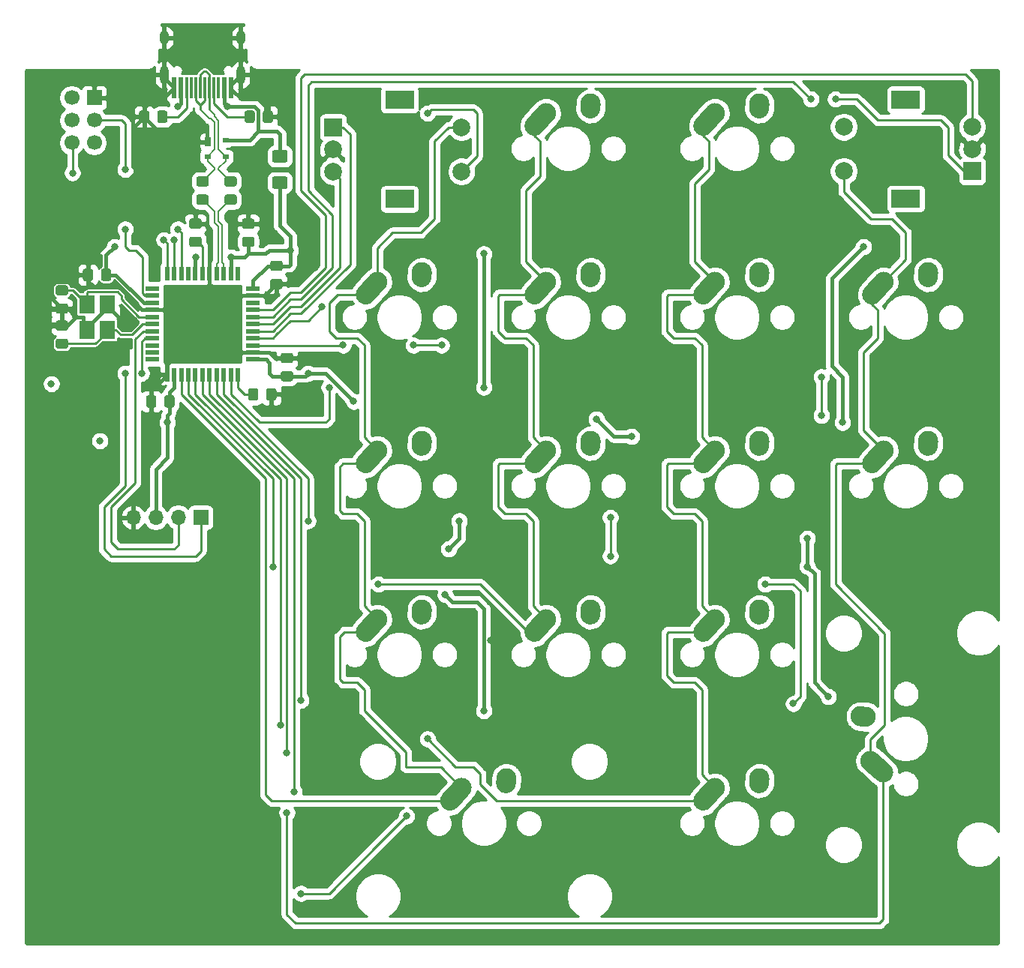
<source format=gbr>
G04 #@! TF.GenerationSoftware,KiCad,Pcbnew,(5.1.9)-1*
G04 #@! TF.CreationDate,2021-05-12T14:45:45+02:00*
G04 #@! TF.ProjectId,RotPad,526f7450-6164-42e6-9b69-6361645f7063,rev?*
G04 #@! TF.SameCoordinates,Original*
G04 #@! TF.FileFunction,Copper,L1,Top*
G04 #@! TF.FilePolarity,Positive*
%FSLAX46Y46*%
G04 Gerber Fmt 4.6, Leading zero omitted, Abs format (unit mm)*
G04 Created by KiCad (PCBNEW (5.1.9)-1) date 2021-05-12 14:45:45*
%MOMM*%
%LPD*%
G01*
G04 APERTURE LIST*
G04 #@! TA.AperFunction,ComponentPad*
%ADD10C,2.250000*%
G04 #@! TD*
G04 #@! TA.AperFunction,ComponentPad*
%ADD11R,2.000000X2.000000*%
G04 #@! TD*
G04 #@! TA.AperFunction,ComponentPad*
%ADD12C,2.000000*%
G04 #@! TD*
G04 #@! TA.AperFunction,ComponentPad*
%ADD13R,3.200000X2.000000*%
G04 #@! TD*
G04 #@! TA.AperFunction,ComponentPad*
%ADD14R,1.700000X1.700000*%
G04 #@! TD*
G04 #@! TA.AperFunction,ComponentPad*
%ADD15O,1.700000X1.700000*%
G04 #@! TD*
G04 #@! TA.AperFunction,ComponentPad*
%ADD16C,1.700000*%
G04 #@! TD*
G04 #@! TA.AperFunction,SMDPad,CuDef*
%ADD17R,0.550000X1.500000*%
G04 #@! TD*
G04 #@! TA.AperFunction,SMDPad,CuDef*
%ADD18R,1.500000X0.550000*%
G04 #@! TD*
G04 #@! TA.AperFunction,SMDPad,CuDef*
%ADD19R,1.800000X2.100000*%
G04 #@! TD*
G04 #@! TA.AperFunction,SMDPad,CuDef*
%ADD20R,0.700000X1.000000*%
G04 #@! TD*
G04 #@! TA.AperFunction,SMDPad,CuDef*
%ADD21R,0.700000X0.600000*%
G04 #@! TD*
G04 #@! TA.AperFunction,ComponentPad*
%ADD22O,1.000000X1.600000*%
G04 #@! TD*
G04 #@! TA.AperFunction,ComponentPad*
%ADD23O,1.000000X2.100000*%
G04 #@! TD*
G04 #@! TA.AperFunction,SMDPad,CuDef*
%ADD24R,0.300000X2.450000*%
G04 #@! TD*
G04 #@! TA.AperFunction,SMDPad,CuDef*
%ADD25R,0.600000X2.450000*%
G04 #@! TD*
G04 #@! TA.AperFunction,ViaPad*
%ADD26C,0.800000*%
G04 #@! TD*
G04 #@! TA.AperFunction,Conductor*
%ADD27C,0.381000*%
G04 #@! TD*
G04 #@! TA.AperFunction,Conductor*
%ADD28C,0.250000*%
G04 #@! TD*
G04 #@! TA.AperFunction,Conductor*
%ADD29C,0.200000*%
G04 #@! TD*
G04 #@! TA.AperFunction,Conductor*
%ADD30C,0.254000*%
G04 #@! TD*
G04 #@! TA.AperFunction,Conductor*
%ADD31C,0.100000*%
G04 #@! TD*
G04 APERTURE END LIST*
G04 #@! TA.AperFunction,ComponentPad*
G36*
G01*
X142112724Y-114883560D02*
X142112724Y-114883560D01*
G75*
G02*
X141068940Y-113682824I78476J1122260D01*
G01*
X141109494Y-113102862D01*
G75*
G02*
X142310230Y-112059078I1122260J-78476D01*
G01*
X142310230Y-112059078D01*
G75*
G02*
X143354014Y-113259814I-78476J-1122260D01*
G01*
X143313460Y-113839776D01*
G75*
G02*
X142112724Y-114883560I-1122260J78476D01*
G01*
G37*
G04 #@! TD.AperFunction*
D10*
X142231200Y-113181300D03*
G04 #@! TA.AperFunction,ComponentPad*
G36*
G01*
X135128428Y-116557338D02*
X135128428Y-116557338D01*
G75*
G02*
X135045162Y-114968528I752772J836038D01*
G01*
X136357700Y-113510808D01*
G75*
G02*
X137946510Y-113427542I836038J-752772D01*
G01*
X137946510Y-113427542D01*
G75*
G02*
X138029776Y-115016352I-752772J-836038D01*
G01*
X136717238Y-116474072D01*
G75*
G02*
X135128428Y-116557338I-836038J752772D01*
G01*
G37*
G04 #@! TD.AperFunction*
X137191200Y-114261300D03*
G04 #@! TA.AperFunction,ComponentPad*
G36*
G01*
X123063924Y-114883560D02*
X123063924Y-114883560D01*
G75*
G02*
X122020140Y-113682824I78476J1122260D01*
G01*
X122060694Y-113102862D01*
G75*
G02*
X123261430Y-112059078I1122260J-78476D01*
G01*
X123261430Y-112059078D01*
G75*
G02*
X124305214Y-113259814I-78476J-1122260D01*
G01*
X124264660Y-113839776D01*
G75*
G02*
X123063924Y-114883560I-1122260J78476D01*
G01*
G37*
G04 #@! TD.AperFunction*
X123182400Y-113181300D03*
G04 #@! TA.AperFunction,ComponentPad*
G36*
G01*
X116079628Y-116557338D02*
X116079628Y-116557338D01*
G75*
G02*
X115996362Y-114968528I752772J836038D01*
G01*
X117308900Y-113510808D01*
G75*
G02*
X118897710Y-113427542I836038J-752772D01*
G01*
X118897710Y-113427542D01*
G75*
G02*
X118980976Y-115016352I-752772J-836038D01*
G01*
X117668438Y-116474072D01*
G75*
G02*
X116079628Y-116557338I-836038J752772D01*
G01*
G37*
G04 #@! TD.AperFunction*
X118142400Y-114261300D03*
G04 #@! TA.AperFunction,ComponentPad*
G36*
G01*
X161161524Y-76785960D02*
X161161524Y-76785960D01*
G75*
G02*
X160117740Y-75585224I78476J1122260D01*
G01*
X160158294Y-75005262D01*
G75*
G02*
X161359030Y-73961478I1122260J-78476D01*
G01*
X161359030Y-73961478D01*
G75*
G02*
X162402814Y-75162214I-78476J-1122260D01*
G01*
X162362260Y-75742176D01*
G75*
G02*
X161161524Y-76785960I-1122260J78476D01*
G01*
G37*
G04 #@! TD.AperFunction*
X161280000Y-75083700D03*
G04 #@! TA.AperFunction,ComponentPad*
G36*
G01*
X154177228Y-78459738D02*
X154177228Y-78459738D01*
G75*
G02*
X154093962Y-76870928I752772J836038D01*
G01*
X155406500Y-75413208D01*
G75*
G02*
X156995310Y-75329942I836038J-752772D01*
G01*
X156995310Y-75329942D01*
G75*
G02*
X157078576Y-76918752I-752772J-836038D01*
G01*
X155766038Y-78376472D01*
G75*
G02*
X154177228Y-78459738I-836038J752772D01*
G01*
G37*
G04 #@! TD.AperFunction*
X156240000Y-76163700D03*
D11*
X166233300Y-63696000D03*
D12*
X166233300Y-61196000D03*
X166233300Y-58696000D03*
D13*
X158733300Y-66796000D03*
X158733300Y-55596000D03*
D12*
X151733300Y-63696000D03*
X151733300Y-58696000D03*
D14*
X79170000Y-102784150D03*
D15*
X76630000Y-102784150D03*
X74090000Y-102784150D03*
X71550000Y-102784150D03*
D16*
X64607100Y-60480100D03*
X67147100Y-60480100D03*
X64607100Y-57940100D03*
X67147100Y-57940100D03*
X64607100Y-55400100D03*
D14*
X67147100Y-55400100D03*
G04 #@! TA.AperFunction,ComponentPad*
G36*
G01*
X142112724Y-57737160D02*
X142112724Y-57737160D01*
G75*
G02*
X141068940Y-56536424I78476J1122260D01*
G01*
X141109494Y-55956462D01*
G75*
G02*
X142310230Y-54912678I1122260J-78476D01*
G01*
X142310230Y-54912678D01*
G75*
G02*
X143354014Y-56113414I-78476J-1122260D01*
G01*
X143313460Y-56693376D01*
G75*
G02*
X142112724Y-57737160I-1122260J78476D01*
G01*
G37*
G04 #@! TD.AperFunction*
D10*
X142231200Y-56034900D03*
G04 #@! TA.AperFunction,ComponentPad*
G36*
G01*
X135128428Y-59410938D02*
X135128428Y-59410938D01*
G75*
G02*
X135045162Y-57822128I752772J836038D01*
G01*
X136357700Y-56364408D01*
G75*
G02*
X137946510Y-56281142I836038J-752772D01*
G01*
X137946510Y-56281142D01*
G75*
G02*
X138029776Y-57869952I-752772J-836038D01*
G01*
X136717238Y-59327672D01*
G75*
G02*
X135128428Y-59410938I-836038J752772D01*
G01*
G37*
G04 #@! TD.AperFunction*
X137191200Y-57114900D03*
G04 #@! TA.AperFunction,ComponentPad*
G36*
G01*
X123063924Y-57737160D02*
X123063924Y-57737160D01*
G75*
G02*
X122020140Y-56536424I78476J1122260D01*
G01*
X122060694Y-55956462D01*
G75*
G02*
X123261430Y-54912678I1122260J-78476D01*
G01*
X123261430Y-54912678D01*
G75*
G02*
X124305214Y-56113414I-78476J-1122260D01*
G01*
X124264660Y-56693376D01*
G75*
G02*
X123063924Y-57737160I-1122260J78476D01*
G01*
G37*
G04 #@! TD.AperFunction*
X123182400Y-56034900D03*
G04 #@! TA.AperFunction,ComponentPad*
G36*
G01*
X116079628Y-59410938D02*
X116079628Y-59410938D01*
G75*
G02*
X115996362Y-57822128I752772J836038D01*
G01*
X117308900Y-56364408D01*
G75*
G02*
X118897710Y-56281142I836038J-752772D01*
G01*
X118897710Y-56281142D01*
G75*
G02*
X118980976Y-57869952I-752772J-836038D01*
G01*
X117668438Y-59327672D01*
G75*
G02*
X116079628Y-59410938I-836038J752772D01*
G01*
G37*
G04 #@! TD.AperFunction*
X118142400Y-57114900D03*
G04 #@! TA.AperFunction,ComponentPad*
G36*
G01*
X123063924Y-76785960D02*
X123063924Y-76785960D01*
G75*
G02*
X122020140Y-75585224I78476J1122260D01*
G01*
X122060694Y-75005262D01*
G75*
G02*
X123261430Y-73961478I1122260J-78476D01*
G01*
X123261430Y-73961478D01*
G75*
G02*
X124305214Y-75162214I-78476J-1122260D01*
G01*
X124264660Y-75742176D01*
G75*
G02*
X123063924Y-76785960I-1122260J78476D01*
G01*
G37*
G04 #@! TD.AperFunction*
X123182400Y-75083700D03*
G04 #@! TA.AperFunction,ComponentPad*
G36*
G01*
X116079628Y-78459738D02*
X116079628Y-78459738D01*
G75*
G02*
X115996362Y-76870928I752772J836038D01*
G01*
X117308900Y-75413208D01*
G75*
G02*
X118897710Y-75329942I836038J-752772D01*
G01*
X118897710Y-75329942D01*
G75*
G02*
X118980976Y-76918752I-752772J-836038D01*
G01*
X117668438Y-78376472D01*
G75*
G02*
X116079628Y-78459738I-836038J752772D01*
G01*
G37*
G04 #@! TD.AperFunction*
X118142400Y-76163700D03*
G04 #@! TA.AperFunction,ComponentPad*
G36*
G01*
X123063924Y-95834760D02*
X123063924Y-95834760D01*
G75*
G02*
X122020140Y-94634024I78476J1122260D01*
G01*
X122060694Y-94054062D01*
G75*
G02*
X123261430Y-93010278I1122260J-78476D01*
G01*
X123261430Y-93010278D01*
G75*
G02*
X124305214Y-94211014I-78476J-1122260D01*
G01*
X124264660Y-94790976D01*
G75*
G02*
X123063924Y-95834760I-1122260J78476D01*
G01*
G37*
G04 #@! TD.AperFunction*
X123182400Y-94132500D03*
G04 #@! TA.AperFunction,ComponentPad*
G36*
G01*
X116079628Y-97508538D02*
X116079628Y-97508538D01*
G75*
G02*
X115996362Y-95919728I752772J836038D01*
G01*
X117308900Y-94462008D01*
G75*
G02*
X118897710Y-94378742I836038J-752772D01*
G01*
X118897710Y-94378742D01*
G75*
G02*
X118980976Y-95967552I-752772J-836038D01*
G01*
X117668438Y-97425272D01*
G75*
G02*
X116079628Y-97508538I-836038J752772D01*
G01*
G37*
G04 #@! TD.AperFunction*
X118142400Y-95212500D03*
G04 #@! TA.AperFunction,ComponentPad*
G36*
G01*
X104015124Y-76785960D02*
X104015124Y-76785960D01*
G75*
G02*
X102971340Y-75585224I78476J1122260D01*
G01*
X103011894Y-75005262D01*
G75*
G02*
X104212630Y-73961478I1122260J-78476D01*
G01*
X104212630Y-73961478D01*
G75*
G02*
X105256414Y-75162214I-78476J-1122260D01*
G01*
X105215860Y-75742176D01*
G75*
G02*
X104015124Y-76785960I-1122260J78476D01*
G01*
G37*
G04 #@! TD.AperFunction*
X104133600Y-75083700D03*
G04 #@! TA.AperFunction,ComponentPad*
G36*
G01*
X97030828Y-78459738D02*
X97030828Y-78459738D01*
G75*
G02*
X96947562Y-76870928I752772J836038D01*
G01*
X98260100Y-75413208D01*
G75*
G02*
X99848910Y-75329942I836038J-752772D01*
G01*
X99848910Y-75329942D01*
G75*
G02*
X99932176Y-76918752I-752772J-836038D01*
G01*
X98619638Y-78376472D01*
G75*
G02*
X97030828Y-78459738I-836038J752772D01*
G01*
G37*
G04 #@! TD.AperFunction*
X99093600Y-76163700D03*
G04 #@! TA.AperFunction,ComponentPad*
G36*
G01*
X142112724Y-76785960D02*
X142112724Y-76785960D01*
G75*
G02*
X141068940Y-75585224I78476J1122260D01*
G01*
X141109494Y-75005262D01*
G75*
G02*
X142310230Y-73961478I1122260J-78476D01*
G01*
X142310230Y-73961478D01*
G75*
G02*
X143354014Y-75162214I-78476J-1122260D01*
G01*
X143313460Y-75742176D01*
G75*
G02*
X142112724Y-76785960I-1122260J78476D01*
G01*
G37*
G04 #@! TD.AperFunction*
X142231200Y-75083700D03*
G04 #@! TA.AperFunction,ComponentPad*
G36*
G01*
X135128428Y-78459738D02*
X135128428Y-78459738D01*
G75*
G02*
X135045162Y-76870928I752772J836038D01*
G01*
X136357700Y-75413208D01*
G75*
G02*
X137946510Y-75329942I836038J-752772D01*
G01*
X137946510Y-75329942D01*
G75*
G02*
X138029776Y-76918752I-752772J-836038D01*
G01*
X136717238Y-78376472D01*
G75*
G02*
X135128428Y-78459738I-836038J752772D01*
G01*
G37*
G04 #@! TD.AperFunction*
X137191200Y-76163700D03*
G04 #@! TA.AperFunction,ComponentPad*
G36*
G01*
X104015124Y-95834760D02*
X104015124Y-95834760D01*
G75*
G02*
X102971340Y-94634024I78476J1122260D01*
G01*
X103011894Y-94054062D01*
G75*
G02*
X104212630Y-93010278I1122260J-78476D01*
G01*
X104212630Y-93010278D01*
G75*
G02*
X105256414Y-94211014I-78476J-1122260D01*
G01*
X105215860Y-94790976D01*
G75*
G02*
X104015124Y-95834760I-1122260J78476D01*
G01*
G37*
G04 #@! TD.AperFunction*
X104133600Y-94132500D03*
G04 #@! TA.AperFunction,ComponentPad*
G36*
G01*
X97030828Y-97508538D02*
X97030828Y-97508538D01*
G75*
G02*
X96947562Y-95919728I752772J836038D01*
G01*
X98260100Y-94462008D01*
G75*
G02*
X99848910Y-94378742I836038J-752772D01*
G01*
X99848910Y-94378742D01*
G75*
G02*
X99932176Y-95967552I-752772J-836038D01*
G01*
X98619638Y-97425272D01*
G75*
G02*
X97030828Y-97508538I-836038J752772D01*
G01*
G37*
G04 #@! TD.AperFunction*
X99093600Y-95212500D03*
G04 #@! TA.AperFunction,ComponentPad*
G36*
G01*
X142112724Y-95834760D02*
X142112724Y-95834760D01*
G75*
G02*
X141068940Y-94634024I78476J1122260D01*
G01*
X141109494Y-94054062D01*
G75*
G02*
X142310230Y-93010278I1122260J-78476D01*
G01*
X142310230Y-93010278D01*
G75*
G02*
X143354014Y-94211014I-78476J-1122260D01*
G01*
X143313460Y-94790976D01*
G75*
G02*
X142112724Y-95834760I-1122260J78476D01*
G01*
G37*
G04 #@! TD.AperFunction*
X142231200Y-94132500D03*
G04 #@! TA.AperFunction,ComponentPad*
G36*
G01*
X135128428Y-97508538D02*
X135128428Y-97508538D01*
G75*
G02*
X135045162Y-95919728I752772J836038D01*
G01*
X136357700Y-94462008D01*
G75*
G02*
X137946510Y-94378742I836038J-752772D01*
G01*
X137946510Y-94378742D01*
G75*
G02*
X138029776Y-95967552I-752772J-836038D01*
G01*
X136717238Y-97425272D01*
G75*
G02*
X135128428Y-97508538I-836038J752772D01*
G01*
G37*
G04 #@! TD.AperFunction*
X137191200Y-95212500D03*
G04 #@! TA.AperFunction,ComponentPad*
G36*
G01*
X113539524Y-133932360D02*
X113539524Y-133932360D01*
G75*
G02*
X112495740Y-132731624I78476J1122260D01*
G01*
X112536294Y-132151662D01*
G75*
G02*
X113737030Y-131107878I1122260J-78476D01*
G01*
X113737030Y-131107878D01*
G75*
G02*
X114780814Y-132308614I-78476J-1122260D01*
G01*
X114740260Y-132888576D01*
G75*
G02*
X113539524Y-133932360I-1122260J78476D01*
G01*
G37*
G04 #@! TD.AperFunction*
X113658000Y-132230100D03*
G04 #@! TA.AperFunction,ComponentPad*
G36*
G01*
X106555228Y-135606138D02*
X106555228Y-135606138D01*
G75*
G02*
X106471962Y-134017328I752772J836038D01*
G01*
X107784500Y-132559608D01*
G75*
G02*
X109373310Y-132476342I836038J-752772D01*
G01*
X109373310Y-132476342D01*
G75*
G02*
X109456576Y-134065152I-752772J-836038D01*
G01*
X108144038Y-135522872D01*
G75*
G02*
X106555228Y-135606138I-836038J752772D01*
G01*
G37*
G04 #@! TD.AperFunction*
X108618000Y-133310100D03*
G04 #@! TA.AperFunction,ComponentPad*
G36*
G01*
X155362260Y-125364176D02*
X155362260Y-125364176D01*
G75*
G02*
X154161524Y-126407960I-1122260J78476D01*
G01*
X153581562Y-126367406D01*
G75*
G02*
X152537778Y-125166670I78476J1122260D01*
G01*
X152537778Y-125166670D01*
G75*
G02*
X153738514Y-124122886I1122260J-78476D01*
G01*
X154318476Y-124163440D01*
G75*
G02*
X155362260Y-125364176I-78476J-1122260D01*
G01*
G37*
G04 #@! TD.AperFunction*
X153660000Y-125245700D03*
G04 #@! TA.AperFunction,ComponentPad*
G36*
G01*
X157036038Y-132348472D02*
X157036038Y-132348472D01*
G75*
G02*
X155447228Y-132431738I-836038J752772D01*
G01*
X153989508Y-131119200D01*
G75*
G02*
X153906242Y-129530390I752772J836038D01*
G01*
X153906242Y-129530390D01*
G75*
G02*
X155495052Y-129447124I836038J-752772D01*
G01*
X156952772Y-130759662D01*
G75*
G02*
X157036038Y-132348472I-752772J-836038D01*
G01*
G37*
G04 #@! TD.AperFunction*
X154740000Y-130285700D03*
G04 #@! TA.AperFunction,ComponentPad*
G36*
G01*
X161161524Y-95834760D02*
X161161524Y-95834760D01*
G75*
G02*
X160117740Y-94634024I78476J1122260D01*
G01*
X160158294Y-94054062D01*
G75*
G02*
X161359030Y-93010278I1122260J-78476D01*
G01*
X161359030Y-93010278D01*
G75*
G02*
X162402814Y-94211014I-78476J-1122260D01*
G01*
X162362260Y-94790976D01*
G75*
G02*
X161161524Y-95834760I-1122260J78476D01*
G01*
G37*
G04 #@! TD.AperFunction*
X161280000Y-94132500D03*
G04 #@! TA.AperFunction,ComponentPad*
G36*
G01*
X154177228Y-97508538D02*
X154177228Y-97508538D01*
G75*
G02*
X154093962Y-95919728I752772J836038D01*
G01*
X155406500Y-94462008D01*
G75*
G02*
X156995310Y-94378742I836038J-752772D01*
G01*
X156995310Y-94378742D01*
G75*
G02*
X157078576Y-95967552I-752772J-836038D01*
G01*
X155766038Y-97425272D01*
G75*
G02*
X154177228Y-97508538I-836038J752772D01*
G01*
G37*
G04 #@! TD.AperFunction*
X156240000Y-95212500D03*
G04 #@! TA.AperFunction,ComponentPad*
G36*
G01*
X104015124Y-114883560D02*
X104015124Y-114883560D01*
G75*
G02*
X102971340Y-113682824I78476J1122260D01*
G01*
X103011894Y-113102862D01*
G75*
G02*
X104212630Y-112059078I1122260J-78476D01*
G01*
X104212630Y-112059078D01*
G75*
G02*
X105256414Y-113259814I-78476J-1122260D01*
G01*
X105215860Y-113839776D01*
G75*
G02*
X104015124Y-114883560I-1122260J78476D01*
G01*
G37*
G04 #@! TD.AperFunction*
X104133600Y-113181300D03*
G04 #@! TA.AperFunction,ComponentPad*
G36*
G01*
X97030828Y-116557338D02*
X97030828Y-116557338D01*
G75*
G02*
X96947562Y-114968528I752772J836038D01*
G01*
X98260100Y-113510808D01*
G75*
G02*
X99848910Y-113427542I836038J-752772D01*
G01*
X99848910Y-113427542D01*
G75*
G02*
X99932176Y-115016352I-752772J-836038D01*
G01*
X98619638Y-116474072D01*
G75*
G02*
X97030828Y-116557338I-836038J752772D01*
G01*
G37*
G04 #@! TD.AperFunction*
X99093600Y-114261300D03*
G04 #@! TA.AperFunction,ComponentPad*
G36*
G01*
X142112724Y-133932360D02*
X142112724Y-133932360D01*
G75*
G02*
X141068940Y-132731624I78476J1122260D01*
G01*
X141109494Y-132151662D01*
G75*
G02*
X142310230Y-131107878I1122260J-78476D01*
G01*
X142310230Y-131107878D01*
G75*
G02*
X143354014Y-132308614I-78476J-1122260D01*
G01*
X143313460Y-132888576D01*
G75*
G02*
X142112724Y-133932360I-1122260J78476D01*
G01*
G37*
G04 #@! TD.AperFunction*
X142231200Y-132230100D03*
G04 #@! TA.AperFunction,ComponentPad*
G36*
G01*
X135128428Y-135606138D02*
X135128428Y-135606138D01*
G75*
G02*
X135045162Y-134017328I752772J836038D01*
G01*
X136357700Y-132559608D01*
G75*
G02*
X137946510Y-132476342I836038J-752772D01*
G01*
X137946510Y-132476342D01*
G75*
G02*
X138029776Y-134065152I-752772J-836038D01*
G01*
X136717238Y-135522872D01*
G75*
G02*
X135128428Y-135606138I-836038J752772D01*
G01*
G37*
G04 #@! TD.AperFunction*
X137191200Y-133310100D03*
D17*
X83370000Y-75257400D03*
X82570000Y-75257400D03*
X81770000Y-75257400D03*
X80970000Y-75257400D03*
X80170000Y-75257400D03*
X79370000Y-75257400D03*
X78570000Y-75257400D03*
X77770000Y-75257400D03*
X76970000Y-75257400D03*
X76170000Y-75257400D03*
X75370000Y-75257400D03*
D18*
X73670000Y-76957400D03*
X73670000Y-77757400D03*
X73670000Y-78557400D03*
X73670000Y-79357400D03*
X73670000Y-80157400D03*
X73670000Y-80957400D03*
X73670000Y-81757400D03*
X73670000Y-82557400D03*
X73670000Y-83357400D03*
X73670000Y-84157400D03*
X73670000Y-84957400D03*
D17*
X75370000Y-86657400D03*
X76170000Y-86657400D03*
X76970000Y-86657400D03*
X77770000Y-86657400D03*
X78570000Y-86657400D03*
X79370000Y-86657400D03*
X80170000Y-86657400D03*
X80970000Y-86657400D03*
X81770000Y-86657400D03*
X82570000Y-86657400D03*
X83370000Y-86657400D03*
D18*
X85070000Y-84957400D03*
X85070000Y-84157400D03*
X85070000Y-83357400D03*
X85070000Y-82557400D03*
X85070000Y-81757400D03*
X85070000Y-80957400D03*
X85070000Y-80157400D03*
X85070000Y-79357400D03*
X85070000Y-78557400D03*
X85070000Y-77757400D03*
X85070000Y-76957400D03*
G04 #@! TA.AperFunction,SMDPad,CuDef*
G36*
G01*
X63045999Y-78626300D02*
X63946001Y-78626300D01*
G75*
G02*
X64196000Y-78876299I0J-249999D01*
G01*
X64196000Y-79526301D01*
G75*
G02*
X63946001Y-79776300I-249999J0D01*
G01*
X63045999Y-79776300D01*
G75*
G02*
X62796000Y-79526301I0J249999D01*
G01*
X62796000Y-78876299D01*
G75*
G02*
X63045999Y-78626300I249999J0D01*
G01*
G37*
G04 #@! TD.AperFunction*
G04 #@! TA.AperFunction,SMDPad,CuDef*
G36*
G01*
X63045999Y-76576300D02*
X63946001Y-76576300D01*
G75*
G02*
X64196000Y-76826299I0J-249999D01*
G01*
X64196000Y-77476301D01*
G75*
G02*
X63946001Y-77726300I-249999J0D01*
G01*
X63045999Y-77726300D01*
G75*
G02*
X62796000Y-77476301I0J249999D01*
G01*
X62796000Y-76826299D01*
G75*
G02*
X63045999Y-76576300I249999J0D01*
G01*
G37*
G04 #@! TD.AperFunction*
G04 #@! TA.AperFunction,SMDPad,CuDef*
G36*
G01*
X79026301Y-72239300D02*
X78126299Y-72239300D01*
G75*
G02*
X77876300Y-71989301I0J249999D01*
G01*
X77876300Y-71339299D01*
G75*
G02*
X78126299Y-71089300I249999J0D01*
G01*
X79026301Y-71089300D01*
G75*
G02*
X79276300Y-71339299I0J-249999D01*
G01*
X79276300Y-71989301D01*
G75*
G02*
X79026301Y-72239300I-249999J0D01*
G01*
G37*
G04 #@! TD.AperFunction*
G04 #@! TA.AperFunction,SMDPad,CuDef*
G36*
G01*
X79026301Y-70189300D02*
X78126299Y-70189300D01*
G75*
G02*
X77876300Y-69939301I0J249999D01*
G01*
X77876300Y-69289299D01*
G75*
G02*
X78126299Y-69039300I249999J0D01*
G01*
X79026301Y-69039300D01*
G75*
G02*
X79276300Y-69289299I0J-249999D01*
G01*
X79276300Y-69939301D01*
G75*
G02*
X79026301Y-70189300I-249999J0D01*
G01*
G37*
G04 #@! TD.AperFunction*
D19*
X66314500Y-78713700D03*
X66314500Y-81613700D03*
X68614500Y-81613700D03*
X68614500Y-78713700D03*
G04 #@! TA.AperFunction,SMDPad,CuDef*
G36*
G01*
X63946001Y-83744800D02*
X63045999Y-83744800D01*
G75*
G02*
X62796000Y-83494801I0J249999D01*
G01*
X62796000Y-82844799D01*
G75*
G02*
X63045999Y-82594800I249999J0D01*
G01*
X63946001Y-82594800D01*
G75*
G02*
X64196000Y-82844799I0J-249999D01*
G01*
X64196000Y-83494801D01*
G75*
G02*
X63946001Y-83744800I-249999J0D01*
G01*
G37*
G04 #@! TD.AperFunction*
G04 #@! TA.AperFunction,SMDPad,CuDef*
G36*
G01*
X63946001Y-81694800D02*
X63045999Y-81694800D01*
G75*
G02*
X62796000Y-81444801I0J249999D01*
G01*
X62796000Y-80794799D01*
G75*
G02*
X63045999Y-80544800I249999J0D01*
G01*
X63946001Y-80544800D01*
G75*
G02*
X64196000Y-80794799I0J-249999D01*
G01*
X64196000Y-81444801D01*
G75*
G02*
X63946001Y-81694800I-249999J0D01*
G01*
G37*
G04 #@! TD.AperFunction*
G04 #@! TA.AperFunction,SMDPad,CuDef*
G36*
G01*
X74157800Y-89238099D02*
X74157800Y-90138101D01*
G75*
G02*
X73907801Y-90388100I-249999J0D01*
G01*
X73257799Y-90388100D01*
G75*
G02*
X73007800Y-90138101I0J249999D01*
G01*
X73007800Y-89238099D01*
G75*
G02*
X73257799Y-88988100I249999J0D01*
G01*
X73907801Y-88988100D01*
G75*
G02*
X74157800Y-89238099I0J-249999D01*
G01*
G37*
G04 #@! TD.AperFunction*
G04 #@! TA.AperFunction,SMDPad,CuDef*
G36*
G01*
X76207800Y-89238099D02*
X76207800Y-90138101D01*
G75*
G02*
X75957801Y-90388100I-249999J0D01*
G01*
X75307799Y-90388100D01*
G75*
G02*
X75057800Y-90138101I0J249999D01*
G01*
X75057800Y-89238099D01*
G75*
G02*
X75307799Y-88988100I249999J0D01*
G01*
X75957801Y-88988100D01*
G75*
G02*
X76207800Y-89238099I0J-249999D01*
G01*
G37*
G04 #@! TD.AperFunction*
G04 #@! TA.AperFunction,SMDPad,CuDef*
G36*
G01*
X87253849Y-75851500D02*
X88153851Y-75851500D01*
G75*
G02*
X88403850Y-76101499I0J-249999D01*
G01*
X88403850Y-76751501D01*
G75*
G02*
X88153851Y-77001500I-249999J0D01*
G01*
X87253849Y-77001500D01*
G75*
G02*
X87003850Y-76751501I0J249999D01*
G01*
X87003850Y-76101499D01*
G75*
G02*
X87253849Y-75851500I249999J0D01*
G01*
G37*
G04 #@! TD.AperFunction*
G04 #@! TA.AperFunction,SMDPad,CuDef*
G36*
G01*
X87253849Y-73801500D02*
X88153851Y-73801500D01*
G75*
G02*
X88403850Y-74051499I0J-249999D01*
G01*
X88403850Y-74701501D01*
G75*
G02*
X88153851Y-74951500I-249999J0D01*
G01*
X87253849Y-74951500D01*
G75*
G02*
X87003850Y-74701501I0J249999D01*
G01*
X87003850Y-74051499D01*
G75*
G02*
X87253849Y-73801500I249999J0D01*
G01*
G37*
G04 #@! TD.AperFunction*
G04 #@! TA.AperFunction,SMDPad,CuDef*
G36*
G01*
X67014500Y-74951499D02*
X67014500Y-75851501D01*
G75*
G02*
X66764501Y-76101500I-249999J0D01*
G01*
X66114499Y-76101500D01*
G75*
G02*
X65864500Y-75851501I0J249999D01*
G01*
X65864500Y-74951499D01*
G75*
G02*
X66114499Y-74701500I249999J0D01*
G01*
X66764501Y-74701500D01*
G75*
G02*
X67014500Y-74951499I0J-249999D01*
G01*
G37*
G04 #@! TD.AperFunction*
G04 #@! TA.AperFunction,SMDPad,CuDef*
G36*
G01*
X69064500Y-74951499D02*
X69064500Y-75851501D01*
G75*
G02*
X68814501Y-76101500I-249999J0D01*
G01*
X68164499Y-76101500D01*
G75*
G02*
X67914500Y-75851501I0J249999D01*
G01*
X67914500Y-74951499D01*
G75*
G02*
X68164499Y-74701500I249999J0D01*
G01*
X68814501Y-74701500D01*
G75*
G02*
X69064500Y-74951499I0J-249999D01*
G01*
G37*
G04 #@! TD.AperFunction*
G04 #@! TA.AperFunction,SMDPad,CuDef*
G36*
G01*
X84979051Y-72239300D02*
X84079049Y-72239300D01*
G75*
G02*
X83829050Y-71989301I0J249999D01*
G01*
X83829050Y-71339299D01*
G75*
G02*
X84079049Y-71089300I249999J0D01*
G01*
X84979051Y-71089300D01*
G75*
G02*
X85229050Y-71339299I0J-249999D01*
G01*
X85229050Y-71989301D01*
G75*
G02*
X84979051Y-72239300I-249999J0D01*
G01*
G37*
G04 #@! TD.AperFunction*
G04 #@! TA.AperFunction,SMDPad,CuDef*
G36*
G01*
X84979051Y-70189300D02*
X84079049Y-70189300D01*
G75*
G02*
X83829050Y-69939301I0J249999D01*
G01*
X83829050Y-69289299D01*
G75*
G02*
X84079049Y-69039300I249999J0D01*
G01*
X84979051Y-69039300D01*
G75*
G02*
X85229050Y-69289299I0J-249999D01*
G01*
X85229050Y-69939301D01*
G75*
G02*
X84979051Y-70189300I-249999J0D01*
G01*
G37*
G04 #@! TD.AperFunction*
G04 #@! TA.AperFunction,SMDPad,CuDef*
G36*
G01*
X89344401Y-85366450D02*
X88444399Y-85366450D01*
G75*
G02*
X88194400Y-85116451I0J249999D01*
G01*
X88194400Y-84466449D01*
G75*
G02*
X88444399Y-84216450I249999J0D01*
G01*
X89344401Y-84216450D01*
G75*
G02*
X89594400Y-84466449I0J-249999D01*
G01*
X89594400Y-85116451D01*
G75*
G02*
X89344401Y-85366450I-249999J0D01*
G01*
G37*
G04 #@! TD.AperFunction*
G04 #@! TA.AperFunction,SMDPad,CuDef*
G36*
G01*
X89344401Y-87416450D02*
X88444399Y-87416450D01*
G75*
G02*
X88194400Y-87166451I0J249999D01*
G01*
X88194400Y-86516449D01*
G75*
G02*
X88444399Y-86266450I249999J0D01*
G01*
X89344401Y-86266450D01*
G75*
G02*
X89594400Y-86516449I0J-249999D01*
G01*
X89594400Y-87166451D01*
G75*
G02*
X89344401Y-87416450I-249999J0D01*
G01*
G37*
G04 #@! TD.AperFunction*
G04 #@! TA.AperFunction,SMDPad,CuDef*
G36*
G01*
X87475700Y-64271000D02*
X88725700Y-64271000D01*
G75*
G02*
X88975700Y-64521000I0J-250000D01*
G01*
X88975700Y-65446000D01*
G75*
G02*
X88725700Y-65696000I-250000J0D01*
G01*
X87475700Y-65696000D01*
G75*
G02*
X87225700Y-65446000I0J250000D01*
G01*
X87225700Y-64521000D01*
G75*
G02*
X87475700Y-64271000I250000J0D01*
G01*
G37*
G04 #@! TD.AperFunction*
G04 #@! TA.AperFunction,SMDPad,CuDef*
G36*
G01*
X87475700Y-61296000D02*
X88725700Y-61296000D01*
G75*
G02*
X88975700Y-61546000I0J-250000D01*
G01*
X88975700Y-62471000D01*
G75*
G02*
X88725700Y-62721000I-250000J0D01*
G01*
X87475700Y-62721000D01*
G75*
G02*
X87225700Y-62471000I0J250000D01*
G01*
X87225700Y-61546000D01*
G75*
G02*
X87475700Y-61296000I250000J0D01*
G01*
G37*
G04 #@! TD.AperFunction*
G04 #@! TA.AperFunction,SMDPad,CuDef*
G36*
G01*
X85666450Y-88444399D02*
X85666450Y-89344401D01*
G75*
G02*
X85416451Y-89594400I-249999J0D01*
G01*
X84766449Y-89594400D01*
G75*
G02*
X84516450Y-89344401I0J249999D01*
G01*
X84516450Y-88444399D01*
G75*
G02*
X84766449Y-88194400I249999J0D01*
G01*
X85416451Y-88194400D01*
G75*
G02*
X85666450Y-88444399I0J-249999D01*
G01*
G37*
G04 #@! TD.AperFunction*
G04 #@! TA.AperFunction,SMDPad,CuDef*
G36*
G01*
X87716450Y-88444399D02*
X87716450Y-89344401D01*
G75*
G02*
X87466451Y-89594400I-249999J0D01*
G01*
X86816449Y-89594400D01*
G75*
G02*
X86566450Y-89344401I0J249999D01*
G01*
X86566450Y-88444399D01*
G75*
G02*
X86816449Y-88194400I249999J0D01*
G01*
X87466451Y-88194400D01*
G75*
G02*
X87716450Y-88444399I0J-249999D01*
G01*
G37*
G04 #@! TD.AperFunction*
D12*
X108600300Y-63733800D03*
X108600300Y-58733800D03*
D13*
X101600300Y-66833800D03*
X101600300Y-55633800D03*
D12*
X94100300Y-63733800D03*
X94100300Y-61233800D03*
D11*
X94100300Y-58733800D03*
D20*
X79957400Y-60364900D03*
D21*
X81957400Y-60164900D03*
X79957400Y-62064900D03*
X81957400Y-62064900D03*
G04 #@! TA.AperFunction,SMDPad,CuDef*
G36*
G01*
X82994801Y-67477100D02*
X82094799Y-67477100D01*
G75*
G02*
X81844800Y-67227101I0J249999D01*
G01*
X81844800Y-66577099D01*
G75*
G02*
X82094799Y-66327100I249999J0D01*
G01*
X82994801Y-66327100D01*
G75*
G02*
X83244800Y-66577099I0J-249999D01*
G01*
X83244800Y-67227101D01*
G75*
G02*
X82994801Y-67477100I-249999J0D01*
G01*
G37*
G04 #@! TD.AperFunction*
G04 #@! TA.AperFunction,SMDPad,CuDef*
G36*
G01*
X82994801Y-65427100D02*
X82094799Y-65427100D01*
G75*
G02*
X81844800Y-65177101I0J249999D01*
G01*
X81844800Y-64527099D01*
G75*
G02*
X82094799Y-64277100I249999J0D01*
G01*
X82994801Y-64277100D01*
G75*
G02*
X83244800Y-64527099I0J-249999D01*
G01*
X83244800Y-65177101D01*
G75*
G02*
X82994801Y-65427100I-249999J0D01*
G01*
G37*
G04 #@! TD.AperFunction*
G04 #@! TA.AperFunction,SMDPad,CuDef*
G36*
G01*
X79820001Y-65427100D02*
X78919999Y-65427100D01*
G75*
G02*
X78670000Y-65177101I0J249999D01*
G01*
X78670000Y-64527099D01*
G75*
G02*
X78919999Y-64277100I249999J0D01*
G01*
X79820001Y-64277100D01*
G75*
G02*
X80070000Y-64527099I0J-249999D01*
G01*
X80070000Y-65177101D01*
G75*
G02*
X79820001Y-65427100I-249999J0D01*
G01*
G37*
G04 #@! TD.AperFunction*
G04 #@! TA.AperFunction,SMDPad,CuDef*
G36*
G01*
X79820001Y-67477100D02*
X78919999Y-67477100D01*
G75*
G02*
X78670000Y-67227101I0J249999D01*
G01*
X78670000Y-66577099D01*
G75*
G02*
X78919999Y-66327100I249999J0D01*
G01*
X79820001Y-66327100D01*
G75*
G02*
X80070000Y-66577099I0J-249999D01*
G01*
X80070000Y-67227101D01*
G75*
G02*
X79820001Y-67477100I-249999J0D01*
G01*
G37*
G04 #@! TD.AperFunction*
G04 #@! TA.AperFunction,SMDPad,CuDef*
G36*
G01*
X73364100Y-57093249D02*
X73364100Y-57993251D01*
G75*
G02*
X73114101Y-58243250I-249999J0D01*
G01*
X72464099Y-58243250D01*
G75*
G02*
X72214100Y-57993251I0J249999D01*
G01*
X72214100Y-57093249D01*
G75*
G02*
X72464099Y-56843250I249999J0D01*
G01*
X73114101Y-56843250D01*
G75*
G02*
X73364100Y-57093249I0J-249999D01*
G01*
G37*
G04 #@! TD.AperFunction*
G04 #@! TA.AperFunction,SMDPad,CuDef*
G36*
G01*
X75414100Y-57093249D02*
X75414100Y-57993251D01*
G75*
G02*
X75164101Y-58243250I-249999J0D01*
G01*
X74514099Y-58243250D01*
G75*
G02*
X74264100Y-57993251I0J249999D01*
G01*
X74264100Y-57093249D01*
G75*
G02*
X74514099Y-56843250I249999J0D01*
G01*
X75164101Y-56843250D01*
G75*
G02*
X75414100Y-57093249I0J-249999D01*
G01*
G37*
G04 #@! TD.AperFunction*
G04 #@! TA.AperFunction,SMDPad,CuDef*
G36*
G01*
X84119600Y-57993251D02*
X84119600Y-57093249D01*
G75*
G02*
X84369599Y-56843250I249999J0D01*
G01*
X85019601Y-56843250D01*
G75*
G02*
X85269600Y-57093249I0J-249999D01*
G01*
X85269600Y-57993251D01*
G75*
G02*
X85019601Y-58243250I-249999J0D01*
G01*
X84369599Y-58243250D01*
G75*
G02*
X84119600Y-57993251I0J249999D01*
G01*
G37*
G04 #@! TD.AperFunction*
G04 #@! TA.AperFunction,SMDPad,CuDef*
G36*
G01*
X86169600Y-57993251D02*
X86169600Y-57093249D01*
G75*
G02*
X86419599Y-56843250I249999J0D01*
G01*
X87069601Y-56843250D01*
G75*
G02*
X87319600Y-57093249I0J-249999D01*
G01*
X87319600Y-57993251D01*
G75*
G02*
X87069601Y-58243250I-249999J0D01*
G01*
X86419599Y-58243250D01*
G75*
G02*
X86169600Y-57993251I0J249999D01*
G01*
G37*
G04 #@! TD.AperFunction*
D22*
X75050000Y-48634600D03*
X83690000Y-48634600D03*
D23*
X75050000Y-52814600D03*
X83690000Y-52814600D03*
D24*
X79620000Y-54229600D03*
X79120000Y-54229600D03*
X78620000Y-54229600D03*
X80120000Y-54229600D03*
X78120000Y-54229600D03*
X80620000Y-54229600D03*
X77620000Y-54229600D03*
X81120000Y-54229600D03*
D25*
X81820000Y-54229600D03*
X76920000Y-54229600D03*
X82595000Y-54229600D03*
X76145000Y-54229600D03*
D26*
X76592050Y-56352700D03*
X82147950Y-56352700D03*
X89291250Y-72623550D03*
X82570000Y-73392050D03*
X78576300Y-73417250D03*
X69448750Y-72226700D03*
X96434550Y-89688100D03*
X123817200Y-91672350D03*
X127785700Y-93656600D03*
X111118000Y-73020400D03*
X111118000Y-88100700D03*
X111118000Y-124610900D03*
X106752650Y-111514850D03*
X107149500Y-106355800D03*
X108340050Y-103181000D03*
X151596700Y-92069200D03*
X153977800Y-72226700D03*
X147628200Y-105165250D03*
X147628200Y-108340050D03*
X75401500Y-92069200D03*
X91275500Y-86513300D03*
X150009300Y-123023500D03*
X92862900Y-78973150D03*
X93656600Y-88100700D03*
X91275500Y-103181000D03*
X90481800Y-123420350D03*
X89688100Y-133738450D03*
X95244000Y-83338500D03*
X103181000Y-83338500D03*
X106355800Y-83338500D03*
X149215600Y-86910150D03*
X149215600Y-91275500D03*
X125404600Y-102784150D03*
X125404600Y-107149500D03*
X146040800Y-123817200D03*
X142866000Y-110324300D03*
X99212500Y-110324300D03*
X87307000Y-108340050D03*
X88169390Y-126198300D03*
X104768400Y-127785700D03*
X88894400Y-129373100D03*
X88894400Y-136119550D03*
X148025050Y-55559000D03*
X150803000Y-55559000D03*
X61908600Y-79370000D03*
X61908600Y-80957400D03*
X92069200Y-88894400D03*
X84529050Y-67861350D03*
X76988900Y-67067650D03*
X70639300Y-80957400D03*
X92069200Y-74607826D03*
X88894400Y-57543250D03*
X128579400Y-128579400D03*
X125404600Y-110324300D03*
X130166800Y-108736900D03*
X130166800Y-89688100D03*
X146834500Y-89688100D03*
X146834500Y-86116450D03*
X73814100Y-92862900D03*
X79151100Y-48634600D03*
X92069200Y-84925900D03*
X77782600Y-77782600D03*
X80957400Y-77782600D03*
X78576300Y-80163700D03*
X75996775Y-79568425D03*
X82147950Y-83735350D03*
X82544800Y-80957400D03*
X79370000Y-83338500D03*
X76195200Y-83338500D03*
X61908600Y-103974700D03*
X80163700Y-96831400D03*
X80957400Y-113499100D03*
X63496000Y-112705400D03*
X64289700Y-123023500D03*
X63496000Y-132547900D03*
X63496000Y-147628200D03*
X80163700Y-149215600D03*
X82544800Y-126992000D03*
X161121100Y-144453400D03*
X159533700Y-137310100D03*
X123023500Y-136516400D03*
X98418800Y-136516400D03*
X159533700Y-111911700D03*
X130166800Y-78576300D03*
X130166800Y-61114900D03*
X91275500Y-96037700D03*
X111911700Y-116673900D03*
X130166800Y-120642400D03*
X165883300Y-89688100D03*
X166677000Y-71433000D03*
X130960500Y-55559000D03*
X153977800Y-65877100D03*
X162708500Y-63496000D03*
X70639300Y-70242450D03*
X62305450Y-87703850D03*
X67777100Y-94137700D03*
X76195200Y-71433000D03*
X70639300Y-63496000D03*
X76592050Y-70242450D03*
X75004650Y-71433000D03*
X64686550Y-63892850D03*
X70639300Y-86513300D03*
X72483010Y-86513300D03*
X90481800Y-145247100D03*
X102387300Y-136516400D03*
X104768400Y-57146400D03*
D27*
X72742098Y-78557400D02*
X73670000Y-78557400D01*
X69586198Y-75401500D02*
X72742098Y-78557400D01*
X68489500Y-75401500D02*
X69586198Y-75401500D01*
X76920000Y-56024750D02*
X76592050Y-56352700D01*
X76920000Y-54229600D02*
X76920000Y-56024750D01*
X81820000Y-56024750D02*
X82147950Y-56352700D01*
X81820000Y-54229600D02*
X81820000Y-56024750D01*
X85660110Y-56827940D02*
X85660110Y-59190140D01*
X85184870Y-56352700D02*
X85660110Y-56827940D01*
X82147950Y-56352700D02*
X85184870Y-56352700D01*
X84685350Y-60164900D02*
X81957400Y-60164900D01*
X85660110Y-59190140D02*
X84685350Y-60164900D01*
X82570000Y-73392050D02*
X82570000Y-73392050D01*
X85101500Y-84925900D02*
X85070000Y-84957400D01*
X86910150Y-86513300D02*
X86910150Y-85322750D01*
X86544800Y-84957400D02*
X85070000Y-84957400D01*
X86910150Y-85322750D02*
X86544800Y-84957400D01*
X88100700Y-69845600D02*
X89291250Y-71036150D01*
X89291250Y-71036150D02*
X89291250Y-72623550D01*
X89291250Y-72623550D02*
X89291250Y-74210950D01*
X89125700Y-74376500D02*
X87703850Y-74376500D01*
X89291250Y-74210950D02*
X89125700Y-74376500D01*
X87703850Y-74376500D02*
X86744600Y-74376500D01*
X85070000Y-76051100D02*
X85070000Y-76957400D01*
X82570000Y-73392050D02*
X82570000Y-75257400D01*
X78570000Y-75257400D02*
X78570000Y-73423550D01*
X78570000Y-73423550D02*
X78576300Y-73417250D01*
X68489500Y-75401500D02*
X68489500Y-73185950D01*
X82570000Y-73392050D02*
X84157400Y-73392050D01*
X84529050Y-73020400D02*
X84529050Y-71664300D01*
X84157400Y-73392050D02*
X84529050Y-73020400D01*
X74210950Y-102663200D02*
X74090000Y-102784150D01*
X89125700Y-86910150D02*
X88894400Y-87141450D01*
X123817200Y-91672350D02*
X125801450Y-93656600D01*
X125801450Y-93656600D02*
X127785700Y-93656600D01*
X111118000Y-73020400D02*
X111118000Y-88100700D01*
X111118000Y-124610900D02*
X111118000Y-113499100D01*
X111118000Y-113499100D02*
X111118000Y-113102250D01*
X111118000Y-113102250D02*
X110324300Y-112308550D01*
X107546350Y-112308550D02*
X106752650Y-111514850D01*
X110324300Y-112308550D02*
X107546350Y-112308550D01*
X107149500Y-106355800D02*
X108340050Y-105165250D01*
X108340050Y-105165250D02*
X108340050Y-103181000D01*
X151596700Y-92069200D02*
X151596700Y-86910150D01*
X151596700Y-86910150D02*
X150406150Y-85719600D01*
X150406150Y-85719600D02*
X150406150Y-75798350D01*
X150406150Y-75798350D02*
X153977800Y-72226700D01*
X147628200Y-105165250D02*
X147628200Y-108340050D01*
X75632800Y-89688100D02*
X75632800Y-88663100D01*
X76170000Y-88125900D02*
X76170000Y-86657400D01*
X75632800Y-88663100D02*
X76170000Y-88125900D01*
X75632800Y-89688100D02*
X75632800Y-91044200D01*
X75401500Y-91275500D02*
X75401500Y-92069200D01*
X75632800Y-91044200D02*
X75401500Y-91275500D01*
X74090000Y-102784150D02*
X74090000Y-97349200D01*
X75401500Y-96037700D02*
X75401500Y-92069200D01*
X74090000Y-97349200D02*
X75401500Y-96037700D01*
X93259750Y-86513300D02*
X91275500Y-86513300D01*
X96434550Y-89688100D02*
X93259750Y-86513300D01*
X90947350Y-86841450D02*
X91275500Y-86513300D01*
X88894400Y-86841450D02*
X90947350Y-86841450D01*
X87238300Y-86841450D02*
X86910150Y-86513300D01*
X88894400Y-86841450D02*
X87238300Y-86841450D01*
X85070000Y-76051100D02*
X86744600Y-74376500D01*
X89291250Y-72623550D02*
X86910150Y-72623550D01*
X86513300Y-73020400D02*
X84529050Y-73020400D01*
X86910150Y-72623550D02*
X86513300Y-73020400D01*
X85660110Y-59190140D02*
X87763340Y-59190140D01*
X87763340Y-59190140D02*
X88100700Y-59527500D01*
X88100700Y-64983500D02*
X88100700Y-69845600D01*
X88100700Y-59527500D02*
X88100700Y-62008500D01*
X68489500Y-73185950D02*
X69448750Y-72226700D01*
X149215600Y-122229800D02*
X150009300Y-123023500D01*
X148421900Y-121436100D02*
X149215600Y-122229800D01*
X148421900Y-109133750D02*
X148421900Y-121436100D01*
X147628200Y-108340050D02*
X148421900Y-109133750D01*
D28*
X85070000Y-82557400D02*
X86897550Y-82557400D01*
X86897550Y-82557400D02*
X87294400Y-82557400D01*
X87294400Y-82557400D02*
X87703850Y-82147950D01*
X87703850Y-82147950D02*
X89291250Y-80560550D01*
X89291250Y-80560550D02*
X90481800Y-80560550D01*
X91275500Y-80560550D02*
X92862900Y-78973150D01*
X90481800Y-80560550D02*
X91275500Y-80560550D01*
X93656600Y-91672350D02*
X93656600Y-88100700D01*
X93259750Y-92069200D02*
X93656600Y-91672350D01*
X82570000Y-86657400D02*
X82570000Y-88869200D01*
X85770000Y-92069200D02*
X93259750Y-92069200D01*
X82570000Y-88869200D02*
X85770000Y-92069200D01*
X91275500Y-98815650D02*
X91275500Y-103181000D01*
X81770000Y-86657400D02*
X81770000Y-88875500D01*
X91275500Y-98381000D02*
X91275500Y-98815650D01*
X81770000Y-88875500D02*
X91275500Y-98381000D01*
X90481800Y-98790450D02*
X90481800Y-123420350D01*
X80970000Y-86657400D02*
X80970000Y-88881800D01*
X90481800Y-98393600D02*
X90481800Y-98790450D01*
X80970000Y-88881800D02*
X90481800Y-98393600D01*
X89688100Y-133172765D02*
X89688100Y-133738450D01*
X80163700Y-88894400D02*
X89688100Y-98418800D01*
X89688100Y-98418800D02*
X89688100Y-133172765D01*
X80163700Y-87663700D02*
X80163700Y-88894400D01*
X80170000Y-87657400D02*
X80163700Y-87663700D01*
X80170000Y-86657400D02*
X80170000Y-87657400D01*
X107149500Y-58733800D02*
X105562100Y-60321200D01*
X105562100Y-60321200D02*
X105562100Y-69051900D01*
X105562100Y-69051900D02*
X103974700Y-70639300D01*
X103974700Y-70639300D02*
X100799900Y-70639300D01*
X99093600Y-72345600D02*
X99093600Y-76163700D01*
X100799900Y-70639300D02*
X99093600Y-72345600D01*
X97625100Y-112792800D02*
X99093600Y-114261300D01*
X97625100Y-103181000D02*
X97625100Y-112792800D01*
X96831400Y-102387300D02*
X97625100Y-103181000D01*
X95244000Y-102387300D02*
X96831400Y-102387300D01*
X94847150Y-97069350D02*
X94847150Y-101990450D01*
X94847150Y-101990450D02*
X95244000Y-102387300D01*
X95244000Y-96672500D02*
X94847150Y-97069350D01*
X97783600Y-96672500D02*
X95244000Y-96672500D01*
X87148100Y-134770100D02*
X107308000Y-134770100D01*
X86513300Y-134135300D02*
X87148100Y-134770100D01*
X86513300Y-98418800D02*
X86513300Y-134135300D01*
X76970000Y-88875500D02*
X86513300Y-98418800D01*
X76970000Y-86657400D02*
X76970000Y-88875500D01*
X97625100Y-93744000D02*
X99093600Y-95212500D01*
X97625100Y-83338500D02*
X97625100Y-93744000D01*
X96831400Y-82544800D02*
X97625100Y-83338500D01*
X94450300Y-82544800D02*
X96831400Y-82544800D01*
X93656600Y-81751100D02*
X94450300Y-82544800D01*
X93656600Y-78576300D02*
X93656600Y-81751100D01*
X94609200Y-77623700D02*
X93656600Y-78576300D01*
X97783600Y-77623700D02*
X94609200Y-77623700D01*
X95402900Y-115721300D02*
X97783600Y-115721300D01*
X94847150Y-121039250D02*
X94847150Y-116277050D01*
X95244000Y-121436100D02*
X94847150Y-121039250D01*
X97625100Y-122229800D02*
X96831400Y-121436100D01*
X94847150Y-116277050D02*
X95402900Y-115721300D01*
X97625100Y-124610900D02*
X97625100Y-122229800D01*
X102299900Y-129285700D02*
X97625100Y-124610900D01*
X102299900Y-130960500D02*
X102299900Y-129285700D01*
X96831400Y-121436100D02*
X95244000Y-121436100D01*
X106268400Y-130960500D02*
X102299900Y-130960500D01*
X108618000Y-133310100D02*
X106268400Y-130960500D01*
X107149500Y-58733800D02*
X108600300Y-58733800D01*
X85070000Y-83357400D02*
X86070000Y-83357400D01*
X86070000Y-83357400D02*
X86891250Y-83357400D01*
X95225100Y-83357400D02*
X95244000Y-83338500D01*
X86891250Y-83357400D02*
X95225100Y-83357400D01*
X103181000Y-83338500D02*
X106355800Y-83338500D01*
X149215600Y-86910150D02*
X149215600Y-91275500D01*
X125404600Y-102784150D02*
X125404600Y-107149500D01*
X146040800Y-123817200D02*
X146834500Y-123023500D01*
X146834500Y-123023500D02*
X146834500Y-111118000D01*
X146834500Y-111118000D02*
X146040800Y-110324300D01*
X146040800Y-110324300D02*
X142866000Y-110324300D01*
X116832400Y-58574900D02*
X116832400Y-59686000D01*
X116832400Y-59686000D02*
X117467600Y-60321200D01*
X117467600Y-60321200D02*
X117467600Y-64289700D01*
X117467600Y-64289700D02*
X115880200Y-65877100D01*
X115880200Y-73901500D02*
X118142400Y-76163700D01*
X115880200Y-65877100D02*
X115880200Y-73901500D01*
X116832400Y-77623700D02*
X112864300Y-77623700D01*
X112864300Y-77623700D02*
X112705400Y-77782600D01*
X112705400Y-77782600D02*
X112705400Y-81751100D01*
X112705400Y-81751100D02*
X113499100Y-82544800D01*
X113499100Y-82544800D02*
X115880200Y-82544800D01*
X115880200Y-82544800D02*
X116673900Y-83338500D01*
X116673900Y-93744000D02*
X118142400Y-95212500D01*
X116673900Y-83338500D02*
X116673900Y-93744000D01*
X116673900Y-112792800D02*
X118142400Y-114261300D01*
X116673900Y-103181000D02*
X116673900Y-112792800D01*
X115880200Y-102387300D02*
X116673900Y-103181000D01*
X113499100Y-102387300D02*
X115880200Y-102387300D01*
X112705400Y-101593600D02*
X113499100Y-102387300D01*
X112864300Y-96672500D02*
X112705400Y-96831400D01*
X112705400Y-96831400D02*
X112705400Y-101593600D01*
X116832400Y-96672500D02*
X112864300Y-96672500D01*
X116832400Y-115721300D02*
X116118150Y-115721300D01*
X110721150Y-110324300D02*
X99212500Y-110324300D01*
X116118150Y-115721300D02*
X110721150Y-110324300D01*
X77770000Y-86657400D02*
X77770000Y-88881800D01*
X87307000Y-98418800D02*
X87307000Y-108340050D01*
X77770000Y-88881800D02*
X87307000Y-98418800D01*
X134929000Y-73901500D02*
X137191200Y-76163700D01*
X134929000Y-65083400D02*
X134929000Y-73901500D01*
X136516400Y-63496000D02*
X134929000Y-65083400D01*
X136516400Y-60321200D02*
X136516400Y-63496000D01*
X135881200Y-59686000D02*
X136516400Y-60321200D01*
X135881200Y-58574900D02*
X135881200Y-59686000D01*
X135881200Y-77623700D02*
X131913100Y-77623700D01*
X131913100Y-77623700D02*
X131754200Y-77782600D01*
X131754200Y-77782600D02*
X131754200Y-81751100D01*
X131754200Y-81751100D02*
X132547900Y-82544800D01*
X132547900Y-82544800D02*
X134929000Y-82544800D01*
X134929000Y-82544800D02*
X135722700Y-83338500D01*
X135722700Y-93744000D02*
X137191200Y-95212500D01*
X135722700Y-83338500D02*
X135722700Y-93744000D01*
X135722700Y-103181000D02*
X135722700Y-112792800D01*
X134929000Y-102387300D02*
X135722700Y-103181000D01*
X132547900Y-102387300D02*
X134929000Y-102387300D01*
X135722700Y-112792800D02*
X137191200Y-114261300D01*
X131754200Y-101593600D02*
X132547900Y-102387300D01*
X131754200Y-96831400D02*
X131754200Y-101593600D01*
X131913100Y-96672500D02*
X131754200Y-96831400D01*
X135881200Y-96672500D02*
X131913100Y-96672500D01*
X135722700Y-122229800D02*
X135722700Y-131841600D01*
X134929000Y-121436100D02*
X135722700Y-122229800D01*
X131754200Y-120642400D02*
X132547900Y-121436100D01*
X132547900Y-121436100D02*
X134929000Y-121436100D01*
X131754200Y-115880200D02*
X131754200Y-120642400D01*
X135722700Y-131841600D02*
X137191200Y-133310100D01*
X131913100Y-115721300D02*
X131754200Y-115880200D01*
X135881200Y-115721300D02*
X131913100Y-115721300D01*
X88169390Y-98487490D02*
X88169390Y-126198300D01*
X78570000Y-88888100D02*
X88169390Y-98487490D01*
X78570000Y-86657400D02*
X78570000Y-88888100D01*
X109927450Y-130960500D02*
X107943200Y-130960500D01*
X135881200Y-134770100D02*
X112546500Y-134770100D01*
X112546500Y-134770100D02*
X111118000Y-133341600D01*
X111118000Y-133341600D02*
X110721150Y-132944750D01*
X110721150Y-132944750D02*
X110721150Y-131754200D01*
X110721150Y-131754200D02*
X109927450Y-130960500D01*
X107943200Y-130960500D02*
X104768400Y-127785700D01*
X154930000Y-77623700D02*
X154930000Y-78734800D01*
X154930000Y-78734800D02*
X155565200Y-79370000D01*
X155565200Y-79370000D02*
X155565200Y-82544800D01*
X155565200Y-82544800D02*
X153977800Y-84132200D01*
X153977800Y-92950300D02*
X156240000Y-95212500D01*
X153977800Y-84132200D02*
X153977800Y-92950300D01*
X154740000Y-127817200D02*
X154740000Y-130285700D01*
X156358900Y-126198300D02*
X154740000Y-127817200D01*
X156358900Y-115880200D02*
X156358900Y-126198300D01*
X150803000Y-110324300D02*
X156358900Y-115880200D01*
X150803000Y-96831400D02*
X150803000Y-110324300D01*
X150961900Y-96672500D02*
X150803000Y-96831400D01*
X154930000Y-96672500D02*
X150961900Y-96672500D01*
X79370000Y-86657400D02*
X79370000Y-88894400D01*
X79370000Y-88894400D02*
X88894400Y-98418800D01*
X88894400Y-126546292D02*
X88894400Y-98418800D01*
X88894400Y-126546292D02*
X88894400Y-129373100D01*
X89886525Y-148620325D02*
X88894400Y-147628200D01*
X88894400Y-147628200D02*
X88894400Y-136119550D01*
X155763625Y-148620325D02*
X89886525Y-148620325D01*
X156200000Y-148183950D02*
X155763625Y-148620325D01*
X156200000Y-131595700D02*
X156200000Y-148183950D01*
X158740000Y-73663700D02*
X156240000Y-76163700D01*
X158740000Y-70639300D02*
X158740000Y-73663700D01*
X154771500Y-69051900D02*
X157152600Y-69051900D01*
X157152600Y-69051900D02*
X158740000Y-70639300D01*
X151733300Y-66013700D02*
X151733300Y-63696000D01*
X154771500Y-69051900D02*
X151733300Y-66013700D01*
X85091450Y-88894400D02*
X84132200Y-88894400D01*
X83370000Y-88132200D02*
X83370000Y-86657400D01*
X84132200Y-88894400D02*
X83370000Y-88132200D01*
X94847150Y-64480650D02*
X94100300Y-63733800D01*
X94847150Y-74607800D02*
X94847150Y-64480650D01*
X89291250Y-78973150D02*
X90481800Y-78973150D01*
X87307000Y-80957400D02*
X89291250Y-78973150D01*
X90481800Y-78973150D02*
X94847150Y-74607800D01*
X85070000Y-80957400D02*
X87307000Y-80957400D01*
X96037700Y-59527500D02*
X95244000Y-58733800D01*
X96037700Y-74210950D02*
X96037700Y-59527500D01*
X90481800Y-79766850D02*
X96037700Y-74210950D01*
X89291250Y-79766850D02*
X90481800Y-79766850D01*
X87300700Y-81757400D02*
X89291250Y-79766850D01*
X85070000Y-81757400D02*
X87300700Y-81757400D01*
X94100300Y-58733800D02*
X95244000Y-58733800D01*
X91275500Y-65877100D02*
X91275500Y-53971600D01*
X146040800Y-53574750D02*
X148025050Y-55559000D01*
X85070000Y-80157400D02*
X87313300Y-80157400D01*
X91672350Y-53574750D02*
X146040800Y-53574750D01*
X87313300Y-80157400D02*
X89291250Y-78179450D01*
X89291250Y-78179450D02*
X90481800Y-78179450D01*
X91275500Y-53971600D02*
X91672350Y-53574750D01*
X90481800Y-78179450D02*
X94053450Y-74607800D01*
X94053450Y-74607800D02*
X94053450Y-68655050D01*
X94053450Y-68655050D02*
X91275500Y-65877100D01*
X153184100Y-55559000D02*
X150803000Y-55559000D01*
X162708500Y-57940100D02*
X155565200Y-57940100D01*
X163502200Y-58733800D02*
X162708500Y-57940100D01*
X163502200Y-61908600D02*
X163502200Y-58733800D01*
X165289600Y-63696000D02*
X163502200Y-61908600D01*
X155565200Y-57940100D02*
X153184100Y-55559000D01*
X166233300Y-63696000D02*
X165289600Y-63696000D01*
X87319600Y-79357400D02*
X85070000Y-79357400D01*
X89291250Y-77385750D02*
X87319600Y-79357400D01*
X90481800Y-77385750D02*
X89291250Y-77385750D01*
X90481800Y-65877100D02*
X93259750Y-68655050D01*
X90481800Y-53177900D02*
X90481800Y-65877100D01*
X93259750Y-68655050D02*
X93259750Y-74607800D01*
X90878650Y-52781050D02*
X90481800Y-53177900D01*
X165486450Y-52781050D02*
X90878650Y-52781050D01*
X166233300Y-53527900D02*
X165486450Y-52781050D01*
X93259750Y-74607800D02*
X90481800Y-77385750D01*
X166233300Y-58696000D02*
X166233300Y-53527900D01*
D29*
X82544800Y-66902100D02*
X81182400Y-68264500D01*
X81770000Y-74132399D02*
X81770000Y-75257400D01*
X81595000Y-73957399D02*
X81770000Y-74132399D01*
X81182400Y-68264500D02*
X81182400Y-69355550D01*
X81595000Y-69768150D02*
X81595000Y-73957399D01*
X81182400Y-69355550D02*
X81595000Y-69768150D01*
X79370000Y-66902100D02*
X80732400Y-68264500D01*
X81145000Y-73957399D02*
X80970000Y-74132399D01*
X80970000Y-74132399D02*
X80970000Y-75257400D01*
X80732400Y-68264500D02*
X80732400Y-69541950D01*
X81145000Y-69954550D02*
X81145000Y-73957399D01*
X80732400Y-69541950D02*
X81145000Y-69954550D01*
D28*
X77620000Y-56515300D02*
X77620000Y-54229600D01*
X76592050Y-57543250D02*
X77620000Y-56515300D01*
X74839100Y-57543250D02*
X76592050Y-57543250D01*
X80620000Y-56015300D02*
X80620000Y-54229600D01*
X82147950Y-57543250D02*
X80620000Y-56015300D01*
X84694600Y-57543250D02*
X82147950Y-57543250D01*
D27*
X68614500Y-79066602D02*
X68614500Y-78713700D01*
X66314500Y-81366602D02*
X68614500Y-79066602D01*
X66314500Y-81613700D02*
X66314500Y-81366602D01*
X63496000Y-79201300D02*
X64121000Y-79201300D01*
X64121000Y-79201300D02*
X65083400Y-80163700D01*
X64127300Y-81119800D02*
X63496000Y-81119800D01*
X65083400Y-80163700D02*
X64127300Y-81119800D01*
X65083400Y-80163700D02*
X65877100Y-80163700D01*
X65877100Y-81176300D02*
X66314500Y-81613700D01*
X65877100Y-80163700D02*
X65877100Y-81176300D01*
X63496000Y-79201300D02*
X61908600Y-77613900D01*
X61908600Y-77613900D02*
X61908600Y-76195200D01*
X62702300Y-75401500D02*
X64289700Y-75401500D01*
X61908600Y-76195200D02*
X62702300Y-75401500D01*
X72522243Y-79357400D02*
X73670000Y-79357400D01*
X69988032Y-76823189D02*
X72522243Y-79357400D01*
X67161189Y-76823189D02*
X69988032Y-76823189D01*
X66439500Y-76101500D02*
X67161189Y-76823189D01*
X66439500Y-75401500D02*
X66439500Y-76101500D01*
X64289700Y-75401500D02*
X66439500Y-75401500D01*
X72789100Y-57543250D02*
X72789100Y-57377700D01*
X72789100Y-57543250D02*
X72789100Y-56584000D01*
X72789100Y-56584000D02*
X74210950Y-55162150D01*
X75212450Y-55162150D02*
X76145000Y-54229600D01*
X74210950Y-55162150D02*
X75212450Y-55162150D01*
X75050000Y-52814600D02*
X75050000Y-48634600D01*
X75050000Y-53134600D02*
X76145000Y-54229600D01*
X75050000Y-52814600D02*
X75050000Y-53134600D01*
X82595000Y-53909600D02*
X83690000Y-52814600D01*
X82595000Y-54229600D02*
X82595000Y-53909600D01*
X83690000Y-52814600D02*
X83690000Y-48634600D01*
X86513300Y-57311950D02*
X86744600Y-57543250D01*
X86513300Y-56352700D02*
X86513300Y-57311950D01*
X85719600Y-55559000D02*
X86513300Y-56352700D01*
X83735350Y-55559000D02*
X85719600Y-55559000D01*
X82595000Y-54418650D02*
X83735350Y-55559000D01*
X82595000Y-54229600D02*
X82595000Y-54418650D01*
X75610750Y-60364900D02*
X79957400Y-60364900D01*
X72789100Y-57543250D02*
X75610750Y-60364900D01*
X86372950Y-77757400D02*
X87703850Y-76426500D01*
X85070000Y-77757400D02*
X86372950Y-77757400D01*
X85070000Y-84157400D02*
X86935350Y-84157400D01*
X85070000Y-84157400D02*
X82570000Y-84157400D01*
X79370000Y-78576300D02*
X80170000Y-77776300D01*
X75785750Y-79357400D02*
X75996775Y-79568425D01*
X77385750Y-80957400D02*
X79370000Y-80957400D01*
X79370000Y-81526400D02*
X79370000Y-80957400D01*
X79370000Y-80957400D02*
X79370000Y-78576300D01*
X85070000Y-77757400D02*
X82570000Y-77757400D01*
X80170000Y-77776300D02*
X80170000Y-75257400D01*
X73670000Y-79357400D02*
X75785750Y-79357400D01*
X82570000Y-77757400D02*
X79370000Y-80957400D01*
X75370000Y-86657400D02*
X75370000Y-85526400D01*
X75370000Y-85526400D02*
X79370000Y-81526400D01*
X82570000Y-84157400D02*
X82147950Y-83735350D01*
X71533040Y-58799310D02*
X71533040Y-63199190D01*
X72789100Y-57543250D02*
X71533040Y-58799310D01*
X71533040Y-63199190D02*
X73814100Y-65480250D01*
X92069200Y-88894400D02*
X87141450Y-88894400D01*
X84529050Y-67861350D02*
X84529050Y-69614300D01*
X70242450Y-55162150D02*
X74210950Y-55162150D01*
X66439500Y-72458000D02*
X66439500Y-75401500D01*
X70639300Y-68258200D02*
X66439500Y-72458000D01*
X70639300Y-65877100D02*
X70639300Y-68258200D01*
X71036150Y-65480250D02*
X70639300Y-65877100D01*
X73814100Y-65480250D02*
X71036150Y-65480250D01*
X73814100Y-65480250D02*
X75401500Y-67067650D01*
X75401500Y-67067650D02*
X76988900Y-67067650D01*
X78576300Y-69614300D02*
X79535550Y-69614300D01*
X80170000Y-70248750D02*
X80170000Y-75257400D01*
X79535550Y-69614300D02*
X80170000Y-70248750D01*
X63327300Y-79370000D02*
X63496000Y-79201300D01*
X61908600Y-79370000D02*
X63327300Y-79370000D01*
X63333600Y-80957400D02*
X63496000Y-81119800D01*
X61908600Y-80957400D02*
X63333600Y-80957400D01*
X68614500Y-78932600D02*
X70639300Y-80957400D01*
X68614500Y-78713700D02*
X68614500Y-78932600D01*
X87703850Y-76426500D02*
X90250526Y-76426500D01*
X90250526Y-76426500D02*
X92069200Y-74607826D01*
X86744600Y-57543250D02*
X88894400Y-57543250D01*
X128579400Y-128579400D02*
X128579400Y-115483350D01*
X128579400Y-115483350D02*
X127785700Y-114689650D01*
X127785700Y-114689650D02*
X126198300Y-114689650D01*
X125404600Y-113895950D02*
X125404600Y-110324300D01*
X126198300Y-114689650D02*
X125404600Y-113895950D01*
X130166800Y-108736900D02*
X130166800Y-89688100D01*
X146834500Y-89688100D02*
X146834500Y-86116450D01*
X70242450Y-55162150D02*
X68655050Y-55162150D01*
X68417100Y-55400100D02*
X68655050Y-55162150D01*
X67147100Y-55400100D02*
X68417100Y-55400100D01*
X73582800Y-88444600D02*
X75370000Y-86657400D01*
X73582800Y-89688100D02*
X73582800Y-88444600D01*
X73582800Y-92631600D02*
X73814100Y-92862900D01*
X73582800Y-89688100D02*
X73582800Y-92631600D01*
X73020400Y-93656600D02*
X73814100Y-92862900D01*
X71550000Y-101015091D02*
X73020400Y-99544691D01*
X71550000Y-102784150D02*
X71550000Y-101015091D01*
X75050000Y-48634600D02*
X79151100Y-48634600D01*
X79151100Y-48634600D02*
X83690000Y-48634600D01*
X87569400Y-84791450D02*
X86935350Y-84157400D01*
X88894400Y-84791450D02*
X87569400Y-84791450D01*
X91934750Y-84791450D02*
X92069200Y-84925900D01*
X88894400Y-84791450D02*
X91934750Y-84791450D01*
X73020400Y-99544691D02*
X73020400Y-93656600D01*
X75996775Y-79568425D02*
X77385750Y-80957400D01*
X82147950Y-83735350D02*
X79370000Y-80957400D01*
X153977800Y-65877100D02*
X154771500Y-65877100D01*
X157152600Y-63496000D02*
X162708500Y-63496000D01*
X154771500Y-65877100D02*
X157152600Y-63496000D01*
D28*
X72859998Y-77757400D02*
X72594999Y-77492401D01*
X73670000Y-77757400D02*
X72859998Y-77757400D01*
X70639300Y-70242450D02*
X70639300Y-72226700D01*
X70639300Y-72226700D02*
X71036150Y-72623550D01*
X71036150Y-72623550D02*
X71829850Y-72623550D01*
X72594999Y-73388699D02*
X72594999Y-77492401D01*
X71829850Y-72623550D02*
X72594999Y-73388699D01*
X76170000Y-71458200D02*
X76195200Y-71433000D01*
X76170000Y-75257400D02*
X76170000Y-71458200D01*
X70639300Y-58336950D02*
X70639300Y-63496000D01*
X70242450Y-57940100D02*
X70639300Y-58336950D01*
X67147100Y-57940100D02*
X70242450Y-57940100D01*
X76970000Y-70620400D02*
X76592050Y-70242450D01*
X76970000Y-75257400D02*
X76970000Y-70620400D01*
X75370000Y-71798350D02*
X75004650Y-71433000D01*
X75370000Y-75257400D02*
X75370000Y-71798350D01*
X64686550Y-60559550D02*
X64607100Y-60480100D01*
X64686550Y-63892850D02*
X64686550Y-60559550D01*
X79170000Y-106555800D02*
X79170000Y-102784150D01*
X69051900Y-107149500D02*
X78576300Y-107149500D01*
X68258200Y-106355800D02*
X69051900Y-107149500D01*
X68258200Y-101593600D02*
X68258200Y-106355800D01*
X78576300Y-107149500D02*
X79170000Y-106555800D01*
X70639300Y-99212500D02*
X70639300Y-86513300D01*
X68258200Y-101593600D02*
X70639300Y-99212500D01*
X72859998Y-82557400D02*
X73670000Y-82557400D01*
X72483010Y-82934388D02*
X72859998Y-82557400D01*
X72483010Y-86513300D02*
X72483010Y-82934388D01*
X90481800Y-145247100D02*
X93656600Y-145247100D01*
X93656600Y-145247100D02*
X99212500Y-139691200D01*
X99212500Y-139691200D02*
X102387300Y-136516400D01*
X110324300Y-62009800D02*
X108600300Y-63733800D01*
X110324300Y-57146400D02*
X110324300Y-62009800D01*
X109924301Y-56746401D02*
X110324300Y-57146400D01*
X105168399Y-56746401D02*
X109924301Y-56746401D01*
X104768400Y-57146400D02*
X105168399Y-56746401D01*
X80120000Y-52769598D02*
X79734602Y-52384200D01*
X80120000Y-54229600D02*
X80120000Y-52769598D01*
X79120000Y-52769598D02*
X79120000Y-54229600D01*
X79505398Y-52384200D02*
X79120000Y-52769598D01*
X79734602Y-52384200D02*
X79505398Y-52384200D01*
X80120000Y-54324750D02*
X80095001Y-54349749D01*
X80120000Y-54229600D02*
X80120000Y-54324750D01*
X80120000Y-54229600D02*
X80120000Y-56749550D01*
D29*
X81182400Y-61239900D02*
X81957400Y-62014900D01*
X81182400Y-57979051D02*
X81182400Y-61239900D01*
X81957400Y-62014900D02*
X81957400Y-62064900D01*
X80120000Y-56749550D02*
X80688700Y-57318250D01*
X80688700Y-57485351D02*
X81182400Y-57979051D01*
X80688700Y-57318250D02*
X80688700Y-57485351D01*
X81957400Y-62064900D02*
X81957400Y-62589901D01*
X81182400Y-63364901D02*
X81182400Y-63489700D01*
X81182400Y-63489700D02*
X82544800Y-64852100D01*
X81957400Y-62589901D02*
X81182400Y-63364901D01*
D28*
X79620000Y-55705850D02*
X79620000Y-54229600D01*
X79149399Y-56176451D02*
X79620000Y-55705850D01*
X79149399Y-56233999D02*
X79149399Y-56176451D01*
X78620000Y-55704600D02*
X79149399Y-56233999D01*
X78620000Y-54229600D02*
X78620000Y-55704600D01*
X79149399Y-56233999D02*
X79149399Y-56749550D01*
D29*
X80732400Y-61239900D02*
X79957400Y-62014900D01*
X80732400Y-58165451D02*
X80732400Y-61239900D01*
X80335199Y-57768250D02*
X80732400Y-58165451D01*
X80168099Y-57768250D02*
X80335199Y-57768250D01*
X79149399Y-56749550D02*
X80168099Y-57768250D01*
X79957400Y-62014900D02*
X79957400Y-62064900D01*
X80732400Y-63364901D02*
X80732400Y-63489700D01*
X80732400Y-63489700D02*
X79370000Y-64852100D01*
X79957400Y-62589901D02*
X80732400Y-63364901D01*
X79957400Y-62064900D02*
X79957400Y-62589901D01*
D28*
X63496000Y-83169800D02*
X67295800Y-83169800D01*
X68614500Y-81851100D02*
X68614500Y-81613700D01*
X67295800Y-83169800D02*
X68614500Y-81851100D01*
X72623550Y-80957400D02*
X73670000Y-80957400D01*
X71433000Y-82147950D02*
X72623550Y-80957400D01*
X70105050Y-82147950D02*
X71433000Y-82147950D01*
X69570800Y-81613700D02*
X70105050Y-82147950D01*
X68614500Y-81613700D02*
X69570800Y-81613700D01*
X66177100Y-78576300D02*
X66314500Y-78713700D01*
X64752100Y-77151300D02*
X66314500Y-78713700D01*
X63496000Y-77151300D02*
X64752100Y-77151300D01*
X72220400Y-80157400D02*
X73670000Y-80157400D01*
X70242450Y-78179450D02*
X72220400Y-80157400D01*
X70242450Y-77806648D02*
X70242450Y-78179450D01*
X69774501Y-77338699D02*
X70242450Y-77806648D01*
X66389501Y-77338699D02*
X69774501Y-77338699D01*
X66314500Y-77413700D02*
X66389501Y-77338699D01*
X66314500Y-78713700D02*
X66314500Y-77413700D01*
X78576300Y-71664300D02*
X78807600Y-71664300D01*
X78807600Y-71664300D02*
X79370000Y-72226700D01*
X79370000Y-74210950D02*
X79370000Y-75257400D01*
X79370000Y-72226700D02*
X79370000Y-74210950D01*
X79370000Y-73814100D02*
X79370000Y-74210950D01*
X69051900Y-105562100D02*
X69051900Y-101593600D01*
X69845600Y-106355800D02*
X69051900Y-105562100D01*
X76195200Y-106355800D02*
X69845600Y-106355800D01*
X76630000Y-105921000D02*
X76195200Y-106355800D01*
X76630000Y-102784150D02*
X76630000Y-105921000D01*
X71758010Y-98887490D02*
X69051900Y-101593600D01*
X71758010Y-82669390D02*
X71758010Y-98887490D01*
X72670000Y-81757400D02*
X71758010Y-82669390D01*
X73670000Y-81757400D02*
X72670000Y-81757400D01*
D30*
X67969497Y-73185950D02*
X67972001Y-73211372D01*
X67972000Y-74408189D01*
X67943086Y-74416960D01*
X67843057Y-74470426D01*
X67755380Y-74542380D01*
X67683426Y-74630057D01*
X67651431Y-74689916D01*
X67640312Y-74577018D01*
X67604002Y-74457320D01*
X67545037Y-74347006D01*
X67465685Y-74250315D01*
X67368994Y-74170963D01*
X67258680Y-74111998D01*
X67138982Y-74075688D01*
X67014500Y-74063428D01*
X66725250Y-74066500D01*
X66566500Y-74225250D01*
X66566500Y-75274500D01*
X66586500Y-75274500D01*
X66586500Y-75528500D01*
X66566500Y-75528500D01*
X66566500Y-76577750D01*
X66725250Y-76736500D01*
X67014500Y-76739572D01*
X67138982Y-76727312D01*
X67258680Y-76691002D01*
X67368994Y-76632037D01*
X67465685Y-76552685D01*
X67545037Y-76455994D01*
X67604002Y-76345680D01*
X67640312Y-76225982D01*
X67651431Y-76113084D01*
X67683426Y-76172943D01*
X67755380Y-76260620D01*
X67843057Y-76332574D01*
X67943086Y-76386040D01*
X68051623Y-76418965D01*
X68164499Y-76430082D01*
X68814501Y-76430082D01*
X68927377Y-76418965D01*
X69035914Y-76386040D01*
X69135943Y-76332574D01*
X69223620Y-76260620D01*
X69295574Y-76172943D01*
X69349040Y-76072914D01*
X69381965Y-75964377D01*
X69385126Y-75932283D01*
X72099700Y-78646857D01*
X72099700Y-79397476D01*
X70694450Y-77992227D01*
X70694450Y-77828853D01*
X70696637Y-77806648D01*
X70687910Y-77718040D01*
X70662064Y-77632838D01*
X70637835Y-77587509D01*
X70620093Y-77554315D01*
X70563609Y-77485489D01*
X70546356Y-77471330D01*
X70109824Y-77034799D01*
X70095660Y-77017540D01*
X70026834Y-76961056D01*
X69948311Y-76919085D01*
X69863108Y-76893239D01*
X69796706Y-76886699D01*
X69774501Y-76884512D01*
X69752296Y-76886699D01*
X66411703Y-76886699D01*
X66389500Y-76884512D01*
X66367298Y-76886699D01*
X66367296Y-76886699D01*
X66300894Y-76893239D01*
X66215691Y-76919085D01*
X66137168Y-76961056D01*
X66068342Y-77017540D01*
X66054181Y-77034796D01*
X66010594Y-77078382D01*
X65993342Y-77092541D01*
X65945120Y-77151300D01*
X65936858Y-77161367D01*
X65894886Y-77239891D01*
X65869040Y-77325093D01*
X65868053Y-77335118D01*
X65575142Y-77335118D01*
X65087423Y-76847400D01*
X65073259Y-76830141D01*
X65004433Y-76773657D01*
X64925910Y-76731686D01*
X64840707Y-76705840D01*
X64774305Y-76699300D01*
X64752100Y-76697113D01*
X64729895Y-76699300D01*
X64509181Y-76699300D01*
X64480540Y-76604886D01*
X64427074Y-76504857D01*
X64355120Y-76417180D01*
X64267443Y-76345226D01*
X64167414Y-76291760D01*
X64058877Y-76258835D01*
X63946001Y-76247718D01*
X63045999Y-76247718D01*
X62933123Y-76258835D01*
X62824586Y-76291760D01*
X62724557Y-76345226D01*
X62636880Y-76417180D01*
X62564926Y-76504857D01*
X62511460Y-76604886D01*
X62478535Y-76713423D01*
X62467418Y-76826299D01*
X62467418Y-77476301D01*
X62478535Y-77589177D01*
X62511460Y-77697714D01*
X62564926Y-77797743D01*
X62636880Y-77885420D01*
X62724557Y-77957374D01*
X62784416Y-77989369D01*
X62671518Y-78000488D01*
X62551820Y-78036798D01*
X62441506Y-78095763D01*
X62344815Y-78175115D01*
X62265463Y-78271806D01*
X62206498Y-78382120D01*
X62170188Y-78501818D01*
X62157928Y-78626300D01*
X62161000Y-78915550D01*
X62319750Y-79074300D01*
X63369000Y-79074300D01*
X63369000Y-79054300D01*
X63623000Y-79054300D01*
X63623000Y-79074300D01*
X64672250Y-79074300D01*
X64831000Y-78915550D01*
X64834072Y-78626300D01*
X64821812Y-78501818D01*
X64785502Y-78382120D01*
X64726537Y-78271806D01*
X64647185Y-78175115D01*
X64550494Y-78095763D01*
X64440180Y-78036798D01*
X64320482Y-78000488D01*
X64207584Y-77989369D01*
X64267443Y-77957374D01*
X64355120Y-77885420D01*
X64427074Y-77797743D01*
X64480540Y-77697714D01*
X64509181Y-77603300D01*
X64564877Y-77603300D01*
X65085918Y-78124342D01*
X65085918Y-79763700D01*
X65092232Y-79827803D01*
X65110930Y-79889443D01*
X65141294Y-79946250D01*
X65166087Y-79976461D01*
X65060006Y-80033163D01*
X64963315Y-80112515D01*
X64883963Y-80209206D01*
X64824998Y-80319520D01*
X64808117Y-80375170D01*
X64785502Y-80300620D01*
X64726537Y-80190306D01*
X64702117Y-80160550D01*
X64726537Y-80130794D01*
X64785502Y-80020480D01*
X64821812Y-79900782D01*
X64834072Y-79776300D01*
X64831000Y-79487050D01*
X64672250Y-79328300D01*
X63623000Y-79328300D01*
X63623000Y-80992800D01*
X63643000Y-80992800D01*
X63643000Y-81246800D01*
X63623000Y-81246800D01*
X63623000Y-81266800D01*
X63369000Y-81266800D01*
X63369000Y-81246800D01*
X62319750Y-81246800D01*
X62161000Y-81405550D01*
X62157928Y-81694800D01*
X62170188Y-81819282D01*
X62206498Y-81938980D01*
X62265463Y-82049294D01*
X62344815Y-82145985D01*
X62441506Y-82225337D01*
X62551820Y-82284302D01*
X62671518Y-82320612D01*
X62784416Y-82331731D01*
X62724557Y-82363726D01*
X62636880Y-82435680D01*
X62564926Y-82523357D01*
X62511460Y-82623386D01*
X62478535Y-82731923D01*
X62467418Y-82844799D01*
X62467418Y-83494801D01*
X62478535Y-83607677D01*
X62511460Y-83716214D01*
X62564926Y-83816243D01*
X62636880Y-83903920D01*
X62724557Y-83975874D01*
X62824586Y-84029340D01*
X62933123Y-84062265D01*
X63045999Y-84073382D01*
X63946001Y-84073382D01*
X64058877Y-84062265D01*
X64167414Y-84029340D01*
X64267443Y-83975874D01*
X64355120Y-83903920D01*
X64427074Y-83816243D01*
X64480540Y-83716214D01*
X64509181Y-83621800D01*
X67273595Y-83621800D01*
X67295800Y-83623987D01*
X67318005Y-83621800D01*
X67384407Y-83615260D01*
X67469610Y-83589414D01*
X67548133Y-83547443D01*
X67616959Y-83490959D01*
X67631123Y-83473700D01*
X68112542Y-82992282D01*
X69514500Y-82992282D01*
X69578603Y-82985968D01*
X69640243Y-82967270D01*
X69697050Y-82936906D01*
X69746843Y-82896043D01*
X69787706Y-82846250D01*
X69818070Y-82789443D01*
X69836768Y-82727803D01*
X69843082Y-82663700D01*
X69843082Y-82517686D01*
X69852717Y-82525593D01*
X69931240Y-82567564D01*
X70016442Y-82593410D01*
X70105050Y-82602137D01*
X70127255Y-82599950D01*
X71310662Y-82599950D01*
X71303823Y-82669390D01*
X71306010Y-82691595D01*
X71306010Y-83608350D01*
X68655050Y-83608350D01*
X68630274Y-83610790D01*
X68606449Y-83618017D01*
X68584493Y-83629753D01*
X68565247Y-83645547D01*
X68549453Y-83664793D01*
X68537717Y-83686749D01*
X68530490Y-83710574D01*
X68528050Y-83735350D01*
X68528050Y-84798900D01*
X61241900Y-84798900D01*
X61241900Y-79776300D01*
X62157928Y-79776300D01*
X62170188Y-79900782D01*
X62206498Y-80020480D01*
X62265463Y-80130794D01*
X62289883Y-80160550D01*
X62265463Y-80190306D01*
X62206498Y-80300620D01*
X62170188Y-80420318D01*
X62157928Y-80544800D01*
X62161000Y-80834050D01*
X62319750Y-80992800D01*
X63369000Y-80992800D01*
X63369000Y-79328300D01*
X62319750Y-79328300D01*
X62161000Y-79487050D01*
X62157928Y-79776300D01*
X61241900Y-79776300D01*
X61241900Y-76101500D01*
X65226428Y-76101500D01*
X65238688Y-76225982D01*
X65274998Y-76345680D01*
X65333963Y-76455994D01*
X65413315Y-76552685D01*
X65510006Y-76632037D01*
X65620320Y-76691002D01*
X65740018Y-76727312D01*
X65864500Y-76739572D01*
X66153750Y-76736500D01*
X66312500Y-76577750D01*
X66312500Y-75528500D01*
X65388250Y-75528500D01*
X65229500Y-75687250D01*
X65226428Y-76101500D01*
X61241900Y-76101500D01*
X61241900Y-74701500D01*
X65226428Y-74701500D01*
X65229500Y-75115750D01*
X65388250Y-75274500D01*
X66312500Y-75274500D01*
X66312500Y-74225250D01*
X66153750Y-74066500D01*
X65864500Y-74063428D01*
X65740018Y-74075688D01*
X65620320Y-74111998D01*
X65510006Y-74170963D01*
X65413315Y-74250315D01*
X65333963Y-74347006D01*
X65274998Y-74457320D01*
X65238688Y-74577018D01*
X65226428Y-74701500D01*
X61241900Y-74701500D01*
X61241900Y-73147400D01*
X67973294Y-73147400D01*
X67969497Y-73185950D01*
G04 #@! TA.AperFunction,Conductor*
D31*
G36*
X67969497Y-73185950D02*
G01*
X67972001Y-73211372D01*
X67972000Y-74408189D01*
X67943086Y-74416960D01*
X67843057Y-74470426D01*
X67755380Y-74542380D01*
X67683426Y-74630057D01*
X67651431Y-74689916D01*
X67640312Y-74577018D01*
X67604002Y-74457320D01*
X67545037Y-74347006D01*
X67465685Y-74250315D01*
X67368994Y-74170963D01*
X67258680Y-74111998D01*
X67138982Y-74075688D01*
X67014500Y-74063428D01*
X66725250Y-74066500D01*
X66566500Y-74225250D01*
X66566500Y-75274500D01*
X66586500Y-75274500D01*
X66586500Y-75528500D01*
X66566500Y-75528500D01*
X66566500Y-76577750D01*
X66725250Y-76736500D01*
X67014500Y-76739572D01*
X67138982Y-76727312D01*
X67258680Y-76691002D01*
X67368994Y-76632037D01*
X67465685Y-76552685D01*
X67545037Y-76455994D01*
X67604002Y-76345680D01*
X67640312Y-76225982D01*
X67651431Y-76113084D01*
X67683426Y-76172943D01*
X67755380Y-76260620D01*
X67843057Y-76332574D01*
X67943086Y-76386040D01*
X68051623Y-76418965D01*
X68164499Y-76430082D01*
X68814501Y-76430082D01*
X68927377Y-76418965D01*
X69035914Y-76386040D01*
X69135943Y-76332574D01*
X69223620Y-76260620D01*
X69295574Y-76172943D01*
X69349040Y-76072914D01*
X69381965Y-75964377D01*
X69385126Y-75932283D01*
X72099700Y-78646857D01*
X72099700Y-79397476D01*
X70694450Y-77992227D01*
X70694450Y-77828853D01*
X70696637Y-77806648D01*
X70687910Y-77718040D01*
X70662064Y-77632838D01*
X70637835Y-77587509D01*
X70620093Y-77554315D01*
X70563609Y-77485489D01*
X70546356Y-77471330D01*
X70109824Y-77034799D01*
X70095660Y-77017540D01*
X70026834Y-76961056D01*
X69948311Y-76919085D01*
X69863108Y-76893239D01*
X69796706Y-76886699D01*
X69774501Y-76884512D01*
X69752296Y-76886699D01*
X66411703Y-76886699D01*
X66389500Y-76884512D01*
X66367298Y-76886699D01*
X66367296Y-76886699D01*
X66300894Y-76893239D01*
X66215691Y-76919085D01*
X66137168Y-76961056D01*
X66068342Y-77017540D01*
X66054181Y-77034796D01*
X66010594Y-77078382D01*
X65993342Y-77092541D01*
X65945120Y-77151300D01*
X65936858Y-77161367D01*
X65894886Y-77239891D01*
X65869040Y-77325093D01*
X65868053Y-77335118D01*
X65575142Y-77335118D01*
X65087423Y-76847400D01*
X65073259Y-76830141D01*
X65004433Y-76773657D01*
X64925910Y-76731686D01*
X64840707Y-76705840D01*
X64774305Y-76699300D01*
X64752100Y-76697113D01*
X64729895Y-76699300D01*
X64509181Y-76699300D01*
X64480540Y-76604886D01*
X64427074Y-76504857D01*
X64355120Y-76417180D01*
X64267443Y-76345226D01*
X64167414Y-76291760D01*
X64058877Y-76258835D01*
X63946001Y-76247718D01*
X63045999Y-76247718D01*
X62933123Y-76258835D01*
X62824586Y-76291760D01*
X62724557Y-76345226D01*
X62636880Y-76417180D01*
X62564926Y-76504857D01*
X62511460Y-76604886D01*
X62478535Y-76713423D01*
X62467418Y-76826299D01*
X62467418Y-77476301D01*
X62478535Y-77589177D01*
X62511460Y-77697714D01*
X62564926Y-77797743D01*
X62636880Y-77885420D01*
X62724557Y-77957374D01*
X62784416Y-77989369D01*
X62671518Y-78000488D01*
X62551820Y-78036798D01*
X62441506Y-78095763D01*
X62344815Y-78175115D01*
X62265463Y-78271806D01*
X62206498Y-78382120D01*
X62170188Y-78501818D01*
X62157928Y-78626300D01*
X62161000Y-78915550D01*
X62319750Y-79074300D01*
X63369000Y-79074300D01*
X63369000Y-79054300D01*
X63623000Y-79054300D01*
X63623000Y-79074300D01*
X64672250Y-79074300D01*
X64831000Y-78915550D01*
X64834072Y-78626300D01*
X64821812Y-78501818D01*
X64785502Y-78382120D01*
X64726537Y-78271806D01*
X64647185Y-78175115D01*
X64550494Y-78095763D01*
X64440180Y-78036798D01*
X64320482Y-78000488D01*
X64207584Y-77989369D01*
X64267443Y-77957374D01*
X64355120Y-77885420D01*
X64427074Y-77797743D01*
X64480540Y-77697714D01*
X64509181Y-77603300D01*
X64564877Y-77603300D01*
X65085918Y-78124342D01*
X65085918Y-79763700D01*
X65092232Y-79827803D01*
X65110930Y-79889443D01*
X65141294Y-79946250D01*
X65166087Y-79976461D01*
X65060006Y-80033163D01*
X64963315Y-80112515D01*
X64883963Y-80209206D01*
X64824998Y-80319520D01*
X64808117Y-80375170D01*
X64785502Y-80300620D01*
X64726537Y-80190306D01*
X64702117Y-80160550D01*
X64726537Y-80130794D01*
X64785502Y-80020480D01*
X64821812Y-79900782D01*
X64834072Y-79776300D01*
X64831000Y-79487050D01*
X64672250Y-79328300D01*
X63623000Y-79328300D01*
X63623000Y-80992800D01*
X63643000Y-80992800D01*
X63643000Y-81246800D01*
X63623000Y-81246800D01*
X63623000Y-81266800D01*
X63369000Y-81266800D01*
X63369000Y-81246800D01*
X62319750Y-81246800D01*
X62161000Y-81405550D01*
X62157928Y-81694800D01*
X62170188Y-81819282D01*
X62206498Y-81938980D01*
X62265463Y-82049294D01*
X62344815Y-82145985D01*
X62441506Y-82225337D01*
X62551820Y-82284302D01*
X62671518Y-82320612D01*
X62784416Y-82331731D01*
X62724557Y-82363726D01*
X62636880Y-82435680D01*
X62564926Y-82523357D01*
X62511460Y-82623386D01*
X62478535Y-82731923D01*
X62467418Y-82844799D01*
X62467418Y-83494801D01*
X62478535Y-83607677D01*
X62511460Y-83716214D01*
X62564926Y-83816243D01*
X62636880Y-83903920D01*
X62724557Y-83975874D01*
X62824586Y-84029340D01*
X62933123Y-84062265D01*
X63045999Y-84073382D01*
X63946001Y-84073382D01*
X64058877Y-84062265D01*
X64167414Y-84029340D01*
X64267443Y-83975874D01*
X64355120Y-83903920D01*
X64427074Y-83816243D01*
X64480540Y-83716214D01*
X64509181Y-83621800D01*
X67273595Y-83621800D01*
X67295800Y-83623987D01*
X67318005Y-83621800D01*
X67384407Y-83615260D01*
X67469610Y-83589414D01*
X67548133Y-83547443D01*
X67616959Y-83490959D01*
X67631123Y-83473700D01*
X68112542Y-82992282D01*
X69514500Y-82992282D01*
X69578603Y-82985968D01*
X69640243Y-82967270D01*
X69697050Y-82936906D01*
X69746843Y-82896043D01*
X69787706Y-82846250D01*
X69818070Y-82789443D01*
X69836768Y-82727803D01*
X69843082Y-82663700D01*
X69843082Y-82517686D01*
X69852717Y-82525593D01*
X69931240Y-82567564D01*
X70016442Y-82593410D01*
X70105050Y-82602137D01*
X70127255Y-82599950D01*
X71310662Y-82599950D01*
X71303823Y-82669390D01*
X71306010Y-82691595D01*
X71306010Y-83608350D01*
X68655050Y-83608350D01*
X68630274Y-83610790D01*
X68606449Y-83618017D01*
X68584493Y-83629753D01*
X68565247Y-83645547D01*
X68549453Y-83664793D01*
X68537717Y-83686749D01*
X68530490Y-83710574D01*
X68528050Y-83735350D01*
X68528050Y-84798900D01*
X61241900Y-84798900D01*
X61241900Y-79776300D01*
X62157928Y-79776300D01*
X62170188Y-79900782D01*
X62206498Y-80020480D01*
X62265463Y-80130794D01*
X62289883Y-80160550D01*
X62265463Y-80190306D01*
X62206498Y-80300620D01*
X62170188Y-80420318D01*
X62157928Y-80544800D01*
X62161000Y-80834050D01*
X62319750Y-80992800D01*
X63369000Y-80992800D01*
X63369000Y-79328300D01*
X62319750Y-79328300D01*
X62161000Y-79487050D01*
X62157928Y-79776300D01*
X61241900Y-79776300D01*
X61241900Y-76101500D01*
X65226428Y-76101500D01*
X65238688Y-76225982D01*
X65274998Y-76345680D01*
X65333963Y-76455994D01*
X65413315Y-76552685D01*
X65510006Y-76632037D01*
X65620320Y-76691002D01*
X65740018Y-76727312D01*
X65864500Y-76739572D01*
X66153750Y-76736500D01*
X66312500Y-76577750D01*
X66312500Y-75528500D01*
X65388250Y-75528500D01*
X65229500Y-75687250D01*
X65226428Y-76101500D01*
X61241900Y-76101500D01*
X61241900Y-74701500D01*
X65226428Y-74701500D01*
X65229500Y-75115750D01*
X65388250Y-75274500D01*
X66312500Y-75274500D01*
X66312500Y-74225250D01*
X66153750Y-74066500D01*
X65864500Y-74063428D01*
X65740018Y-74075688D01*
X65620320Y-74111998D01*
X65510006Y-74170963D01*
X65413315Y-74250315D01*
X65333963Y-74347006D01*
X65274998Y-74457320D01*
X65238688Y-74577018D01*
X65226428Y-74701500D01*
X61241900Y-74701500D01*
X61241900Y-73147400D01*
X67973294Y-73147400D01*
X67969497Y-73185950D01*
G37*
G04 #@! TD.AperFunction*
D30*
X66441500Y-81486700D02*
X66461500Y-81486700D01*
X66461500Y-81740700D01*
X66441500Y-81740700D01*
X66441500Y-81760700D01*
X66187500Y-81760700D01*
X66187500Y-81740700D01*
X66167500Y-81740700D01*
X66167500Y-81486700D01*
X66187500Y-81486700D01*
X66187500Y-81466700D01*
X66441500Y-81466700D01*
X66441500Y-81486700D01*
G04 #@! TA.AperFunction,Conductor*
D31*
G36*
X66441500Y-81486700D02*
G01*
X66461500Y-81486700D01*
X66461500Y-81740700D01*
X66441500Y-81740700D01*
X66441500Y-81760700D01*
X66187500Y-81760700D01*
X66187500Y-81740700D01*
X66167500Y-81740700D01*
X66167500Y-81486700D01*
X66187500Y-81486700D01*
X66187500Y-81466700D01*
X66441500Y-81466700D01*
X66441500Y-81486700D01*
G37*
G04 #@! TD.AperFunction*
D30*
X71885081Y-80461305D02*
X71899241Y-80478559D01*
X71968067Y-80535043D01*
X72046590Y-80577014D01*
X72099700Y-80593125D01*
X72099700Y-80842026D01*
X71245777Y-81695950D01*
X70292274Y-81695950D01*
X69906123Y-81309800D01*
X69891959Y-81292541D01*
X69843082Y-81252429D01*
X69843082Y-80563700D01*
X69836768Y-80499597D01*
X69818070Y-80437957D01*
X69787706Y-80381150D01*
X69762913Y-80350939D01*
X69868994Y-80294237D01*
X69965685Y-80214885D01*
X70045037Y-80118194D01*
X70104002Y-80007880D01*
X70140312Y-79888182D01*
X70152572Y-79763700D01*
X70149500Y-78999450D01*
X69990752Y-78840702D01*
X70149500Y-78840702D01*
X70149500Y-78725724D01*
X71885081Y-80461305D01*
G04 #@! TA.AperFunction,Conductor*
D31*
G36*
X71885081Y-80461305D02*
G01*
X71899241Y-80478559D01*
X71968067Y-80535043D01*
X72046590Y-80577014D01*
X72099700Y-80593125D01*
X72099700Y-80842026D01*
X71245777Y-81695950D01*
X70292274Y-81695950D01*
X69906123Y-81309800D01*
X69891959Y-81292541D01*
X69843082Y-81252429D01*
X69843082Y-80563700D01*
X69836768Y-80499597D01*
X69818070Y-80437957D01*
X69787706Y-80381150D01*
X69762913Y-80350939D01*
X69868994Y-80294237D01*
X69965685Y-80214885D01*
X70045037Y-80118194D01*
X70104002Y-80007880D01*
X70140312Y-79888182D01*
X70152572Y-79763700D01*
X70149500Y-78999450D01*
X69990752Y-78840702D01*
X70149500Y-78840702D01*
X70149500Y-78725724D01*
X71885081Y-80461305D01*
G37*
G04 #@! TD.AperFunction*
D30*
X68741500Y-78586700D02*
X68761500Y-78586700D01*
X68761500Y-78840700D01*
X68741500Y-78840700D01*
X68741500Y-78860700D01*
X68487500Y-78860700D01*
X68487500Y-78840700D01*
X68467500Y-78840700D01*
X68467500Y-78586700D01*
X68487500Y-78586700D01*
X68487500Y-78566700D01*
X68741500Y-78566700D01*
X68741500Y-78586700D01*
G04 #@! TA.AperFunction,Conductor*
D31*
G36*
X68741500Y-78586700D02*
G01*
X68761500Y-78586700D01*
X68761500Y-78840700D01*
X68741500Y-78840700D01*
X68741500Y-78860700D01*
X68487500Y-78860700D01*
X68487500Y-78840700D01*
X68467500Y-78840700D01*
X68467500Y-78586700D01*
X68487500Y-78586700D01*
X68487500Y-78566700D01*
X68741500Y-78566700D01*
X68741500Y-78586700D01*
G37*
G04 #@! TD.AperFunction*
D30*
X83608350Y-85195750D02*
X75131650Y-85195750D01*
X75131650Y-76719050D01*
X83608350Y-76719050D01*
X83608350Y-85195750D01*
G04 #@! TA.AperFunction,Conductor*
D31*
G36*
X83608350Y-85195750D02*
G01*
X75131650Y-85195750D01*
X75131650Y-76719050D01*
X83608350Y-76719050D01*
X83608350Y-85195750D01*
G37*
G04 #@! TD.AperFunction*
D30*
X84005200Y-47245250D02*
X83991874Y-47240481D01*
X83817000Y-47366646D01*
X83817000Y-48507600D01*
X83837000Y-48507600D01*
X83837000Y-48761600D01*
X83817000Y-48761600D01*
X83817000Y-49902554D01*
X83991874Y-50028719D01*
X84005200Y-50023950D01*
X84005200Y-51175250D01*
X83991874Y-51170481D01*
X83817000Y-51296646D01*
X83817000Y-52687600D01*
X83837000Y-52687600D01*
X83837000Y-52941600D01*
X83817000Y-52941600D01*
X83817000Y-52961600D01*
X83563000Y-52961600D01*
X83563000Y-52941600D01*
X83543000Y-52941600D01*
X83543000Y-52687600D01*
X83563000Y-52687600D01*
X83563000Y-51296646D01*
X83388126Y-51170481D01*
X83165024Y-51250324D01*
X82977236Y-51372231D01*
X82816839Y-51528431D01*
X82689997Y-51712922D01*
X82665007Y-51771062D01*
X82568838Y-51706805D01*
X82450181Y-51657656D01*
X82324216Y-51632600D01*
X82195784Y-51632600D01*
X82069819Y-51657656D01*
X81951162Y-51706805D01*
X81844374Y-51778158D01*
X81753558Y-51868974D01*
X81682205Y-51975762D01*
X81633056Y-52094419D01*
X81608000Y-52220384D01*
X81608000Y-52348816D01*
X81633056Y-52474781D01*
X81682205Y-52593438D01*
X81737383Y-52676018D01*
X81520000Y-52676018D01*
X81455897Y-52682332D01*
X81395000Y-52700805D01*
X81334103Y-52682332D01*
X81270000Y-52676018D01*
X80970000Y-52676018D01*
X80905897Y-52682332D01*
X80870000Y-52693221D01*
X80834103Y-52682332D01*
X80770000Y-52676018D01*
X80563952Y-52676018D01*
X80539614Y-52595788D01*
X80503568Y-52528350D01*
X80497643Y-52517265D01*
X80441159Y-52448439D01*
X80423910Y-52434283D01*
X80069925Y-52080300D01*
X80055761Y-52063041D01*
X79986935Y-52006557D01*
X79908412Y-51964586D01*
X79823209Y-51938740D01*
X79756807Y-51932200D01*
X79734602Y-51930013D01*
X79712397Y-51932200D01*
X79527602Y-51932200D01*
X79505397Y-51930013D01*
X79416790Y-51938740D01*
X79331588Y-51964586D01*
X79253065Y-52006557D01*
X79184239Y-52063041D01*
X79170083Y-52080290D01*
X78816100Y-52434275D01*
X78798841Y-52448439D01*
X78742359Y-52517264D01*
X78742358Y-52517265D01*
X78700386Y-52595789D01*
X78676049Y-52676018D01*
X78470000Y-52676018D01*
X78405897Y-52682332D01*
X78370000Y-52693221D01*
X78334103Y-52682332D01*
X78270000Y-52676018D01*
X77970000Y-52676018D01*
X77905897Y-52682332D01*
X77870000Y-52693221D01*
X77834103Y-52682332D01*
X77770000Y-52676018D01*
X77470000Y-52676018D01*
X77405897Y-52682332D01*
X77345000Y-52700805D01*
X77284103Y-52682332D01*
X77220000Y-52676018D01*
X77002617Y-52676018D01*
X77057795Y-52593438D01*
X77106944Y-52474781D01*
X77132000Y-52348816D01*
X77132000Y-52220384D01*
X77106944Y-52094419D01*
X77057795Y-51975762D01*
X76986442Y-51868974D01*
X76895626Y-51778158D01*
X76788838Y-51706805D01*
X76670181Y-51657656D01*
X76544216Y-51632600D01*
X76415784Y-51632600D01*
X76289819Y-51657656D01*
X76171162Y-51706805D01*
X76074993Y-51771062D01*
X76050003Y-51712922D01*
X75923161Y-51528431D01*
X75762764Y-51372231D01*
X75574976Y-51250324D01*
X75351874Y-51170481D01*
X75177000Y-51296646D01*
X75177000Y-52687600D01*
X75197000Y-52687600D01*
X75197000Y-52941600D01*
X75177000Y-52941600D01*
X75177000Y-52961600D01*
X74923000Y-52961600D01*
X74923000Y-52941600D01*
X74903000Y-52941600D01*
X74903000Y-52687600D01*
X74923000Y-52687600D01*
X74923000Y-51296646D01*
X74748126Y-51170481D01*
X74734800Y-51175250D01*
X74734800Y-50023950D01*
X74748126Y-50028719D01*
X74923000Y-49902554D01*
X74923000Y-48761600D01*
X75177000Y-48761600D01*
X75177000Y-49902554D01*
X75351874Y-50028719D01*
X75574976Y-49948876D01*
X75762764Y-49826969D01*
X75923161Y-49670769D01*
X76050003Y-49486278D01*
X76138415Y-49280587D01*
X76185000Y-49061600D01*
X76185000Y-48761600D01*
X82555000Y-48761600D01*
X82555000Y-49061600D01*
X82601585Y-49280587D01*
X82689997Y-49486278D01*
X82816839Y-49670769D01*
X82977236Y-49826969D01*
X83165024Y-49948876D01*
X83388126Y-50028719D01*
X83563000Y-49902554D01*
X83563000Y-48761600D01*
X82555000Y-48761600D01*
X76185000Y-48761600D01*
X75177000Y-48761600D01*
X74923000Y-48761600D01*
X74903000Y-48761600D01*
X74903000Y-48507600D01*
X74923000Y-48507600D01*
X74923000Y-47366646D01*
X75177000Y-47366646D01*
X75177000Y-48507600D01*
X76185000Y-48507600D01*
X76185000Y-48207600D01*
X82555000Y-48207600D01*
X82555000Y-48507600D01*
X83563000Y-48507600D01*
X83563000Y-47366646D01*
X83388126Y-47240481D01*
X83165024Y-47320324D01*
X82977236Y-47442231D01*
X82816839Y-47598431D01*
X82689997Y-47782922D01*
X82601585Y-47988613D01*
X82555000Y-48207600D01*
X76185000Y-48207600D01*
X76138415Y-47988613D01*
X76050003Y-47782922D01*
X75923161Y-47598431D01*
X75762764Y-47442231D01*
X75574976Y-47320324D01*
X75351874Y-47240481D01*
X75177000Y-47366646D01*
X74923000Y-47366646D01*
X74748126Y-47240481D01*
X74734800Y-47245250D01*
X74734800Y-47105300D01*
X84005200Y-47105300D01*
X84005200Y-47245250D01*
G04 #@! TA.AperFunction,Conductor*
D31*
G36*
X84005200Y-47245250D02*
G01*
X83991874Y-47240481D01*
X83817000Y-47366646D01*
X83817000Y-48507600D01*
X83837000Y-48507600D01*
X83837000Y-48761600D01*
X83817000Y-48761600D01*
X83817000Y-49902554D01*
X83991874Y-50028719D01*
X84005200Y-50023950D01*
X84005200Y-51175250D01*
X83991874Y-51170481D01*
X83817000Y-51296646D01*
X83817000Y-52687600D01*
X83837000Y-52687600D01*
X83837000Y-52941600D01*
X83817000Y-52941600D01*
X83817000Y-52961600D01*
X83563000Y-52961600D01*
X83563000Y-52941600D01*
X83543000Y-52941600D01*
X83543000Y-52687600D01*
X83563000Y-52687600D01*
X83563000Y-51296646D01*
X83388126Y-51170481D01*
X83165024Y-51250324D01*
X82977236Y-51372231D01*
X82816839Y-51528431D01*
X82689997Y-51712922D01*
X82665007Y-51771062D01*
X82568838Y-51706805D01*
X82450181Y-51657656D01*
X82324216Y-51632600D01*
X82195784Y-51632600D01*
X82069819Y-51657656D01*
X81951162Y-51706805D01*
X81844374Y-51778158D01*
X81753558Y-51868974D01*
X81682205Y-51975762D01*
X81633056Y-52094419D01*
X81608000Y-52220384D01*
X81608000Y-52348816D01*
X81633056Y-52474781D01*
X81682205Y-52593438D01*
X81737383Y-52676018D01*
X81520000Y-52676018D01*
X81455897Y-52682332D01*
X81395000Y-52700805D01*
X81334103Y-52682332D01*
X81270000Y-52676018D01*
X80970000Y-52676018D01*
X80905897Y-52682332D01*
X80870000Y-52693221D01*
X80834103Y-52682332D01*
X80770000Y-52676018D01*
X80563952Y-52676018D01*
X80539614Y-52595788D01*
X80503568Y-52528350D01*
X80497643Y-52517265D01*
X80441159Y-52448439D01*
X80423910Y-52434283D01*
X80069925Y-52080300D01*
X80055761Y-52063041D01*
X79986935Y-52006557D01*
X79908412Y-51964586D01*
X79823209Y-51938740D01*
X79756807Y-51932200D01*
X79734602Y-51930013D01*
X79712397Y-51932200D01*
X79527602Y-51932200D01*
X79505397Y-51930013D01*
X79416790Y-51938740D01*
X79331588Y-51964586D01*
X79253065Y-52006557D01*
X79184239Y-52063041D01*
X79170083Y-52080290D01*
X78816100Y-52434275D01*
X78798841Y-52448439D01*
X78742359Y-52517264D01*
X78742358Y-52517265D01*
X78700386Y-52595789D01*
X78676049Y-52676018D01*
X78470000Y-52676018D01*
X78405897Y-52682332D01*
X78370000Y-52693221D01*
X78334103Y-52682332D01*
X78270000Y-52676018D01*
X77970000Y-52676018D01*
X77905897Y-52682332D01*
X77870000Y-52693221D01*
X77834103Y-52682332D01*
X77770000Y-52676018D01*
X77470000Y-52676018D01*
X77405897Y-52682332D01*
X77345000Y-52700805D01*
X77284103Y-52682332D01*
X77220000Y-52676018D01*
X77002617Y-52676018D01*
X77057795Y-52593438D01*
X77106944Y-52474781D01*
X77132000Y-52348816D01*
X77132000Y-52220384D01*
X77106944Y-52094419D01*
X77057795Y-51975762D01*
X76986442Y-51868974D01*
X76895626Y-51778158D01*
X76788838Y-51706805D01*
X76670181Y-51657656D01*
X76544216Y-51632600D01*
X76415784Y-51632600D01*
X76289819Y-51657656D01*
X76171162Y-51706805D01*
X76074993Y-51771062D01*
X76050003Y-51712922D01*
X75923161Y-51528431D01*
X75762764Y-51372231D01*
X75574976Y-51250324D01*
X75351874Y-51170481D01*
X75177000Y-51296646D01*
X75177000Y-52687600D01*
X75197000Y-52687600D01*
X75197000Y-52941600D01*
X75177000Y-52941600D01*
X75177000Y-52961600D01*
X74923000Y-52961600D01*
X74923000Y-52941600D01*
X74903000Y-52941600D01*
X74903000Y-52687600D01*
X74923000Y-52687600D01*
X74923000Y-51296646D01*
X74748126Y-51170481D01*
X74734800Y-51175250D01*
X74734800Y-50023950D01*
X74748126Y-50028719D01*
X74923000Y-49902554D01*
X74923000Y-48761600D01*
X75177000Y-48761600D01*
X75177000Y-49902554D01*
X75351874Y-50028719D01*
X75574976Y-49948876D01*
X75762764Y-49826969D01*
X75923161Y-49670769D01*
X76050003Y-49486278D01*
X76138415Y-49280587D01*
X76185000Y-49061600D01*
X76185000Y-48761600D01*
X82555000Y-48761600D01*
X82555000Y-49061600D01*
X82601585Y-49280587D01*
X82689997Y-49486278D01*
X82816839Y-49670769D01*
X82977236Y-49826969D01*
X83165024Y-49948876D01*
X83388126Y-50028719D01*
X83563000Y-49902554D01*
X83563000Y-48761600D01*
X82555000Y-48761600D01*
X76185000Y-48761600D01*
X75177000Y-48761600D01*
X74923000Y-48761600D01*
X74903000Y-48761600D01*
X74903000Y-48507600D01*
X74923000Y-48507600D01*
X74923000Y-47366646D01*
X75177000Y-47366646D01*
X75177000Y-48507600D01*
X76185000Y-48507600D01*
X76185000Y-48207600D01*
X82555000Y-48207600D01*
X82555000Y-48507600D01*
X83563000Y-48507600D01*
X83563000Y-47366646D01*
X83388126Y-47240481D01*
X83165024Y-47320324D01*
X82977236Y-47442231D01*
X82816839Y-47598431D01*
X82689997Y-47782922D01*
X82601585Y-47988613D01*
X82555000Y-48207600D01*
X76185000Y-48207600D01*
X76138415Y-47988613D01*
X76050003Y-47782922D01*
X75923161Y-47598431D01*
X75762764Y-47442231D01*
X75574976Y-47320324D01*
X75351874Y-47240481D01*
X75177000Y-47366646D01*
X74923000Y-47366646D01*
X74748126Y-47240481D01*
X74734800Y-47245250D01*
X74734800Y-47105300D01*
X84005200Y-47105300D01*
X84005200Y-47245250D01*
G37*
G04 #@! TD.AperFunction*
D30*
X82816839Y-47598431D02*
X82689997Y-47782922D01*
X82601585Y-47988613D01*
X82555000Y-48207600D01*
X82555000Y-48507600D01*
X83563000Y-48507600D01*
X83563000Y-48487600D01*
X83817000Y-48487600D01*
X83817000Y-48507600D01*
X83837000Y-48507600D01*
X83837000Y-48761600D01*
X83817000Y-48761600D01*
X83817000Y-49902554D01*
X83991874Y-50028719D01*
X84214976Y-49948876D01*
X84265901Y-49915817D01*
X84265901Y-50829219D01*
X84268669Y-50857321D01*
X84268635Y-50862159D01*
X84269535Y-50871330D01*
X84285727Y-51025386D01*
X84297757Y-51083992D01*
X84308964Y-51142742D01*
X84311627Y-51151564D01*
X84357434Y-51299539D01*
X84380604Y-51354658D01*
X84382350Y-51358978D01*
X84214976Y-51250324D01*
X83991874Y-51170481D01*
X83817000Y-51296646D01*
X83817000Y-52687600D01*
X84825000Y-52687600D01*
X84825000Y-52137600D01*
X84778415Y-51918613D01*
X84766213Y-51890224D01*
X84863231Y-51969351D01*
X84913034Y-52002440D01*
X84962417Y-52036254D01*
X84970523Y-52040636D01*
X85107295Y-52113358D01*
X85162569Y-52136140D01*
X85217580Y-52159718D01*
X85226383Y-52162443D01*
X85374675Y-52207215D01*
X85433369Y-52218837D01*
X85491866Y-52231271D01*
X85501031Y-52232234D01*
X85655195Y-52247350D01*
X85655198Y-52247350D01*
X85687181Y-52250500D01*
X90330893Y-52250500D01*
X90314846Y-52270053D01*
X89970803Y-52614096D01*
X89941799Y-52637899D01*
X89886671Y-52705074D01*
X89846826Y-52753624D01*
X89788265Y-52863183D01*
X89776254Y-52885654D01*
X89732797Y-53028915D01*
X89721800Y-53140568D01*
X89721800Y-53140578D01*
X89718124Y-53177900D01*
X89721800Y-53215222D01*
X89721801Y-65839767D01*
X89718124Y-65877100D01*
X89721801Y-65914432D01*
X89721801Y-65914433D01*
X89732798Y-66026086D01*
X89744654Y-66065172D01*
X89776254Y-66169346D01*
X89846826Y-66301376D01*
X89918001Y-66388102D01*
X89941800Y-66417101D01*
X89970798Y-66440899D01*
X92499750Y-68969852D01*
X92499751Y-74292997D01*
X90166999Y-76625750D01*
X89328572Y-76625750D01*
X89291249Y-76622074D01*
X89253926Y-76625750D01*
X89253917Y-76625750D01*
X89142264Y-76636747D01*
X89004988Y-76678388D01*
X88880100Y-76553500D01*
X87830850Y-76553500D01*
X87830850Y-77477750D01*
X87977649Y-77624549D01*
X87004799Y-78597400D01*
X86458072Y-78597400D01*
X86458072Y-78282400D01*
X86445812Y-78157918D01*
X86445454Y-78156737D01*
X86455000Y-78043150D01*
X86362917Y-77951067D01*
X86350537Y-77927906D01*
X86271185Y-77831215D01*
X86181241Y-77757400D01*
X86271185Y-77683585D01*
X86350537Y-77586894D01*
X86362917Y-77563733D01*
X86455000Y-77471650D01*
X86445454Y-77358063D01*
X86445812Y-77356882D01*
X86450165Y-77312687D01*
X86473313Y-77355994D01*
X86552665Y-77452685D01*
X86649356Y-77532037D01*
X86759670Y-77591002D01*
X86879368Y-77627312D01*
X87003850Y-77639572D01*
X87418100Y-77636500D01*
X87576850Y-77477750D01*
X87576850Y-76553500D01*
X87556850Y-76553500D01*
X87556850Y-76299500D01*
X87576850Y-76299500D01*
X87576850Y-76279500D01*
X87830850Y-76279500D01*
X87830850Y-76299500D01*
X88880100Y-76299500D01*
X89038850Y-76140750D01*
X89041922Y-75851500D01*
X89029662Y-75727018D01*
X88993352Y-75607320D01*
X88934387Y-75497006D01*
X88855035Y-75400315D01*
X88775256Y-75334842D01*
X88781812Y-75329462D01*
X88886418Y-75202000D01*
X89085150Y-75202000D01*
X89125700Y-75205994D01*
X89166250Y-75202000D01*
X89166253Y-75202000D01*
X89287526Y-75190056D01*
X89443134Y-75142853D01*
X89586542Y-75066199D01*
X89712241Y-74963041D01*
X89738098Y-74931534D01*
X89846284Y-74823348D01*
X89877791Y-74797491D01*
X89980949Y-74671792D01*
X90057603Y-74528384D01*
X90104806Y-74372776D01*
X90116750Y-74251503D01*
X90116750Y-74251501D01*
X90120744Y-74210951D01*
X90116750Y-74170400D01*
X90116750Y-73251053D01*
X90208455Y-73113806D01*
X90286476Y-72925448D01*
X90326250Y-72725489D01*
X90326250Y-72521611D01*
X90286476Y-72321652D01*
X90208455Y-72133294D01*
X90116750Y-71996047D01*
X90116750Y-71076700D01*
X90120744Y-71036150D01*
X90111983Y-70947198D01*
X90104806Y-70874324D01*
X90057603Y-70718716D01*
X90052515Y-70709197D01*
X89980949Y-70575307D01*
X89911197Y-70490315D01*
X89877791Y-70449609D01*
X89846290Y-70423758D01*
X88926200Y-69503668D01*
X88926200Y-66308743D01*
X89065550Y-66266472D01*
X89219086Y-66184405D01*
X89353662Y-66073962D01*
X89464105Y-65939386D01*
X89546172Y-65785850D01*
X89596708Y-65619254D01*
X89613772Y-65446000D01*
X89613772Y-64521000D01*
X89596708Y-64347746D01*
X89546172Y-64181150D01*
X89464105Y-64027614D01*
X89353662Y-63893038D01*
X89219086Y-63782595D01*
X89065550Y-63700528D01*
X88898954Y-63649992D01*
X88725700Y-63632928D01*
X87475700Y-63632928D01*
X87302446Y-63649992D01*
X87135850Y-63700528D01*
X86982314Y-63782595D01*
X86847738Y-63893038D01*
X86737295Y-64027614D01*
X86655228Y-64181150D01*
X86604692Y-64347746D01*
X86587628Y-64521000D01*
X86587628Y-65446000D01*
X86604692Y-65619254D01*
X86655228Y-65785850D01*
X86737295Y-65939386D01*
X86847738Y-66073962D01*
X86982314Y-66184405D01*
X87135850Y-66266472D01*
X87275200Y-66308743D01*
X87275201Y-69805040D01*
X87271206Y-69845600D01*
X87287145Y-70007426D01*
X87334347Y-70163033D01*
X87411001Y-70306442D01*
X87442144Y-70344389D01*
X87514160Y-70432141D01*
X87545661Y-70457993D01*
X88465750Y-71378083D01*
X88465750Y-71798050D01*
X86950700Y-71798050D01*
X86910150Y-71794056D01*
X86869599Y-71798050D01*
X86869597Y-71798050D01*
X86748324Y-71809994D01*
X86592716Y-71857197D01*
X86449308Y-71933851D01*
X86323609Y-72037009D01*
X86297756Y-72068511D01*
X86171367Y-72194900D01*
X85840246Y-72194900D01*
X85850058Y-72162555D01*
X85867122Y-71989301D01*
X85867122Y-71339299D01*
X85850058Y-71166045D01*
X85799522Y-70999449D01*
X85717455Y-70845913D01*
X85607012Y-70711338D01*
X85600456Y-70705958D01*
X85680235Y-70640485D01*
X85759587Y-70543794D01*
X85818552Y-70433480D01*
X85854862Y-70313782D01*
X85867122Y-70189300D01*
X85864050Y-69900050D01*
X85705300Y-69741300D01*
X84656050Y-69741300D01*
X84656050Y-69761300D01*
X84402050Y-69761300D01*
X84402050Y-69741300D01*
X83352800Y-69741300D01*
X83194050Y-69900050D01*
X83190978Y-70189300D01*
X83203238Y-70313782D01*
X83239548Y-70433480D01*
X83298513Y-70543794D01*
X83377865Y-70640485D01*
X83457644Y-70705958D01*
X83451088Y-70711338D01*
X83340645Y-70845913D01*
X83258578Y-70999449D01*
X83208042Y-71166045D01*
X83190978Y-71339299D01*
X83190978Y-71989301D01*
X83208042Y-72162555D01*
X83258578Y-72329151D01*
X83340645Y-72482687D01*
X83409470Y-72566550D01*
X83197503Y-72566550D01*
X83060256Y-72474845D01*
X82871898Y-72396824D01*
X82671939Y-72357050D01*
X82468061Y-72357050D01*
X82330000Y-72384512D01*
X82330000Y-69804255D01*
X82333556Y-69768150D01*
X82319365Y-69624065D01*
X82277337Y-69485516D01*
X82209087Y-69357830D01*
X82140253Y-69273957D01*
X82117237Y-69245912D01*
X82089192Y-69222896D01*
X81917400Y-69051104D01*
X81917400Y-69039300D01*
X83190978Y-69039300D01*
X83194050Y-69328550D01*
X83352800Y-69487300D01*
X84402050Y-69487300D01*
X84402050Y-68563050D01*
X84656050Y-68563050D01*
X84656050Y-69487300D01*
X85705300Y-69487300D01*
X85864050Y-69328550D01*
X85867122Y-69039300D01*
X85854862Y-68914818D01*
X85818552Y-68795120D01*
X85759587Y-68684806D01*
X85680235Y-68588115D01*
X85583544Y-68508763D01*
X85473230Y-68449798D01*
X85353532Y-68413488D01*
X85229050Y-68401228D01*
X84814800Y-68404300D01*
X84656050Y-68563050D01*
X84402050Y-68563050D01*
X84243300Y-68404300D01*
X83829050Y-68401228D01*
X83704568Y-68413488D01*
X83584870Y-68449798D01*
X83474556Y-68508763D01*
X83377865Y-68588115D01*
X83298513Y-68684806D01*
X83239548Y-68795120D01*
X83203238Y-68914818D01*
X83190978Y-69039300D01*
X81917400Y-69039300D01*
X81917400Y-68568946D01*
X82371174Y-68115172D01*
X82994801Y-68115172D01*
X83168055Y-68098108D01*
X83334651Y-68047572D01*
X83488187Y-67965505D01*
X83622762Y-67855062D01*
X83733205Y-67720487D01*
X83815272Y-67566951D01*
X83865808Y-67400355D01*
X83882872Y-67227101D01*
X83882872Y-66577099D01*
X83865808Y-66403845D01*
X83815272Y-66237249D01*
X83733205Y-66083713D01*
X83622762Y-65949138D01*
X83534984Y-65877100D01*
X83622762Y-65805062D01*
X83733205Y-65670487D01*
X83815272Y-65516951D01*
X83865808Y-65350355D01*
X83882872Y-65177101D01*
X83882872Y-64527099D01*
X83865808Y-64353845D01*
X83815272Y-64187249D01*
X83733205Y-64033713D01*
X83622762Y-63899138D01*
X83488187Y-63788695D01*
X83334651Y-63706628D01*
X83168055Y-63656092D01*
X82994801Y-63639028D01*
X82371174Y-63639028D01*
X82159447Y-63427301D01*
X82451593Y-63135155D01*
X82479638Y-63112139D01*
X82571487Y-63000221D01*
X82587574Y-62970124D01*
X82613737Y-62921178D01*
X82661894Y-62895437D01*
X82758585Y-62816085D01*
X82837937Y-62719394D01*
X82896902Y-62609080D01*
X82933212Y-62489382D01*
X82945472Y-62364900D01*
X82945472Y-61764900D01*
X82933212Y-61640418D01*
X82896902Y-61520720D01*
X82837937Y-61410406D01*
X82758585Y-61313715D01*
X82661894Y-61234363D01*
X82551580Y-61175398D01*
X82431882Y-61139088D01*
X82307400Y-61126828D01*
X82108775Y-61126828D01*
X82084918Y-61102972D01*
X82307400Y-61102972D01*
X82431882Y-61090712D01*
X82551580Y-61054402D01*
X82661894Y-60995437D01*
X82668032Y-60990400D01*
X84644800Y-60990400D01*
X84685350Y-60994394D01*
X84725900Y-60990400D01*
X84725903Y-60990400D01*
X84847176Y-60978456D01*
X85002784Y-60931253D01*
X85146192Y-60854599D01*
X85271891Y-60751441D01*
X85297747Y-60719935D01*
X86002043Y-60015640D01*
X87275200Y-60015640D01*
X87275200Y-60683257D01*
X87135850Y-60725528D01*
X86982314Y-60807595D01*
X86847738Y-60918038D01*
X86737295Y-61052614D01*
X86655228Y-61206150D01*
X86604692Y-61372746D01*
X86587628Y-61546000D01*
X86587628Y-62471000D01*
X86604692Y-62644254D01*
X86655228Y-62810850D01*
X86737295Y-62964386D01*
X86847738Y-63098962D01*
X86982314Y-63209405D01*
X87135850Y-63291472D01*
X87302446Y-63342008D01*
X87475700Y-63359072D01*
X88725700Y-63359072D01*
X88898954Y-63342008D01*
X89065550Y-63291472D01*
X89219086Y-63209405D01*
X89353662Y-63098962D01*
X89464105Y-62964386D01*
X89546172Y-62810850D01*
X89596708Y-62644254D01*
X89613772Y-62471000D01*
X89613772Y-61546000D01*
X89596708Y-61372746D01*
X89546172Y-61206150D01*
X89464105Y-61052614D01*
X89353662Y-60918038D01*
X89219086Y-60807595D01*
X89065550Y-60725528D01*
X88926200Y-60683257D01*
X88926200Y-59568050D01*
X88930194Y-59527499D01*
X88925043Y-59475201D01*
X88914256Y-59365674D01*
X88867053Y-59210066D01*
X88790399Y-59066658D01*
X88687241Y-58940959D01*
X88655735Y-58915103D01*
X88375738Y-58635106D01*
X88349881Y-58603599D01*
X88224182Y-58500441D01*
X88080774Y-58423787D01*
X87941247Y-58381462D01*
X87945412Y-58367732D01*
X87957672Y-58243250D01*
X87954600Y-57829000D01*
X87795850Y-57670250D01*
X86871600Y-57670250D01*
X86871600Y-57690250D01*
X86617600Y-57690250D01*
X86617600Y-57670250D01*
X86597600Y-57670250D01*
X86597600Y-57416250D01*
X86617600Y-57416250D01*
X86617600Y-56367000D01*
X86871600Y-56367000D01*
X86871600Y-57416250D01*
X87795850Y-57416250D01*
X87954600Y-57257500D01*
X87957672Y-56843250D01*
X87945412Y-56718768D01*
X87909102Y-56599070D01*
X87850137Y-56488756D01*
X87770785Y-56392065D01*
X87674094Y-56312713D01*
X87563780Y-56253748D01*
X87444082Y-56217438D01*
X87319600Y-56205178D01*
X87030350Y-56208250D01*
X86871600Y-56367000D01*
X86617600Y-56367000D01*
X86458850Y-56208250D01*
X86205159Y-56205556D01*
X85797268Y-55797665D01*
X85771411Y-55766159D01*
X85645712Y-55663001D01*
X85502304Y-55586347D01*
X85346696Y-55539144D01*
X85225423Y-55527200D01*
X85225420Y-55527200D01*
X85184870Y-55523206D01*
X85144320Y-55527200D01*
X83525922Y-55527200D01*
X83533072Y-55454600D01*
X83530000Y-54515350D01*
X83437644Y-54422994D01*
X83529668Y-54356602D01*
X83530000Y-54356602D01*
X83530000Y-54356362D01*
X83563000Y-54332554D01*
X83563000Y-52941600D01*
X83817000Y-52941600D01*
X83817000Y-54332554D01*
X83991874Y-54458719D01*
X84214976Y-54378876D01*
X84402764Y-54256969D01*
X84563161Y-54100769D01*
X84690003Y-53916278D01*
X84778415Y-53710587D01*
X84825000Y-53491600D01*
X84825000Y-52941600D01*
X83817000Y-52941600D01*
X83563000Y-52941600D01*
X83543000Y-52941600D01*
X83543000Y-52687600D01*
X83563000Y-52687600D01*
X83563000Y-51296646D01*
X83388126Y-51170481D01*
X83165024Y-51250324D01*
X82977236Y-51372231D01*
X82832884Y-51512806D01*
X82714731Y-51433859D01*
X82540022Y-51361492D01*
X82354552Y-51324600D01*
X82165448Y-51324600D01*
X81979978Y-51361492D01*
X81805269Y-51433859D01*
X81648036Y-51538919D01*
X81514319Y-51672636D01*
X81409259Y-51829869D01*
X81336892Y-52004578D01*
X81300000Y-52190048D01*
X81300000Y-52369483D01*
X81270000Y-52366528D01*
X80970000Y-52366528D01*
X80870000Y-52376377D01*
X80770000Y-52366528D01*
X80766309Y-52366528D01*
X80754974Y-52345322D01*
X80660001Y-52229597D01*
X80630997Y-52205794D01*
X80298406Y-51873203D01*
X80274603Y-51844199D01*
X80158878Y-51749226D01*
X80026849Y-51678654D01*
X79883588Y-51635197D01*
X79771935Y-51624200D01*
X79771924Y-51624200D01*
X79734602Y-51620524D01*
X79697280Y-51624200D01*
X79542720Y-51624200D01*
X79505397Y-51620524D01*
X79468074Y-51624200D01*
X79468065Y-51624200D01*
X79356412Y-51635197D01*
X79213151Y-51678654D01*
X79081122Y-51749226D01*
X78965397Y-51844199D01*
X78941594Y-51873203D01*
X78609003Y-52205794D01*
X78579999Y-52229597D01*
X78527479Y-52293593D01*
X78485026Y-52345322D01*
X78473691Y-52366528D01*
X78470000Y-52366528D01*
X78370000Y-52376377D01*
X78270000Y-52366528D01*
X77970000Y-52366528D01*
X77870000Y-52376377D01*
X77770000Y-52366528D01*
X77470000Y-52366528D01*
X77440000Y-52369483D01*
X77440000Y-52190048D01*
X77403108Y-52004578D01*
X77330741Y-51829869D01*
X77225681Y-51672636D01*
X77091964Y-51538919D01*
X76934731Y-51433859D01*
X76760022Y-51361492D01*
X76574552Y-51324600D01*
X76385448Y-51324600D01*
X76199978Y-51361492D01*
X76025269Y-51433859D01*
X75907116Y-51512806D01*
X75762764Y-51372231D01*
X75574976Y-51250324D01*
X75351874Y-51170481D01*
X75177000Y-51296646D01*
X75177000Y-52687600D01*
X75197000Y-52687600D01*
X75197000Y-52941600D01*
X75177000Y-52941600D01*
X75177000Y-54332554D01*
X75210000Y-54356362D01*
X75210000Y-54356602D01*
X75210332Y-54356602D01*
X75302356Y-54422994D01*
X75210000Y-54515350D01*
X75206928Y-55454600D01*
X75219188Y-55579082D01*
X75255498Y-55698780D01*
X75314463Y-55809094D01*
X75393815Y-55905785D01*
X75490506Y-55985137D01*
X75599821Y-56043568D01*
X75596824Y-56050802D01*
X75557050Y-56250761D01*
X75557050Y-56301160D01*
X75503951Y-56272778D01*
X75337355Y-56222242D01*
X75164101Y-56205178D01*
X74514099Y-56205178D01*
X74340845Y-56222242D01*
X74174249Y-56272778D01*
X74020713Y-56354845D01*
X73886138Y-56465288D01*
X73880758Y-56471844D01*
X73815285Y-56392065D01*
X73718594Y-56312713D01*
X73608280Y-56253748D01*
X73488582Y-56217438D01*
X73364100Y-56205178D01*
X73074850Y-56208250D01*
X72916100Y-56367000D01*
X72916100Y-57416250D01*
X72936100Y-57416250D01*
X72936100Y-57670250D01*
X72916100Y-57670250D01*
X72916100Y-58719500D01*
X73074850Y-58878250D01*
X73364100Y-58881322D01*
X73488582Y-58869062D01*
X73608280Y-58832752D01*
X73718594Y-58773787D01*
X73815285Y-58694435D01*
X73880758Y-58614656D01*
X73886138Y-58621212D01*
X74020713Y-58731655D01*
X74174249Y-58813722D01*
X74340845Y-58864258D01*
X74514099Y-58881322D01*
X75164101Y-58881322D01*
X75337355Y-58864258D01*
X75503951Y-58813722D01*
X75657487Y-58731655D01*
X75792062Y-58621212D01*
X75902505Y-58486637D01*
X75984572Y-58333101D01*
X75993627Y-58303250D01*
X76554728Y-58303250D01*
X76592050Y-58306926D01*
X76629372Y-58303250D01*
X76629383Y-58303250D01*
X76741036Y-58292253D01*
X76884297Y-58248796D01*
X77016326Y-58178224D01*
X77132051Y-58083251D01*
X77155854Y-58054248D01*
X78131004Y-57079098D01*
X78160001Y-57055301D01*
X78254974Y-56939576D01*
X78325546Y-56807547D01*
X78369003Y-56664286D01*
X78380000Y-56552633D01*
X78380000Y-56552623D01*
X78381185Y-56540587D01*
X78389399Y-56548801D01*
X78389399Y-56786883D01*
X78400396Y-56898536D01*
X78443853Y-57041797D01*
X78514425Y-57173826D01*
X78609399Y-57289551D01*
X78725124Y-57384524D01*
X78767667Y-57407264D01*
X79622845Y-58262443D01*
X79645861Y-58290488D01*
X79757779Y-58382337D01*
X79885466Y-58450587D01*
X79997400Y-58484542D01*
X79997401Y-60511900D01*
X79830400Y-60511900D01*
X79830400Y-60491900D01*
X79131150Y-60491900D01*
X78972400Y-60650650D01*
X78969328Y-60864900D01*
X78981588Y-60989382D01*
X79017898Y-61109080D01*
X79076863Y-61219394D01*
X79155242Y-61314900D01*
X79076863Y-61410406D01*
X79017898Y-61520720D01*
X78981588Y-61640418D01*
X78969328Y-61764900D01*
X78969328Y-62364900D01*
X78981588Y-62489382D01*
X79017898Y-62609080D01*
X79076863Y-62719394D01*
X79156215Y-62816085D01*
X79252906Y-62895437D01*
X79301064Y-62921178D01*
X79343313Y-63000221D01*
X79435163Y-63112139D01*
X79463208Y-63135155D01*
X79755353Y-63427300D01*
X79543625Y-63639028D01*
X78919999Y-63639028D01*
X78746745Y-63656092D01*
X78580149Y-63706628D01*
X78426613Y-63788695D01*
X78292038Y-63899138D01*
X78181595Y-64033713D01*
X78099528Y-64187249D01*
X78048992Y-64353845D01*
X78031928Y-64527099D01*
X78031928Y-65177101D01*
X78048992Y-65350355D01*
X78099528Y-65516951D01*
X78181595Y-65670487D01*
X78292038Y-65805062D01*
X78379816Y-65877100D01*
X78292038Y-65949138D01*
X78181595Y-66083713D01*
X78099528Y-66237249D01*
X78048992Y-66403845D01*
X78031928Y-66577099D01*
X78031928Y-67227101D01*
X78048992Y-67400355D01*
X78099528Y-67566951D01*
X78181595Y-67720487D01*
X78292038Y-67855062D01*
X78426613Y-67965505D01*
X78580149Y-68047572D01*
X78746745Y-68098108D01*
X78919999Y-68115172D01*
X79543625Y-68115172D01*
X79997400Y-68568947D01*
X79997401Y-69505835D01*
X79993844Y-69541950D01*
X80008035Y-69686035D01*
X80032945Y-69768150D01*
X80050064Y-69824583D01*
X80118314Y-69952270D01*
X80210163Y-70064188D01*
X80238208Y-70087204D01*
X80410000Y-70258996D01*
X80410001Y-73656174D01*
X80355913Y-73722080D01*
X80287663Y-73849767D01*
X80265301Y-73923486D01*
X80245635Y-73988314D01*
X80238284Y-74062955D01*
X80170000Y-74146159D01*
X80130000Y-74097419D01*
X80130000Y-72264025D01*
X80133676Y-72226700D01*
X80130000Y-72189375D01*
X80130000Y-72189367D01*
X80119003Y-72077714D01*
X80075546Y-71934453D01*
X80004974Y-71802424D01*
X79914372Y-71692025D01*
X79914372Y-71339299D01*
X79897308Y-71166045D01*
X79846772Y-70999449D01*
X79764705Y-70845913D01*
X79654262Y-70711338D01*
X79647706Y-70705958D01*
X79727485Y-70640485D01*
X79806837Y-70543794D01*
X79865802Y-70433480D01*
X79902112Y-70313782D01*
X79914372Y-70189300D01*
X79911300Y-69900050D01*
X79752550Y-69741300D01*
X78703300Y-69741300D01*
X78703300Y-69761300D01*
X78449300Y-69761300D01*
X78449300Y-69741300D01*
X78429300Y-69741300D01*
X78429300Y-69487300D01*
X78449300Y-69487300D01*
X78449300Y-68563050D01*
X78703300Y-68563050D01*
X78703300Y-69487300D01*
X79752550Y-69487300D01*
X79911300Y-69328550D01*
X79914372Y-69039300D01*
X79902112Y-68914818D01*
X79865802Y-68795120D01*
X79806837Y-68684806D01*
X79727485Y-68588115D01*
X79630794Y-68508763D01*
X79520480Y-68449798D01*
X79400782Y-68413488D01*
X79276300Y-68401228D01*
X78862050Y-68404300D01*
X78703300Y-68563050D01*
X78449300Y-68563050D01*
X78290550Y-68404300D01*
X77876300Y-68401228D01*
X77751818Y-68413488D01*
X77632120Y-68449798D01*
X77521806Y-68508763D01*
X77425115Y-68588115D01*
X77345763Y-68684806D01*
X77286798Y-68795120D01*
X77250488Y-68914818D01*
X77238228Y-69039300D01*
X77241300Y-69328550D01*
X77400048Y-69487298D01*
X77300609Y-69487298D01*
X77251824Y-69438513D01*
X77082306Y-69325245D01*
X76893948Y-69247224D01*
X76693989Y-69207450D01*
X76490111Y-69207450D01*
X76290152Y-69247224D01*
X76101794Y-69325245D01*
X75932276Y-69438513D01*
X75788113Y-69582676D01*
X75674845Y-69752194D01*
X75596824Y-69940552D01*
X75557050Y-70140511D01*
X75557050Y-70344389D01*
X75596824Y-70544348D01*
X75610998Y-70578567D01*
X75599925Y-70585966D01*
X75494906Y-70515795D01*
X75306548Y-70437774D01*
X75106589Y-70398000D01*
X74902711Y-70398000D01*
X74702752Y-70437774D01*
X74514394Y-70515795D01*
X74344876Y-70629063D01*
X74200713Y-70773226D01*
X74087445Y-70942744D01*
X74009424Y-71131102D01*
X73969650Y-71331061D01*
X73969650Y-71534939D01*
X74009424Y-71734898D01*
X74087445Y-71923256D01*
X74200713Y-72092774D01*
X74344876Y-72236937D01*
X74514394Y-72350205D01*
X74610001Y-72389807D01*
X74610000Y-74097418D01*
X74564463Y-74152906D01*
X74505498Y-74263220D01*
X74469188Y-74382918D01*
X74456928Y-74507400D01*
X74456928Y-76007400D01*
X74460962Y-76048362D01*
X74420000Y-76044328D01*
X73354999Y-76044328D01*
X73354999Y-73426021D01*
X73358675Y-73388698D01*
X73354999Y-73351375D01*
X73354999Y-73351366D01*
X73344002Y-73239713D01*
X73300545Y-73096452D01*
X73275942Y-73050423D01*
X73229973Y-72964422D01*
X73158798Y-72877696D01*
X73135000Y-72848698D01*
X73106003Y-72824901D01*
X72393653Y-72112552D01*
X72369851Y-72083549D01*
X72254126Y-71988576D01*
X72122097Y-71918004D01*
X71978836Y-71874547D01*
X71867183Y-71863550D01*
X71867172Y-71863550D01*
X71829850Y-71859874D01*
X71792528Y-71863550D01*
X71399300Y-71863550D01*
X71399300Y-70946161D01*
X71443237Y-70902224D01*
X71556505Y-70732706D01*
X71634526Y-70544348D01*
X71674300Y-70344389D01*
X71674300Y-70140511D01*
X71634526Y-69940552D01*
X71556505Y-69752194D01*
X71443237Y-69582676D01*
X71299074Y-69438513D01*
X71129556Y-69325245D01*
X70941198Y-69247224D01*
X70741239Y-69207450D01*
X70537361Y-69207450D01*
X70337402Y-69247224D01*
X70149044Y-69325245D01*
X69979526Y-69438513D01*
X69835363Y-69582676D01*
X69722095Y-69752194D01*
X69644074Y-69940552D01*
X69604300Y-70140511D01*
X69604300Y-70344389D01*
X69644074Y-70544348D01*
X69722095Y-70732706D01*
X69835363Y-70902224D01*
X69879300Y-70946161D01*
X69879301Y-71284764D01*
X69750648Y-71231474D01*
X69550689Y-71191700D01*
X69346811Y-71191700D01*
X69146852Y-71231474D01*
X68958494Y-71309495D01*
X68788976Y-71422763D01*
X68644813Y-71566926D01*
X68531545Y-71736444D01*
X68453524Y-71924802D01*
X68421322Y-72086696D01*
X67934461Y-72573557D01*
X67902960Y-72599409D01*
X67861363Y-72650096D01*
X67799801Y-72725108D01*
X67723147Y-72868517D01*
X67675945Y-73024124D01*
X67660006Y-73185950D01*
X67664001Y-73226510D01*
X67664001Y-74218932D01*
X67536538Y-74323538D01*
X67531158Y-74330094D01*
X67465685Y-74250315D01*
X67368994Y-74170963D01*
X67258680Y-74111998D01*
X67138982Y-74075688D01*
X67014500Y-74063428D01*
X66725250Y-74066500D01*
X66566500Y-74225250D01*
X66566500Y-75274500D01*
X66586500Y-75274500D01*
X66586500Y-75528500D01*
X66566500Y-75528500D01*
X66566500Y-75548500D01*
X66312500Y-75548500D01*
X66312500Y-75528500D01*
X65388250Y-75528500D01*
X65229500Y-75687250D01*
X65226428Y-76101500D01*
X65238688Y-76225982D01*
X65274998Y-76345680D01*
X65333963Y-76455994D01*
X65413315Y-76552685D01*
X65510006Y-76632037D01*
X65620320Y-76691002D01*
X65740018Y-76727312D01*
X65864500Y-76739572D01*
X65922293Y-76738958D01*
X65849500Y-76798698D01*
X65825700Y-76827698D01*
X65803496Y-76849903D01*
X65774500Y-76873699D01*
X65750702Y-76902697D01*
X65750701Y-76902698D01*
X65679526Y-76989424D01*
X65674475Y-76998874D01*
X65315904Y-76640303D01*
X65292101Y-76611299D01*
X65176376Y-76516326D01*
X65044347Y-76445754D01*
X64901086Y-76402297D01*
X64789433Y-76391300D01*
X64789422Y-76391300D01*
X64752100Y-76387624D01*
X64715572Y-76391222D01*
X64684405Y-76332913D01*
X64573962Y-76198338D01*
X64439387Y-76087895D01*
X64285851Y-76005828D01*
X64119255Y-75955292D01*
X63946001Y-75938228D01*
X63045999Y-75938228D01*
X62872745Y-75955292D01*
X62706149Y-76005828D01*
X62552613Y-76087895D01*
X62418038Y-76198338D01*
X62307595Y-76332913D01*
X62225528Y-76486449D01*
X62174992Y-76653045D01*
X62157928Y-76826299D01*
X62157928Y-77476301D01*
X62174992Y-77649555D01*
X62225528Y-77816151D01*
X62307595Y-77969687D01*
X62418038Y-78104262D01*
X62424594Y-78109642D01*
X62344815Y-78175115D01*
X62265463Y-78271806D01*
X62206498Y-78382120D01*
X62170188Y-78501818D01*
X62157928Y-78626300D01*
X62161000Y-78915550D01*
X62319750Y-79074300D01*
X63369000Y-79074300D01*
X63369000Y-79054300D01*
X63623000Y-79054300D01*
X63623000Y-79074300D01*
X63643000Y-79074300D01*
X63643000Y-79328300D01*
X63623000Y-79328300D01*
X63623000Y-80992800D01*
X63643000Y-80992800D01*
X63643000Y-81246800D01*
X63623000Y-81246800D01*
X63623000Y-81266800D01*
X63369000Y-81266800D01*
X63369000Y-81246800D01*
X62319750Y-81246800D01*
X62161000Y-81405550D01*
X62157928Y-81694800D01*
X62170188Y-81819282D01*
X62206498Y-81938980D01*
X62265463Y-82049294D01*
X62344815Y-82145985D01*
X62424594Y-82211458D01*
X62418038Y-82216838D01*
X62307595Y-82351413D01*
X62225528Y-82504949D01*
X62174992Y-82671545D01*
X62157928Y-82844799D01*
X62157928Y-83494801D01*
X62174992Y-83668055D01*
X62225528Y-83834651D01*
X62307595Y-83988187D01*
X62418038Y-84122762D01*
X62552613Y-84233205D01*
X62706149Y-84315272D01*
X62872745Y-84365808D01*
X63045999Y-84382872D01*
X63946001Y-84382872D01*
X64119255Y-84365808D01*
X64285851Y-84315272D01*
X64439387Y-84233205D01*
X64573962Y-84122762D01*
X64684405Y-83988187D01*
X64715614Y-83929800D01*
X67258478Y-83929800D01*
X67295800Y-83933476D01*
X67333122Y-83929800D01*
X67333133Y-83929800D01*
X67444786Y-83918803D01*
X67588047Y-83875346D01*
X67720076Y-83804774D01*
X67835801Y-83709801D01*
X67859603Y-83680798D01*
X68238630Y-83301772D01*
X69514500Y-83301772D01*
X69638982Y-83289512D01*
X69758680Y-83253202D01*
X69868994Y-83194237D01*
X69965685Y-83114885D01*
X70045037Y-83018194D01*
X70102152Y-82911342D01*
X70105050Y-82911627D01*
X70142383Y-82907950D01*
X70998010Y-82907950D01*
X70998010Y-85541607D01*
X70941198Y-85518074D01*
X70741239Y-85478300D01*
X70537361Y-85478300D01*
X70337402Y-85518074D01*
X70149044Y-85596095D01*
X69979526Y-85709363D01*
X69835363Y-85853526D01*
X69722095Y-86023044D01*
X69644074Y-86211402D01*
X69604300Y-86411361D01*
X69604300Y-86615239D01*
X69644074Y-86815198D01*
X69722095Y-87003556D01*
X69835363Y-87173074D01*
X69879301Y-87217012D01*
X69879300Y-98897698D01*
X67747203Y-101029796D01*
X67718199Y-101053599D01*
X67663071Y-101120774D01*
X67623226Y-101169324D01*
X67592518Y-101226774D01*
X67552654Y-101301354D01*
X67509197Y-101444615D01*
X67498200Y-101556268D01*
X67498200Y-101556278D01*
X67494524Y-101593600D01*
X67498200Y-101630923D01*
X67498201Y-106318468D01*
X67494524Y-106355800D01*
X67498201Y-106393133D01*
X67504886Y-106461001D01*
X67509198Y-106504785D01*
X67552654Y-106648046D01*
X67623226Y-106780076D01*
X67679009Y-106848047D01*
X67718200Y-106895801D01*
X67747198Y-106919599D01*
X68488101Y-107660502D01*
X68511899Y-107689501D01*
X68627624Y-107784474D01*
X68759653Y-107855046D01*
X68902914Y-107898503D01*
X69014567Y-107909500D01*
X69014576Y-107909500D01*
X69051899Y-107913176D01*
X69089222Y-107909500D01*
X78538978Y-107909500D01*
X78576300Y-107913176D01*
X78613622Y-107909500D01*
X78613633Y-107909500D01*
X78725286Y-107898503D01*
X78868547Y-107855046D01*
X79000576Y-107784474D01*
X79116301Y-107689501D01*
X79140103Y-107660498D01*
X79681004Y-107119598D01*
X79710001Y-107095801D01*
X79804974Y-106980076D01*
X79875546Y-106848047D01*
X79919003Y-106704786D01*
X79930000Y-106593133D01*
X79930000Y-106593132D01*
X79933677Y-106555800D01*
X79930000Y-106518467D01*
X79930000Y-104272222D01*
X80020000Y-104272222D01*
X80144482Y-104259962D01*
X80264180Y-104223652D01*
X80374494Y-104164687D01*
X80471185Y-104085335D01*
X80550537Y-103988644D01*
X80609502Y-103878330D01*
X80645812Y-103758632D01*
X80658072Y-103634150D01*
X80658072Y-101934150D01*
X80645812Y-101809668D01*
X80609502Y-101689970D01*
X80550537Y-101579656D01*
X80471185Y-101482965D01*
X80374494Y-101403613D01*
X80264180Y-101344648D01*
X80144482Y-101308338D01*
X80020000Y-101296078D01*
X78320000Y-101296078D01*
X78195518Y-101308338D01*
X78075820Y-101344648D01*
X77965506Y-101403613D01*
X77868815Y-101482965D01*
X77789463Y-101579656D01*
X77730498Y-101689970D01*
X77708487Y-101762530D01*
X77576632Y-101630675D01*
X77333411Y-101468160D01*
X77063158Y-101356218D01*
X76776260Y-101299150D01*
X76483740Y-101299150D01*
X76196842Y-101356218D01*
X75926589Y-101468160D01*
X75683368Y-101630675D01*
X75476525Y-101837518D01*
X75360000Y-102011910D01*
X75243475Y-101837518D01*
X75036632Y-101630675D01*
X74915500Y-101549737D01*
X74915500Y-97691132D01*
X75956540Y-96650092D01*
X75988041Y-96624241D01*
X76057871Y-96539153D01*
X76091199Y-96498543D01*
X76167853Y-96355134D01*
X76186032Y-96295206D01*
X76215056Y-96199526D01*
X76227000Y-96078253D01*
X76227000Y-96078251D01*
X76230994Y-96037701D01*
X76227000Y-95997150D01*
X76227000Y-92696703D01*
X76318705Y-92559456D01*
X76396726Y-92371098D01*
X76436500Y-92171139D01*
X76436500Y-91967261D01*
X76396726Y-91767302D01*
X76318705Y-91578944D01*
X76293189Y-91540757D01*
X76322499Y-91505042D01*
X76399153Y-91361634D01*
X76446356Y-91206026D01*
X76458300Y-91084753D01*
X76458300Y-91084751D01*
X76462294Y-91044200D01*
X76458300Y-91003650D01*
X76458300Y-90870668D01*
X76585762Y-90766062D01*
X76696205Y-90631487D01*
X76778272Y-90477951D01*
X76828808Y-90311355D01*
X76845872Y-90138101D01*
X76845872Y-89826173D01*
X85753300Y-98733602D01*
X85753301Y-134097967D01*
X85749624Y-134135300D01*
X85764298Y-134284285D01*
X85807754Y-134427546D01*
X85878326Y-134559576D01*
X85890416Y-134574307D01*
X85973300Y-134675301D01*
X86002298Y-134699099D01*
X86584300Y-135281102D01*
X86608099Y-135310101D01*
X86723824Y-135405074D01*
X86855853Y-135475646D01*
X86999114Y-135519103D01*
X87110767Y-135530100D01*
X87110775Y-135530100D01*
X87148100Y-135533776D01*
X87185425Y-135530100D01*
X88043474Y-135530100D01*
X87977195Y-135629294D01*
X87899174Y-135817652D01*
X87859400Y-136017611D01*
X87859400Y-136221489D01*
X87899174Y-136421448D01*
X87977195Y-136609806D01*
X88090463Y-136779324D01*
X88134401Y-136823262D01*
X88134400Y-147590878D01*
X88130724Y-147628200D01*
X88134400Y-147665522D01*
X88134400Y-147665532D01*
X88145397Y-147777185D01*
X88181075Y-147894801D01*
X88188854Y-147920446D01*
X88259426Y-148052476D01*
X88296088Y-148097148D01*
X88354399Y-148168201D01*
X88383402Y-148192004D01*
X89322726Y-149131328D01*
X89346524Y-149160326D01*
X89462249Y-149255299D01*
X89594278Y-149325871D01*
X89737539Y-149369328D01*
X89849192Y-149380325D01*
X89849200Y-149380325D01*
X89886525Y-149384001D01*
X89923850Y-149380325D01*
X155726303Y-149380325D01*
X155763625Y-149384001D01*
X155800947Y-149380325D01*
X155800958Y-149380325D01*
X155912611Y-149369328D01*
X156055872Y-149325871D01*
X156187901Y-149255299D01*
X156303626Y-149160326D01*
X156327428Y-149131323D01*
X156711002Y-148747750D01*
X156740001Y-148723951D01*
X156834974Y-148608226D01*
X156905546Y-148476197D01*
X156949003Y-148332936D01*
X156960000Y-148221283D01*
X156960000Y-148221274D01*
X156963676Y-148183951D01*
X156960000Y-148146628D01*
X156960000Y-133192428D01*
X156961364Y-133191935D01*
X157232717Y-133028083D01*
X157288029Y-133306151D01*
X157401856Y-133580953D01*
X157567107Y-133828269D01*
X157777431Y-134038593D01*
X158024747Y-134203844D01*
X158299549Y-134317671D01*
X158591278Y-134375700D01*
X158888722Y-134375700D01*
X159180451Y-134317671D01*
X159455253Y-134203844D01*
X159702569Y-134038593D01*
X159912893Y-133828269D01*
X160078144Y-133580953D01*
X160191971Y-133306151D01*
X160250000Y-133014422D01*
X160250000Y-132716978D01*
X160191971Y-132425249D01*
X160078144Y-132150447D01*
X159912893Y-131903131D01*
X159702569Y-131692807D01*
X159455253Y-131527556D01*
X159180451Y-131413729D01*
X158888722Y-131355700D01*
X158591278Y-131355700D01*
X158299549Y-131413729D01*
X158024747Y-131527556D01*
X157963083Y-131568759D01*
X157966091Y-131503143D01*
X157914098Y-131160374D01*
X157796235Y-130834334D01*
X157617029Y-130537554D01*
X157441917Y-130345613D01*
X155905835Y-128962519D01*
X155861935Y-128918619D01*
X155812944Y-128885884D01*
X155646509Y-128763290D01*
X155589356Y-128736487D01*
X155573673Y-128726008D01*
X155516620Y-128702376D01*
X155500000Y-128694582D01*
X155500000Y-128132001D01*
X156112559Y-127519443D01*
X156111100Y-127526776D01*
X156111100Y-128044624D01*
X156212127Y-128552522D01*
X156410299Y-129030951D01*
X156698000Y-129461526D01*
X157064174Y-129827700D01*
X157494749Y-130115401D01*
X157973178Y-130313573D01*
X158481076Y-130414600D01*
X158998924Y-130414600D01*
X159506822Y-130313573D01*
X159985251Y-130115401D01*
X160415826Y-129827700D01*
X160782000Y-129461526D01*
X161069701Y-129030951D01*
X161267873Y-128552522D01*
X161368900Y-128044624D01*
X161368900Y-127526776D01*
X161267873Y-127018878D01*
X161069701Y-126540449D01*
X160782000Y-126109874D01*
X160415826Y-125743700D01*
X159985251Y-125455999D01*
X159506822Y-125257827D01*
X158998924Y-125156800D01*
X158481076Y-125156800D01*
X157973178Y-125257827D01*
X157494749Y-125455999D01*
X157118900Y-125707133D01*
X157118900Y-122556978D01*
X157230000Y-122556978D01*
X157230000Y-122854422D01*
X157288029Y-123146151D01*
X157401856Y-123420953D01*
X157567107Y-123668269D01*
X157777431Y-123878593D01*
X158024747Y-124043844D01*
X158299549Y-124157671D01*
X158591278Y-124215700D01*
X158888722Y-124215700D01*
X159180451Y-124157671D01*
X159455253Y-124043844D01*
X159702569Y-123878593D01*
X159912893Y-123668269D01*
X160078144Y-123420953D01*
X160191971Y-123146151D01*
X160250000Y-122854422D01*
X160250000Y-122556978D01*
X160191971Y-122265249D01*
X160078144Y-121990447D01*
X159912893Y-121743131D01*
X159702569Y-121532807D01*
X159455253Y-121367556D01*
X159180451Y-121253729D01*
X158888722Y-121195700D01*
X158591278Y-121195700D01*
X158299549Y-121253729D01*
X158024747Y-121367556D01*
X157777431Y-121532807D01*
X157567107Y-121743131D01*
X157401856Y-121990447D01*
X157288029Y-122265249D01*
X157230000Y-122556978D01*
X157118900Y-122556978D01*
X157118900Y-115917522D01*
X157122576Y-115880199D01*
X157118900Y-115842876D01*
X157118900Y-115842867D01*
X157107903Y-115731214D01*
X157064446Y-115587953D01*
X157032425Y-115528047D01*
X156993874Y-115455923D01*
X156922699Y-115369197D01*
X156898901Y-115340199D01*
X156869904Y-115316402D01*
X151563000Y-110009499D01*
X151563000Y-97432500D01*
X153333272Y-97432500D01*
X153333765Y-97433865D01*
X153497617Y-97705217D01*
X153219549Y-97760529D01*
X152944747Y-97874356D01*
X152697431Y-98039607D01*
X152487107Y-98249931D01*
X152321856Y-98497247D01*
X152208029Y-98772049D01*
X152150000Y-99063778D01*
X152150000Y-99361222D01*
X152208029Y-99652951D01*
X152321856Y-99927753D01*
X152487107Y-100175069D01*
X152697431Y-100385393D01*
X152944747Y-100550644D01*
X153219549Y-100664471D01*
X153511278Y-100722500D01*
X153808722Y-100722500D01*
X154100451Y-100664471D01*
X154375253Y-100550644D01*
X154622569Y-100385393D01*
X154832893Y-100175069D01*
X154998144Y-99927753D01*
X155111971Y-99652951D01*
X155170000Y-99361222D01*
X155170000Y-99063778D01*
X155148080Y-98953576D01*
X156111100Y-98953576D01*
X156111100Y-99471424D01*
X156212127Y-99979322D01*
X156410299Y-100457751D01*
X156698000Y-100888326D01*
X157064174Y-101254500D01*
X157494749Y-101542201D01*
X157973178Y-101740373D01*
X158481076Y-101841400D01*
X158998924Y-101841400D01*
X159506822Y-101740373D01*
X159985251Y-101542201D01*
X160415826Y-101254500D01*
X160782000Y-100888326D01*
X161069701Y-100457751D01*
X161267873Y-99979322D01*
X161368900Y-99471424D01*
X161368900Y-99063778D01*
X162310000Y-99063778D01*
X162310000Y-99361222D01*
X162368029Y-99652951D01*
X162481856Y-99927753D01*
X162647107Y-100175069D01*
X162857431Y-100385393D01*
X163104747Y-100550644D01*
X163379549Y-100664471D01*
X163671278Y-100722500D01*
X163968722Y-100722500D01*
X164260451Y-100664471D01*
X164535253Y-100550644D01*
X164782569Y-100385393D01*
X164992893Y-100175069D01*
X165158144Y-99927753D01*
X165271971Y-99652951D01*
X165330000Y-99361222D01*
X165330000Y-99063778D01*
X165271971Y-98772049D01*
X165158144Y-98497247D01*
X164992893Y-98249931D01*
X164782569Y-98039607D01*
X164535253Y-97874356D01*
X164260451Y-97760529D01*
X163968722Y-97702500D01*
X163671278Y-97702500D01*
X163379549Y-97760529D01*
X163104747Y-97874356D01*
X162857431Y-98039607D01*
X162647107Y-98249931D01*
X162481856Y-98497247D01*
X162368029Y-98772049D01*
X162310000Y-99063778D01*
X161368900Y-99063778D01*
X161368900Y-98953576D01*
X161267873Y-98445678D01*
X161069701Y-97967249D01*
X160782000Y-97536674D01*
X160415826Y-97170500D01*
X159985251Y-96882799D01*
X159506822Y-96684627D01*
X158998924Y-96583600D01*
X158481076Y-96583600D01*
X157973178Y-96684627D01*
X157494749Y-96882799D01*
X157064174Y-97170500D01*
X156698000Y-97536674D01*
X156410299Y-97967249D01*
X156212127Y-98445678D01*
X156111100Y-98953576D01*
X155148080Y-98953576D01*
X155111971Y-98772049D01*
X154998144Y-98497247D01*
X154956941Y-98435583D01*
X155022556Y-98438591D01*
X155365324Y-98386599D01*
X155691365Y-98268735D01*
X155988145Y-98089529D01*
X156180086Y-97914417D01*
X157563189Y-96378327D01*
X157607081Y-96334435D01*
X157639807Y-96285457D01*
X157762410Y-96119011D01*
X157789215Y-96061852D01*
X157799692Y-96046173D01*
X157823322Y-95989126D01*
X157909612Y-95805124D01*
X157924496Y-95744868D01*
X157932364Y-95725873D01*
X157945498Y-95659843D01*
X157992750Y-95468550D01*
X157995506Y-95408437D01*
X158000000Y-95385845D01*
X158000000Y-95310426D01*
X158008629Y-95122225D01*
X158000000Y-95065337D01*
X158000000Y-95039155D01*
X157983273Y-94955063D01*
X157956636Y-94779456D01*
X157938196Y-94728446D01*
X157932364Y-94699127D01*
X157922774Y-94675974D01*
X159478257Y-94675974D01*
X159485626Y-94935687D01*
X159562877Y-95273660D01*
X159704580Y-95590068D01*
X159905287Y-95872752D01*
X160157288Y-96110847D01*
X160450896Y-96295206D01*
X160774829Y-96418741D01*
X161116638Y-96476707D01*
X161463187Y-96466874D01*
X161801160Y-96389623D01*
X162117568Y-96247920D01*
X162400252Y-96047213D01*
X162638347Y-95795212D01*
X162822706Y-95501604D01*
X162946241Y-95177671D01*
X162989682Y-94921511D01*
X163028793Y-94362187D01*
X163040000Y-94305845D01*
X163040000Y-94201914D01*
X163042297Y-94169065D01*
X163040000Y-94088109D01*
X163040000Y-93959155D01*
X163035732Y-93937700D01*
X163034928Y-93909351D01*
X162997668Y-93746340D01*
X162972364Y-93619127D01*
X162963946Y-93598803D01*
X162957677Y-93571378D01*
X162889893Y-93420022D01*
X162839692Y-93298827D01*
X162827329Y-93280324D01*
X162815974Y-93254970D01*
X162721141Y-93121403D01*
X162647081Y-93010565D01*
X162631095Y-92994579D01*
X162615267Y-92972286D01*
X162498110Y-92861594D01*
X162401935Y-92765419D01*
X162382750Y-92752600D01*
X162363266Y-92734191D01*
X162229422Y-92650149D01*
X162113673Y-92572808D01*
X162091860Y-92563773D01*
X162069658Y-92549832D01*
X161925252Y-92494762D01*
X161793373Y-92440136D01*
X161769624Y-92435412D01*
X161745725Y-92426298D01*
X161597036Y-92401082D01*
X161453345Y-92372500D01*
X161428499Y-92372500D01*
X161403916Y-92368331D01*
X161256986Y-92372500D01*
X161106655Y-92372500D01*
X161081643Y-92377475D01*
X161057367Y-92378164D01*
X160917777Y-92410070D01*
X160766627Y-92440136D01*
X160742479Y-92450138D01*
X160719394Y-92455415D01*
X160591992Y-92512472D01*
X160446327Y-92572808D01*
X160424089Y-92587667D01*
X160402986Y-92597118D01*
X160291817Y-92676049D01*
X160158065Y-92765419D01*
X160138775Y-92784709D01*
X160120302Y-92797825D01*
X160028581Y-92894903D01*
X159912919Y-93010565D01*
X159897503Y-93033637D01*
X159882207Y-93049826D01*
X159812378Y-93161035D01*
X159720308Y-93298827D01*
X159709552Y-93324794D01*
X159697848Y-93343434D01*
X159651609Y-93464683D01*
X159587636Y-93619127D01*
X159582104Y-93646937D01*
X159574313Y-93667367D01*
X159552760Y-93794461D01*
X159520000Y-93959155D01*
X159520000Y-94079008D01*
X159478257Y-94675974D01*
X157922774Y-94675974D01*
X157894907Y-94608697D01*
X157838773Y-94453416D01*
X157812708Y-94410249D01*
X157799692Y-94378827D01*
X157737819Y-94286227D01*
X157659567Y-94156636D01*
X157628407Y-94122481D01*
X157607081Y-94090565D01*
X157518211Y-94001695D01*
X157425905Y-93900518D01*
X157392228Y-93875712D01*
X157361935Y-93845419D01*
X157245292Y-93767480D01*
X157146767Y-93694908D01*
X157112934Y-93679042D01*
X157073673Y-93652808D01*
X156930829Y-93593641D01*
X156832881Y-93547706D01*
X156800805Y-93539783D01*
X156753373Y-93520136D01*
X156588496Y-93487340D01*
X156496307Y-93464568D01*
X156467337Y-93463240D01*
X156413345Y-93452500D01*
X156233100Y-93452500D01*
X156149981Y-93448689D01*
X156124857Y-93452500D01*
X156066655Y-93452500D01*
X155879724Y-93489683D01*
X155807212Y-93500682D01*
X155786149Y-93508296D01*
X155726627Y-93520136D01*
X155652954Y-93550652D01*
X154737800Y-92635499D01*
X154737800Y-84447001D01*
X156076203Y-83108599D01*
X156105201Y-83084801D01*
X156200174Y-82969076D01*
X156270746Y-82837047D01*
X156314203Y-82693786D01*
X156325200Y-82582133D01*
X156328877Y-82544800D01*
X156325200Y-82507467D01*
X156325200Y-81203504D01*
X156410299Y-81408951D01*
X156698000Y-81839526D01*
X157064174Y-82205700D01*
X157494749Y-82493401D01*
X157973178Y-82691573D01*
X158481076Y-82792600D01*
X158998924Y-82792600D01*
X159506822Y-82691573D01*
X159985251Y-82493401D01*
X160415826Y-82205700D01*
X160782000Y-81839526D01*
X161069701Y-81408951D01*
X161267873Y-80930522D01*
X161368900Y-80422624D01*
X161368900Y-80014978D01*
X162310000Y-80014978D01*
X162310000Y-80312422D01*
X162368029Y-80604151D01*
X162481856Y-80878953D01*
X162647107Y-81126269D01*
X162857431Y-81336593D01*
X163104747Y-81501844D01*
X163379549Y-81615671D01*
X163671278Y-81673700D01*
X163968722Y-81673700D01*
X164260451Y-81615671D01*
X164535253Y-81501844D01*
X164782569Y-81336593D01*
X164992893Y-81126269D01*
X165158144Y-80878953D01*
X165271971Y-80604151D01*
X165330000Y-80312422D01*
X165330000Y-80014978D01*
X165271971Y-79723249D01*
X165158144Y-79448447D01*
X164992893Y-79201131D01*
X164782569Y-78990807D01*
X164535253Y-78825556D01*
X164260451Y-78711729D01*
X163968722Y-78653700D01*
X163671278Y-78653700D01*
X163379549Y-78711729D01*
X163104747Y-78825556D01*
X162857431Y-78990807D01*
X162647107Y-79201131D01*
X162481856Y-79448447D01*
X162368029Y-79723249D01*
X162310000Y-80014978D01*
X161368900Y-80014978D01*
X161368900Y-79904776D01*
X161267873Y-79396878D01*
X161069701Y-78918449D01*
X160782000Y-78487874D01*
X160415826Y-78121700D01*
X159985251Y-77833999D01*
X159506822Y-77635827D01*
X158998924Y-77534800D01*
X158481076Y-77534800D01*
X157973178Y-77635827D01*
X157494749Y-77833999D01*
X157064174Y-78121700D01*
X156698000Y-78487874D01*
X156410299Y-78918449D01*
X156301846Y-79180278D01*
X156270746Y-79077753D01*
X156200174Y-78945724D01*
X156153979Y-78889435D01*
X156180086Y-78865617D01*
X157563189Y-77329527D01*
X157607081Y-77285635D01*
X157639807Y-77236657D01*
X157762410Y-77070211D01*
X157789215Y-77013052D01*
X157799692Y-76997373D01*
X157823322Y-76940326D01*
X157909612Y-76756324D01*
X157924496Y-76696068D01*
X157932364Y-76677073D01*
X157945498Y-76611043D01*
X157992750Y-76419750D01*
X157995506Y-76359637D01*
X158000000Y-76337045D01*
X158000000Y-76261626D01*
X158008629Y-76073425D01*
X158000000Y-76016537D01*
X158000000Y-75990355D01*
X157983273Y-75906263D01*
X157956636Y-75730656D01*
X157938196Y-75679646D01*
X157932364Y-75650327D01*
X157922774Y-75627174D01*
X159478257Y-75627174D01*
X159485626Y-75886887D01*
X159562877Y-76224860D01*
X159704580Y-76541268D01*
X159905287Y-76823952D01*
X160157288Y-77062047D01*
X160450896Y-77246406D01*
X160774829Y-77369941D01*
X161116638Y-77427907D01*
X161463187Y-77418074D01*
X161801160Y-77340823D01*
X162117568Y-77199120D01*
X162400252Y-76998413D01*
X162638347Y-76746412D01*
X162822706Y-76452804D01*
X162946241Y-76128871D01*
X162989682Y-75872711D01*
X163028793Y-75313387D01*
X163040000Y-75257045D01*
X163040000Y-75153114D01*
X163042297Y-75120265D01*
X163040000Y-75039309D01*
X163040000Y-74910355D01*
X163035732Y-74888900D01*
X163034928Y-74860551D01*
X162997668Y-74697540D01*
X162972364Y-74570327D01*
X162963946Y-74550003D01*
X162957677Y-74522578D01*
X162889893Y-74371222D01*
X162839692Y-74250027D01*
X162827329Y-74231524D01*
X162815974Y-74206170D01*
X162721141Y-74072603D01*
X162647081Y-73961765D01*
X162631095Y-73945779D01*
X162615267Y-73923486D01*
X162498110Y-73812794D01*
X162401935Y-73716619D01*
X162382750Y-73703800D01*
X162363266Y-73685391D01*
X162229422Y-73601349D01*
X162113673Y-73524008D01*
X162091860Y-73514973D01*
X162069658Y-73501032D01*
X161925252Y-73445962D01*
X161793373Y-73391336D01*
X161769624Y-73386612D01*
X161745725Y-73377498D01*
X161597036Y-73352282D01*
X161453345Y-73323700D01*
X161428499Y-73323700D01*
X161403916Y-73319531D01*
X161256986Y-73323700D01*
X161106655Y-73323700D01*
X161081643Y-73328675D01*
X161057367Y-73329364D01*
X160917777Y-73361270D01*
X160766627Y-73391336D01*
X160742479Y-73401338D01*
X160719394Y-73406615D01*
X160591992Y-73463672D01*
X160446327Y-73524008D01*
X160424089Y-73538867D01*
X160402986Y-73548318D01*
X160291817Y-73627249D01*
X160158065Y-73716619D01*
X160138775Y-73735909D01*
X160120302Y-73749025D01*
X160028581Y-73846103D01*
X159912919Y-73961765D01*
X159897503Y-73984837D01*
X159882207Y-74001026D01*
X159812378Y-74112235D01*
X159720308Y-74250027D01*
X159709552Y-74275994D01*
X159697848Y-74294634D01*
X159651609Y-74415883D01*
X159587636Y-74570327D01*
X159582104Y-74598137D01*
X159574313Y-74618567D01*
X159552760Y-74745661D01*
X159520000Y-74910355D01*
X159520000Y-75030208D01*
X159478257Y-75627174D01*
X157922774Y-75627174D01*
X157901848Y-75576654D01*
X159251003Y-74227499D01*
X159280001Y-74203701D01*
X159319491Y-74155582D01*
X159374974Y-74087977D01*
X159445546Y-73955947D01*
X159455393Y-73923486D01*
X159489003Y-73812686D01*
X159500000Y-73701033D01*
X159500000Y-73701023D01*
X159503676Y-73663700D01*
X159500000Y-73626377D01*
X159500000Y-70676633D01*
X159503677Y-70639300D01*
X159489003Y-70490314D01*
X159445546Y-70347053D01*
X159374974Y-70215024D01*
X159303799Y-70128297D01*
X159280001Y-70099299D01*
X159251003Y-70075501D01*
X157716404Y-68540903D01*
X157692601Y-68511899D01*
X157597768Y-68434072D01*
X160333300Y-68434072D01*
X160457782Y-68421812D01*
X160577480Y-68385502D01*
X160687794Y-68326537D01*
X160784485Y-68247185D01*
X160863837Y-68150494D01*
X160922802Y-68040180D01*
X160959112Y-67920482D01*
X160971372Y-67796000D01*
X160971372Y-65796000D01*
X160959112Y-65671518D01*
X160922802Y-65551820D01*
X160863837Y-65441506D01*
X160784485Y-65344815D01*
X160687794Y-65265463D01*
X160577480Y-65206498D01*
X160457782Y-65170188D01*
X160333300Y-65157928D01*
X157133300Y-65157928D01*
X157008818Y-65170188D01*
X156889120Y-65206498D01*
X156778806Y-65265463D01*
X156682115Y-65344815D01*
X156602763Y-65441506D01*
X156543798Y-65551820D01*
X156507488Y-65671518D01*
X156495228Y-65796000D01*
X156495228Y-67796000D01*
X156507488Y-67920482D01*
X156543798Y-68040180D01*
X156602763Y-68150494D01*
X156682115Y-68247185D01*
X156736601Y-68291900D01*
X155086302Y-68291900D01*
X152493300Y-65698899D01*
X152493300Y-65150909D01*
X152507763Y-65144918D01*
X152775552Y-64965987D01*
X153003287Y-64738252D01*
X153182218Y-64470463D01*
X153305468Y-64172912D01*
X153368300Y-63857033D01*
X153368300Y-63534967D01*
X153305468Y-63219088D01*
X153182218Y-62921537D01*
X153003287Y-62653748D01*
X152775552Y-62426013D01*
X152507763Y-62247082D01*
X152210212Y-62123832D01*
X151894333Y-62061000D01*
X151572267Y-62061000D01*
X151256388Y-62123832D01*
X150958837Y-62247082D01*
X150691048Y-62426013D01*
X150463313Y-62653748D01*
X150284382Y-62921537D01*
X150161132Y-63219088D01*
X150098300Y-63534967D01*
X150098300Y-63857033D01*
X150161132Y-64172912D01*
X150284382Y-64470463D01*
X150463313Y-64738252D01*
X150691048Y-64965987D01*
X150958837Y-65144918D01*
X150973300Y-65150909D01*
X150973300Y-65976377D01*
X150969624Y-66013700D01*
X150973300Y-66051022D01*
X150973300Y-66051032D01*
X150984297Y-66162685D01*
X151026367Y-66301375D01*
X151027754Y-66305946D01*
X151098326Y-66437976D01*
X151138171Y-66486526D01*
X151193299Y-66553701D01*
X151222303Y-66577504D01*
X154207700Y-69562902D01*
X154231499Y-69591901D01*
X154347224Y-69686874D01*
X154479253Y-69757446D01*
X154622514Y-69800903D01*
X154734167Y-69811900D01*
X154734175Y-69811900D01*
X154771500Y-69815576D01*
X154808825Y-69811900D01*
X156837799Y-69811900D01*
X157980000Y-70954102D01*
X157980001Y-73348897D01*
X156830565Y-74498334D01*
X156800805Y-74490983D01*
X156753373Y-74471336D01*
X156588496Y-74438540D01*
X156496307Y-74415768D01*
X156467337Y-74414440D01*
X156413345Y-74403700D01*
X156233100Y-74403700D01*
X156149981Y-74399889D01*
X156124857Y-74403700D01*
X156066655Y-74403700D01*
X155879724Y-74440883D01*
X155807212Y-74451882D01*
X155786149Y-74459496D01*
X155726627Y-74471336D01*
X155543041Y-74547379D01*
X155481172Y-74569745D01*
X155463973Y-74580130D01*
X155406327Y-74604008D01*
X155236448Y-74717518D01*
X155184392Y-74748951D01*
X155170672Y-74761468D01*
X155118065Y-74796619D01*
X154872919Y-75041765D01*
X154833924Y-75100126D01*
X153564218Y-76510277D01*
X153410128Y-76719471D01*
X153262925Y-77033357D01*
X153179788Y-77369931D01*
X153163909Y-77716256D01*
X153215901Y-78059024D01*
X153333765Y-78385065D01*
X153497617Y-78656417D01*
X153219549Y-78711729D01*
X152944747Y-78825556D01*
X152697431Y-78990807D01*
X152487107Y-79201131D01*
X152321856Y-79448447D01*
X152208029Y-79723249D01*
X152150000Y-80014978D01*
X152150000Y-80312422D01*
X152208029Y-80604151D01*
X152321856Y-80878953D01*
X152487107Y-81126269D01*
X152697431Y-81336593D01*
X152944747Y-81501844D01*
X153219549Y-81615671D01*
X153511278Y-81673700D01*
X153808722Y-81673700D01*
X154100451Y-81615671D01*
X154375253Y-81501844D01*
X154622569Y-81336593D01*
X154805201Y-81153961D01*
X154805201Y-82229997D01*
X153466803Y-83568396D01*
X153437799Y-83592199D01*
X153390654Y-83649646D01*
X153342826Y-83707924D01*
X153275089Y-83834651D01*
X153272254Y-83839954D01*
X153228797Y-83983215D01*
X153217800Y-84094868D01*
X153217800Y-84094878D01*
X153214124Y-84132200D01*
X153217800Y-84169522D01*
X153217801Y-92912968D01*
X153214124Y-92950300D01*
X153217801Y-92987633D01*
X153222807Y-93038454D01*
X153228798Y-93099285D01*
X153272254Y-93242546D01*
X153342826Y-93374576D01*
X153414001Y-93461302D01*
X153437800Y-93490301D01*
X153466798Y-93514099D01*
X154486963Y-94534264D01*
X153564218Y-95559077D01*
X153410128Y-95768271D01*
X153342489Y-95912500D01*
X150999233Y-95912500D01*
X150961900Y-95908823D01*
X150924567Y-95912500D01*
X150812914Y-95923497D01*
X150669653Y-95966954D01*
X150537624Y-96037526D01*
X150421899Y-96132499D01*
X150398096Y-96161503D01*
X150292003Y-96267596D01*
X150262999Y-96291399D01*
X150227681Y-96334435D01*
X150168026Y-96407124D01*
X150136089Y-96466874D01*
X150097454Y-96539154D01*
X150053997Y-96682415D01*
X150043000Y-96794068D01*
X150043000Y-96794078D01*
X150039324Y-96831400D01*
X150043000Y-96868722D01*
X150043001Y-110286968D01*
X150039324Y-110324300D01*
X150043001Y-110361633D01*
X150048007Y-110412454D01*
X150053998Y-110473285D01*
X150097454Y-110616546D01*
X150168026Y-110748576D01*
X150222175Y-110814556D01*
X150263000Y-110864301D01*
X150291998Y-110888099D01*
X155598900Y-116195002D01*
X155598901Y-124159515D01*
X155574713Y-124125448D01*
X155322712Y-123887353D01*
X155029104Y-123702994D01*
X154705171Y-123579459D01*
X154449010Y-123536018D01*
X153889687Y-123496907D01*
X153833345Y-123485700D01*
X153729413Y-123485700D01*
X153696564Y-123483403D01*
X153615609Y-123485700D01*
X153486655Y-123485700D01*
X153465200Y-123489968D01*
X153436851Y-123490772D01*
X153273840Y-123528032D01*
X153146627Y-123553336D01*
X153126303Y-123561754D01*
X153098878Y-123568023D01*
X152947522Y-123635807D01*
X152826327Y-123686008D01*
X152807824Y-123698371D01*
X152782470Y-123709726D01*
X152648903Y-123804559D01*
X152538065Y-123878619D01*
X152522079Y-123894605D01*
X152499786Y-123910433D01*
X152389094Y-124027590D01*
X152292919Y-124123765D01*
X152280100Y-124142950D01*
X152261691Y-124162434D01*
X152177649Y-124296278D01*
X152100308Y-124412027D01*
X152091273Y-124433840D01*
X152077332Y-124456042D01*
X152022256Y-124600462D01*
X151967636Y-124732327D01*
X151962913Y-124756071D01*
X151953797Y-124779975D01*
X151928578Y-124928684D01*
X151900000Y-125072355D01*
X151900000Y-125097201D01*
X151895831Y-125121784D01*
X151900000Y-125268714D01*
X151900000Y-125419045D01*
X151904975Y-125444057D01*
X151905664Y-125468333D01*
X151937570Y-125607923D01*
X151967636Y-125759073D01*
X151977638Y-125783221D01*
X151982915Y-125806306D01*
X152039972Y-125933708D01*
X152100308Y-126079373D01*
X152115167Y-126101611D01*
X152124618Y-126122714D01*
X152203549Y-126233883D01*
X152292919Y-126367635D01*
X152312209Y-126386925D01*
X152325325Y-126405398D01*
X152422403Y-126497119D01*
X152538065Y-126612781D01*
X152561137Y-126628197D01*
X152577326Y-126643493D01*
X152688535Y-126713322D01*
X152826327Y-126805392D01*
X152852294Y-126816148D01*
X152870934Y-126827852D01*
X152992183Y-126874091D01*
X153146627Y-126938064D01*
X153174437Y-126943596D01*
X153194867Y-126951387D01*
X153321963Y-126972941D01*
X153486655Y-127005700D01*
X153606507Y-127005700D01*
X154203473Y-127047443D01*
X154441716Y-127040683D01*
X154229003Y-127253396D01*
X154199999Y-127277199D01*
X154173106Y-127309969D01*
X154105026Y-127392924D01*
X154051291Y-127493454D01*
X154034454Y-127524954D01*
X153990997Y-127668215D01*
X153980000Y-127779868D01*
X153980000Y-127779878D01*
X153976324Y-127817200D01*
X153980000Y-127854523D01*
X153980000Y-128687479D01*
X153937746Y-128712994D01*
X153906327Y-128726008D01*
X153813737Y-128787875D01*
X153684135Y-128866133D01*
X153649977Y-128897296D01*
X153618065Y-128918619D01*
X153529206Y-129007478D01*
X153428018Y-129099794D01*
X153403209Y-129133475D01*
X153372919Y-129163765D01*
X153294983Y-129280404D01*
X153222408Y-129378933D01*
X153206541Y-129412766D01*
X153180308Y-129452027D01*
X153121146Y-129594858D01*
X153075205Y-129692819D01*
X153067280Y-129724901D01*
X153047636Y-129772327D01*
X153014841Y-129937199D01*
X152992068Y-130029393D01*
X152990740Y-130058363D01*
X152980000Y-130112355D01*
X152980000Y-130292599D01*
X152976189Y-130375718D01*
X152980000Y-130400843D01*
X152980000Y-130459045D01*
X153017181Y-130645965D01*
X153028181Y-130718486D01*
X153035797Y-130739553D01*
X153047636Y-130799073D01*
X153123681Y-130982663D01*
X153146045Y-131044527D01*
X153156429Y-131061724D01*
X153180308Y-131119373D01*
X153293824Y-131289261D01*
X153325251Y-131341307D01*
X153337765Y-131355024D01*
X153372919Y-131407635D01*
X153618065Y-131652781D01*
X153676429Y-131691779D01*
X155086576Y-132961482D01*
X155295769Y-133115572D01*
X155440000Y-133183211D01*
X155440001Y-147860325D01*
X124352848Y-147860325D01*
X124731826Y-147607100D01*
X125098000Y-147240926D01*
X125385701Y-146810351D01*
X125583873Y-146331922D01*
X125684900Y-145824024D01*
X125684900Y-145306176D01*
X125583873Y-144798278D01*
X125385701Y-144319849D01*
X125098000Y-143889274D01*
X124731826Y-143523100D01*
X124301251Y-143235399D01*
X123822822Y-143037227D01*
X123314924Y-142936200D01*
X122797076Y-142936200D01*
X122289178Y-143037227D01*
X121810749Y-143235399D01*
X121380174Y-143523100D01*
X121014000Y-143889274D01*
X120726299Y-144319849D01*
X120528127Y-144798278D01*
X120427100Y-145306176D01*
X120427100Y-145824024D01*
X120528127Y-146331922D01*
X120726299Y-146810351D01*
X121014000Y-147240926D01*
X121380174Y-147607100D01*
X121759152Y-147860325D01*
X100476848Y-147860325D01*
X100855826Y-147607100D01*
X101222000Y-147240926D01*
X101509701Y-146810351D01*
X101707873Y-146331922D01*
X101808900Y-145824024D01*
X101808900Y-145306176D01*
X101707873Y-144798278D01*
X101509701Y-144319849D01*
X101222000Y-143889274D01*
X100855826Y-143523100D01*
X100425251Y-143235399D01*
X99946822Y-143037227D01*
X99438924Y-142936200D01*
X98921076Y-142936200D01*
X98413178Y-143037227D01*
X97934749Y-143235399D01*
X97504174Y-143523100D01*
X97138000Y-143889274D01*
X96850299Y-144319849D01*
X96652127Y-144798278D01*
X96551100Y-145306176D01*
X96551100Y-145824024D01*
X96652127Y-146331922D01*
X96850299Y-146810351D01*
X97138000Y-147240926D01*
X97504174Y-147607100D01*
X97883152Y-147860325D01*
X90201327Y-147860325D01*
X89654400Y-147313399D01*
X89654400Y-145871759D01*
X89677863Y-145906874D01*
X89822026Y-146051037D01*
X89991544Y-146164305D01*
X90179902Y-146242326D01*
X90379861Y-146282100D01*
X90583739Y-146282100D01*
X90783698Y-146242326D01*
X90972056Y-146164305D01*
X91141574Y-146051037D01*
X91185511Y-146007100D01*
X93619278Y-146007100D01*
X93656600Y-146010776D01*
X93693922Y-146007100D01*
X93693933Y-146007100D01*
X93805586Y-145996103D01*
X93948847Y-145952646D01*
X94080876Y-145882074D01*
X94196601Y-145787101D01*
X94220404Y-145758097D01*
X99776299Y-140202203D01*
X102427102Y-137551400D01*
X102489239Y-137551400D01*
X102689198Y-137511626D01*
X102877556Y-137433605D01*
X103047074Y-137320337D01*
X103191237Y-137176174D01*
X103304505Y-137006656D01*
X103382526Y-136818298D01*
X103422300Y-136618339D01*
X103422300Y-136414461D01*
X103382526Y-136214502D01*
X103304505Y-136026144D01*
X103191237Y-135856626D01*
X103047074Y-135712463D01*
X102877556Y-135599195D01*
X102710747Y-135530100D01*
X105711272Y-135530100D01*
X105711765Y-135531465D01*
X105875617Y-135802817D01*
X105597549Y-135858129D01*
X105322747Y-135971956D01*
X105075431Y-136137207D01*
X104865107Y-136347531D01*
X104699856Y-136594847D01*
X104586029Y-136869649D01*
X104528000Y-137161378D01*
X104528000Y-137458822D01*
X104586029Y-137750551D01*
X104699856Y-138025353D01*
X104865107Y-138272669D01*
X105075431Y-138482993D01*
X105322747Y-138648244D01*
X105597549Y-138762071D01*
X105889278Y-138820100D01*
X106186722Y-138820100D01*
X106478451Y-138762071D01*
X106753253Y-138648244D01*
X107000569Y-138482993D01*
X107210893Y-138272669D01*
X107376144Y-138025353D01*
X107489971Y-137750551D01*
X107548000Y-137458822D01*
X107548000Y-137161378D01*
X107489971Y-136869649D01*
X107376144Y-136594847D01*
X107334941Y-136533183D01*
X107400556Y-136536191D01*
X107743324Y-136484199D01*
X108069365Y-136366335D01*
X108366145Y-136187129D01*
X108558086Y-136012017D01*
X109941189Y-134475927D01*
X109985081Y-134432035D01*
X110017807Y-134383057D01*
X110140410Y-134216611D01*
X110167215Y-134159452D01*
X110177692Y-134143773D01*
X110201322Y-134086726D01*
X110287612Y-133902724D01*
X110302496Y-133842468D01*
X110310364Y-133823473D01*
X110323498Y-133757443D01*
X110350347Y-133648748D01*
X110554201Y-133852602D01*
X111384257Y-134682659D01*
X111376924Y-134681200D01*
X110859076Y-134681200D01*
X110351178Y-134782227D01*
X109872749Y-134980399D01*
X109442174Y-135268100D01*
X109076000Y-135634274D01*
X108788299Y-136064849D01*
X108590127Y-136543278D01*
X108489100Y-137051176D01*
X108489100Y-137569024D01*
X108590127Y-138076922D01*
X108788299Y-138555351D01*
X109076000Y-138985926D01*
X109442174Y-139352100D01*
X109872749Y-139639801D01*
X110351178Y-139837973D01*
X110859076Y-139939000D01*
X111376924Y-139939000D01*
X111884822Y-139837973D01*
X112363251Y-139639801D01*
X112793826Y-139352100D01*
X113160000Y-138985926D01*
X113447701Y-138555351D01*
X113645873Y-138076922D01*
X113746900Y-137569024D01*
X113746900Y-137161378D01*
X114688000Y-137161378D01*
X114688000Y-137458822D01*
X114746029Y-137750551D01*
X114859856Y-138025353D01*
X115025107Y-138272669D01*
X115235431Y-138482993D01*
X115482747Y-138648244D01*
X115757549Y-138762071D01*
X116049278Y-138820100D01*
X116346722Y-138820100D01*
X116638451Y-138762071D01*
X116913253Y-138648244D01*
X117160569Y-138482993D01*
X117370893Y-138272669D01*
X117536144Y-138025353D01*
X117649971Y-137750551D01*
X117708000Y-137458822D01*
X117708000Y-137161378D01*
X117649971Y-136869649D01*
X117536144Y-136594847D01*
X117370893Y-136347531D01*
X117160569Y-136137207D01*
X116913253Y-135971956D01*
X116638451Y-135858129D01*
X116346722Y-135800100D01*
X116049278Y-135800100D01*
X115757549Y-135858129D01*
X115482747Y-135971956D01*
X115235431Y-136137207D01*
X115025107Y-136347531D01*
X114859856Y-136594847D01*
X114746029Y-136869649D01*
X114688000Y-137161378D01*
X113746900Y-137161378D01*
X113746900Y-137051176D01*
X113645873Y-136543278D01*
X113447701Y-136064849D01*
X113160000Y-135634274D01*
X113055826Y-135530100D01*
X134284472Y-135530100D01*
X134284965Y-135531465D01*
X134448817Y-135802817D01*
X134170749Y-135858129D01*
X133895947Y-135971956D01*
X133648631Y-136137207D01*
X133438307Y-136347531D01*
X133273056Y-136594847D01*
X133159229Y-136869649D01*
X133101200Y-137161378D01*
X133101200Y-137458822D01*
X133159229Y-137750551D01*
X133273056Y-138025353D01*
X133438307Y-138272669D01*
X133648631Y-138482993D01*
X133895947Y-138648244D01*
X134170749Y-138762071D01*
X134462478Y-138820100D01*
X134759922Y-138820100D01*
X135051651Y-138762071D01*
X135326453Y-138648244D01*
X135573769Y-138482993D01*
X135784093Y-138272669D01*
X135949344Y-138025353D01*
X136063171Y-137750551D01*
X136121200Y-137458822D01*
X136121200Y-137161378D01*
X136099280Y-137051176D01*
X137062300Y-137051176D01*
X137062300Y-137569024D01*
X137163327Y-138076922D01*
X137361499Y-138555351D01*
X137649200Y-138985926D01*
X138015374Y-139352100D01*
X138445949Y-139639801D01*
X138924378Y-139837973D01*
X139432276Y-139939000D01*
X139950124Y-139939000D01*
X140458022Y-139837973D01*
X140936451Y-139639801D01*
X141129130Y-139511057D01*
X149596000Y-139511057D01*
X149596000Y-139936343D01*
X149678970Y-140353457D01*
X149841719Y-140746370D01*
X150077996Y-141099982D01*
X150378718Y-141400704D01*
X150732330Y-141636981D01*
X151125243Y-141799730D01*
X151542357Y-141882700D01*
X151967643Y-141882700D01*
X152384757Y-141799730D01*
X152777670Y-141636981D01*
X153131282Y-141400704D01*
X153432004Y-141099982D01*
X153668281Y-140746370D01*
X153831030Y-140353457D01*
X153914000Y-139936343D01*
X153914000Y-139511057D01*
X153831030Y-139093943D01*
X153668281Y-138701030D01*
X153432004Y-138347418D01*
X153131282Y-138046696D01*
X152777670Y-137810419D01*
X152384757Y-137647670D01*
X151967643Y-137564700D01*
X151542357Y-137564700D01*
X151125243Y-137647670D01*
X150732330Y-137810419D01*
X150378718Y-138046696D01*
X150077996Y-138347418D01*
X149841719Y-138701030D01*
X149678970Y-139093943D01*
X149596000Y-139511057D01*
X141129130Y-139511057D01*
X141367026Y-139352100D01*
X141733200Y-138985926D01*
X142020901Y-138555351D01*
X142219073Y-138076922D01*
X142320100Y-137569024D01*
X142320100Y-137161378D01*
X143261200Y-137161378D01*
X143261200Y-137458822D01*
X143319229Y-137750551D01*
X143433056Y-138025353D01*
X143598307Y-138272669D01*
X143808631Y-138482993D01*
X144055947Y-138648244D01*
X144330749Y-138762071D01*
X144622478Y-138820100D01*
X144919922Y-138820100D01*
X145211651Y-138762071D01*
X145486453Y-138648244D01*
X145733769Y-138482993D01*
X145944093Y-138272669D01*
X146109344Y-138025353D01*
X146223171Y-137750551D01*
X146281200Y-137458822D01*
X146281200Y-137161378D01*
X146223171Y-136869649D01*
X146109344Y-136594847D01*
X145944093Y-136347531D01*
X145733769Y-136137207D01*
X145486453Y-135971956D01*
X145211651Y-135858129D01*
X144919922Y-135800100D01*
X144622478Y-135800100D01*
X144330749Y-135858129D01*
X144055947Y-135971956D01*
X143808631Y-136137207D01*
X143598307Y-136347531D01*
X143433056Y-136594847D01*
X143319229Y-136869649D01*
X143261200Y-137161378D01*
X142320100Y-137161378D01*
X142320100Y-137051176D01*
X142219073Y-136543278D01*
X142020901Y-136064849D01*
X141733200Y-135634274D01*
X141367026Y-135268100D01*
X140936451Y-134980399D01*
X140458022Y-134782227D01*
X139950124Y-134681200D01*
X139432276Y-134681200D01*
X138924378Y-134782227D01*
X138445949Y-134980399D01*
X138015374Y-135268100D01*
X137649200Y-135634274D01*
X137361499Y-136064849D01*
X137163327Y-136543278D01*
X137062300Y-137051176D01*
X136099280Y-137051176D01*
X136063171Y-136869649D01*
X135949344Y-136594847D01*
X135908141Y-136533183D01*
X135973756Y-136536191D01*
X136316524Y-136484199D01*
X136642565Y-136366335D01*
X136939345Y-136187129D01*
X137131286Y-136012017D01*
X138514389Y-134475927D01*
X138558281Y-134432035D01*
X138591007Y-134383057D01*
X138713610Y-134216611D01*
X138740415Y-134159452D01*
X138750892Y-134143773D01*
X138774522Y-134086726D01*
X138860812Y-133902724D01*
X138875696Y-133842468D01*
X138883564Y-133823473D01*
X138896698Y-133757443D01*
X138943950Y-133566150D01*
X138946706Y-133506037D01*
X138951200Y-133483445D01*
X138951200Y-133408026D01*
X138959829Y-133219825D01*
X138951200Y-133162937D01*
X138951200Y-133136755D01*
X138934473Y-133052663D01*
X138907836Y-132877056D01*
X138889396Y-132826046D01*
X138883564Y-132796727D01*
X138873974Y-132773574D01*
X140429457Y-132773574D01*
X140436826Y-133033287D01*
X140514077Y-133371260D01*
X140655780Y-133687668D01*
X140856487Y-133970352D01*
X141108488Y-134208447D01*
X141402096Y-134392806D01*
X141726029Y-134516341D01*
X142067838Y-134574307D01*
X142414387Y-134564474D01*
X142752360Y-134487223D01*
X143068768Y-134345520D01*
X143351452Y-134144813D01*
X143589547Y-133892812D01*
X143773906Y-133599204D01*
X143897441Y-133275271D01*
X143940882Y-133019111D01*
X143979993Y-132459787D01*
X143991200Y-132403445D01*
X143991200Y-132299514D01*
X143993497Y-132266665D01*
X143991200Y-132185709D01*
X143991200Y-132056755D01*
X143986932Y-132035300D01*
X143986128Y-132006951D01*
X143948868Y-131843940D01*
X143923564Y-131716727D01*
X143915146Y-131696403D01*
X143908877Y-131668978D01*
X143841093Y-131517622D01*
X143790892Y-131396427D01*
X143778529Y-131377924D01*
X143767174Y-131352570D01*
X143672341Y-131219003D01*
X143598281Y-131108165D01*
X143582295Y-131092179D01*
X143566467Y-131069886D01*
X143449310Y-130959194D01*
X143353135Y-130863019D01*
X143333950Y-130850200D01*
X143314466Y-130831791D01*
X143180622Y-130747749D01*
X143064873Y-130670408D01*
X143043060Y-130661373D01*
X143020858Y-130647432D01*
X142876452Y-130592362D01*
X142744573Y-130537736D01*
X142720824Y-130533012D01*
X142696925Y-130523898D01*
X142548236Y-130498682D01*
X142404545Y-130470100D01*
X142379699Y-130470100D01*
X142355116Y-130465931D01*
X142208186Y-130470100D01*
X142057855Y-130470100D01*
X142032843Y-130475075D01*
X142008567Y-130475764D01*
X141868977Y-130507670D01*
X141717827Y-130537736D01*
X141693679Y-130547738D01*
X141670594Y-130553015D01*
X141543192Y-130610072D01*
X141397527Y-130670408D01*
X141375289Y-130685267D01*
X141354186Y-130694718D01*
X141243017Y-130773649D01*
X141109265Y-130863019D01*
X141089975Y-130882309D01*
X141071502Y-130895425D01*
X140979781Y-130992503D01*
X140864119Y-131108165D01*
X140848703Y-131131237D01*
X140833407Y-131147426D01*
X140763578Y-131258635D01*
X140671508Y-131396427D01*
X140660752Y-131422394D01*
X140649048Y-131441034D01*
X140602809Y-131562283D01*
X140538836Y-131716727D01*
X140533304Y-131744537D01*
X140525513Y-131764967D01*
X140503960Y-131892061D01*
X140471200Y-132056755D01*
X140471200Y-132176608D01*
X140429457Y-132773574D01*
X138873974Y-132773574D01*
X138846107Y-132706297D01*
X138789973Y-132551016D01*
X138763908Y-132507849D01*
X138750892Y-132476427D01*
X138689019Y-132383827D01*
X138610767Y-132254236D01*
X138579607Y-132220081D01*
X138558281Y-132188165D01*
X138469411Y-132099295D01*
X138377105Y-131998118D01*
X138343428Y-131973312D01*
X138313135Y-131943019D01*
X138196492Y-131865080D01*
X138097967Y-131792508D01*
X138064134Y-131776642D01*
X138024873Y-131750408D01*
X137882029Y-131691241D01*
X137784081Y-131645306D01*
X137752005Y-131637383D01*
X137704573Y-131617736D01*
X137539696Y-131584940D01*
X137447507Y-131562168D01*
X137418537Y-131560840D01*
X137364545Y-131550100D01*
X137184300Y-131550100D01*
X137101181Y-131546289D01*
X137076057Y-131550100D01*
X137017855Y-131550100D01*
X136830924Y-131587283D01*
X136758412Y-131598282D01*
X136737349Y-131605896D01*
X136677827Y-131617736D01*
X136604154Y-131648252D01*
X136482700Y-131526799D01*
X136482700Y-122267122D01*
X136486376Y-122229799D01*
X136482700Y-122192476D01*
X136482700Y-122192467D01*
X136471703Y-122080814D01*
X136428246Y-121937553D01*
X136357674Y-121805524D01*
X136262701Y-121689799D01*
X136233704Y-121666002D01*
X135492803Y-120925102D01*
X135469001Y-120896099D01*
X135353276Y-120801126D01*
X135221247Y-120730554D01*
X135077986Y-120687097D01*
X134966333Y-120676100D01*
X134966322Y-120676100D01*
X134929000Y-120672424D01*
X134891678Y-120676100D01*
X132862702Y-120676100D01*
X132514200Y-120327599D01*
X132514200Y-116481300D01*
X134284472Y-116481300D01*
X134284965Y-116482665D01*
X134448817Y-116754017D01*
X134170749Y-116809329D01*
X133895947Y-116923156D01*
X133648631Y-117088407D01*
X133438307Y-117298731D01*
X133273056Y-117546047D01*
X133159229Y-117820849D01*
X133101200Y-118112578D01*
X133101200Y-118410022D01*
X133159229Y-118701751D01*
X133273056Y-118976553D01*
X133438307Y-119223869D01*
X133648631Y-119434193D01*
X133895947Y-119599444D01*
X134170749Y-119713271D01*
X134462478Y-119771300D01*
X134759922Y-119771300D01*
X135051651Y-119713271D01*
X135326453Y-119599444D01*
X135573769Y-119434193D01*
X135784093Y-119223869D01*
X135949344Y-118976553D01*
X136063171Y-118701751D01*
X136121200Y-118410022D01*
X136121200Y-118112578D01*
X136099280Y-118002376D01*
X137062300Y-118002376D01*
X137062300Y-118520224D01*
X137163327Y-119028122D01*
X137361499Y-119506551D01*
X137649200Y-119937126D01*
X138015374Y-120303300D01*
X138445949Y-120591001D01*
X138924378Y-120789173D01*
X139432276Y-120890200D01*
X139950124Y-120890200D01*
X140458022Y-120789173D01*
X140936451Y-120591001D01*
X141367026Y-120303300D01*
X141733200Y-119937126D01*
X142020901Y-119506551D01*
X142219073Y-119028122D01*
X142320100Y-118520224D01*
X142320100Y-118002376D01*
X142219073Y-117494478D01*
X142020901Y-117016049D01*
X141733200Y-116585474D01*
X141367026Y-116219300D01*
X140936451Y-115931599D01*
X140458022Y-115733427D01*
X139950124Y-115632400D01*
X139432276Y-115632400D01*
X138924378Y-115733427D01*
X138445949Y-115931599D01*
X138015374Y-116219300D01*
X137649200Y-116585474D01*
X137361499Y-117016049D01*
X137163327Y-117494478D01*
X137062300Y-118002376D01*
X136099280Y-118002376D01*
X136063171Y-117820849D01*
X135949344Y-117546047D01*
X135908141Y-117484383D01*
X135973756Y-117487391D01*
X136316524Y-117435399D01*
X136642565Y-117317535D01*
X136939345Y-117138329D01*
X137131286Y-116963217D01*
X138514389Y-115427127D01*
X138558281Y-115383235D01*
X138591007Y-115334257D01*
X138713610Y-115167811D01*
X138740415Y-115110652D01*
X138750892Y-115094973D01*
X138774522Y-115037926D01*
X138860812Y-114853924D01*
X138875696Y-114793668D01*
X138883564Y-114774673D01*
X138896698Y-114708643D01*
X138943950Y-114517350D01*
X138946706Y-114457237D01*
X138951200Y-114434645D01*
X138951200Y-114359226D01*
X138959829Y-114171025D01*
X138951200Y-114114137D01*
X138951200Y-114087955D01*
X138934473Y-114003863D01*
X138907836Y-113828256D01*
X138889396Y-113777246D01*
X138883564Y-113747927D01*
X138873974Y-113724774D01*
X140429457Y-113724774D01*
X140436826Y-113984487D01*
X140514077Y-114322460D01*
X140655780Y-114638868D01*
X140856487Y-114921552D01*
X141108488Y-115159647D01*
X141402096Y-115344006D01*
X141726029Y-115467541D01*
X142067838Y-115525507D01*
X142414387Y-115515674D01*
X142752360Y-115438423D01*
X143068768Y-115296720D01*
X143351452Y-115096013D01*
X143589547Y-114844012D01*
X143773906Y-114550404D01*
X143897441Y-114226471D01*
X143940882Y-113970311D01*
X143979993Y-113410987D01*
X143991200Y-113354645D01*
X143991200Y-113250714D01*
X143993497Y-113217865D01*
X143991200Y-113136909D01*
X143991200Y-113007955D01*
X143986932Y-112986500D01*
X143986128Y-112958151D01*
X143948868Y-112795140D01*
X143923564Y-112667927D01*
X143915146Y-112647603D01*
X143908877Y-112620178D01*
X143841093Y-112468822D01*
X143790892Y-112347627D01*
X143778529Y-112329124D01*
X143767174Y-112303770D01*
X143672341Y-112170203D01*
X143598281Y-112059365D01*
X143582295Y-112043379D01*
X143566467Y-112021086D01*
X143449310Y-111910394D01*
X143353135Y-111814219D01*
X143333950Y-111801400D01*
X143314466Y-111782991D01*
X143180622Y-111698949D01*
X143064873Y-111621608D01*
X143043060Y-111612573D01*
X143020858Y-111598632D01*
X142876452Y-111543562D01*
X142744573Y-111488936D01*
X142720824Y-111484212D01*
X142696925Y-111475098D01*
X142548236Y-111449882D01*
X142404545Y-111421300D01*
X142379699Y-111421300D01*
X142355116Y-111417131D01*
X142208186Y-111421300D01*
X142057855Y-111421300D01*
X142032843Y-111426275D01*
X142008567Y-111426964D01*
X141868977Y-111458870D01*
X141717827Y-111488936D01*
X141693679Y-111498938D01*
X141670594Y-111504215D01*
X141543192Y-111561272D01*
X141397527Y-111621608D01*
X141375289Y-111636467D01*
X141354186Y-111645918D01*
X141243017Y-111724849D01*
X141109265Y-111814219D01*
X141089975Y-111833509D01*
X141071502Y-111846625D01*
X140979781Y-111943703D01*
X140864119Y-112059365D01*
X140848703Y-112082437D01*
X140833407Y-112098626D01*
X140763578Y-112209835D01*
X140671508Y-112347627D01*
X140660752Y-112373594D01*
X140649048Y-112392234D01*
X140602809Y-112513483D01*
X140538836Y-112667927D01*
X140533304Y-112695737D01*
X140525513Y-112716167D01*
X140503960Y-112843261D01*
X140471200Y-113007955D01*
X140471200Y-113127808D01*
X140429457Y-113724774D01*
X138873974Y-113724774D01*
X138846107Y-113657497D01*
X138789973Y-113502216D01*
X138763908Y-113459049D01*
X138750892Y-113427627D01*
X138689019Y-113335027D01*
X138610767Y-113205436D01*
X138579607Y-113171281D01*
X138558281Y-113139365D01*
X138469411Y-113050495D01*
X138377105Y-112949318D01*
X138343428Y-112924512D01*
X138313135Y-112894219D01*
X138196492Y-112816280D01*
X138097967Y-112743708D01*
X138064134Y-112727842D01*
X138024873Y-112701608D01*
X137882029Y-112642441D01*
X137784081Y-112596506D01*
X137752005Y-112588583D01*
X137704573Y-112568936D01*
X137539696Y-112536140D01*
X137447507Y-112513368D01*
X137418537Y-112512040D01*
X137364545Y-112501300D01*
X137184300Y-112501300D01*
X137101181Y-112497489D01*
X137076057Y-112501300D01*
X137017855Y-112501300D01*
X136830924Y-112538483D01*
X136758412Y-112549482D01*
X136737349Y-112557096D01*
X136677827Y-112568936D01*
X136604154Y-112599452D01*
X136482700Y-112477999D01*
X136482700Y-110222361D01*
X141831000Y-110222361D01*
X141831000Y-110426239D01*
X141870774Y-110626198D01*
X141948795Y-110814556D01*
X142062063Y-110984074D01*
X142206226Y-111128237D01*
X142375744Y-111241505D01*
X142564102Y-111319526D01*
X142764061Y-111359300D01*
X142967939Y-111359300D01*
X143167898Y-111319526D01*
X143356256Y-111241505D01*
X143525774Y-111128237D01*
X143569711Y-111084300D01*
X145725999Y-111084300D01*
X146074501Y-111432803D01*
X146074500Y-117493900D01*
X145944093Y-117298731D01*
X145733769Y-117088407D01*
X145486453Y-116923156D01*
X145211651Y-116809329D01*
X144919922Y-116751300D01*
X144622478Y-116751300D01*
X144330749Y-116809329D01*
X144055947Y-116923156D01*
X143808631Y-117088407D01*
X143598307Y-117298731D01*
X143433056Y-117546047D01*
X143319229Y-117820849D01*
X143261200Y-118112578D01*
X143261200Y-118410022D01*
X143319229Y-118701751D01*
X143433056Y-118976553D01*
X143598307Y-119223869D01*
X143808631Y-119434193D01*
X144055947Y-119599444D01*
X144330749Y-119713271D01*
X144622478Y-119771300D01*
X144919922Y-119771300D01*
X145211651Y-119713271D01*
X145486453Y-119599444D01*
X145733769Y-119434193D01*
X145944093Y-119223869D01*
X146074500Y-119028700D01*
X146074500Y-122708698D01*
X146000998Y-122782200D01*
X145938861Y-122782200D01*
X145738902Y-122821974D01*
X145550544Y-122899995D01*
X145381026Y-123013263D01*
X145236863Y-123157426D01*
X145123595Y-123326944D01*
X145045574Y-123515302D01*
X145005800Y-123715261D01*
X145005800Y-123919139D01*
X145045574Y-124119098D01*
X145123595Y-124307456D01*
X145236863Y-124476974D01*
X145381026Y-124621137D01*
X145550544Y-124734405D01*
X145738902Y-124812426D01*
X145938861Y-124852200D01*
X146142739Y-124852200D01*
X146342698Y-124812426D01*
X146531056Y-124734405D01*
X146700574Y-124621137D01*
X146844737Y-124476974D01*
X146958005Y-124307456D01*
X147036026Y-124119098D01*
X147075800Y-123919139D01*
X147075800Y-123857002D01*
X147345504Y-123587298D01*
X147374501Y-123563501D01*
X147469474Y-123447776D01*
X147540046Y-123315747D01*
X147583503Y-123172486D01*
X147594500Y-123060833D01*
X147594500Y-123060824D01*
X147598176Y-123023501D01*
X147594500Y-122986178D01*
X147594500Y-121457360D01*
X147608345Y-121597926D01*
X147655547Y-121753533D01*
X147732201Y-121896942D01*
X147765530Y-121937553D01*
X147835360Y-122022641D01*
X147866861Y-122048493D01*
X148660558Y-122842191D01*
X148660563Y-122842195D01*
X148981872Y-123163504D01*
X149014074Y-123325398D01*
X149092095Y-123513756D01*
X149205363Y-123683274D01*
X149349526Y-123827437D01*
X149519044Y-123940705D01*
X149707402Y-124018726D01*
X149907361Y-124058500D01*
X150111239Y-124058500D01*
X150311198Y-124018726D01*
X150499556Y-123940705D01*
X150669074Y-123827437D01*
X150813237Y-123683274D01*
X150926505Y-123513756D01*
X151004526Y-123325398D01*
X151044300Y-123125439D01*
X151044300Y-122921561D01*
X151004526Y-122721602D01*
X150926505Y-122533244D01*
X150813237Y-122363726D01*
X150669074Y-122219563D01*
X150499556Y-122106295D01*
X150311198Y-122028274D01*
X150149304Y-121996072D01*
X149827995Y-121674763D01*
X149827991Y-121674758D01*
X149247400Y-121094168D01*
X149247400Y-115635057D01*
X149596000Y-115635057D01*
X149596000Y-116060343D01*
X149678970Y-116477457D01*
X149841719Y-116870370D01*
X150077996Y-117223982D01*
X150378718Y-117524704D01*
X150732330Y-117760981D01*
X151125243Y-117923730D01*
X151542357Y-118006700D01*
X151967643Y-118006700D01*
X152384757Y-117923730D01*
X152777670Y-117760981D01*
X153131282Y-117524704D01*
X153432004Y-117223982D01*
X153668281Y-116870370D01*
X153831030Y-116477457D01*
X153914000Y-116060343D01*
X153914000Y-115635057D01*
X153831030Y-115217943D01*
X153668281Y-114825030D01*
X153432004Y-114471418D01*
X153131282Y-114170696D01*
X152777670Y-113934419D01*
X152384757Y-113771670D01*
X151967643Y-113688700D01*
X151542357Y-113688700D01*
X151125243Y-113771670D01*
X150732330Y-113934419D01*
X150378718Y-114170696D01*
X150077996Y-114471418D01*
X149841719Y-114825030D01*
X149678970Y-115217943D01*
X149596000Y-115635057D01*
X149247400Y-115635057D01*
X149247400Y-109174300D01*
X149251394Y-109133749D01*
X149246992Y-109089053D01*
X149235456Y-108971924D01*
X149188253Y-108816316D01*
X149111600Y-108672909D01*
X149111599Y-108672907D01*
X149034291Y-108578708D01*
X149008441Y-108547209D01*
X148976940Y-108521357D01*
X148655628Y-108200046D01*
X148623426Y-108038152D01*
X148545405Y-107849794D01*
X148453700Y-107712547D01*
X148453700Y-105792753D01*
X148545405Y-105655506D01*
X148623426Y-105467148D01*
X148663200Y-105267189D01*
X148663200Y-105063311D01*
X148623426Y-104863352D01*
X148545405Y-104674994D01*
X148432137Y-104505476D01*
X148287974Y-104361313D01*
X148118456Y-104248045D01*
X147930098Y-104170024D01*
X147730139Y-104130250D01*
X147526261Y-104130250D01*
X147326302Y-104170024D01*
X147137944Y-104248045D01*
X146968426Y-104361313D01*
X146824263Y-104505476D01*
X146710995Y-104674994D01*
X146632974Y-104863352D01*
X146593200Y-105063311D01*
X146593200Y-105267189D01*
X146632974Y-105467148D01*
X146710995Y-105655506D01*
X146802700Y-105792753D01*
X146802701Y-107712546D01*
X146710995Y-107849794D01*
X146632974Y-108038152D01*
X146593200Y-108238111D01*
X146593200Y-108441989D01*
X146632974Y-108641948D01*
X146710995Y-108830306D01*
X146824263Y-108999824D01*
X146968426Y-109143987D01*
X147137944Y-109257255D01*
X147326302Y-109335276D01*
X147488196Y-109367478D01*
X147596400Y-109475683D01*
X147596400Y-111099969D01*
X147594500Y-111080676D01*
X147594500Y-111080667D01*
X147583503Y-110969014D01*
X147540046Y-110825753D01*
X147469474Y-110693724D01*
X147374501Y-110577999D01*
X147345502Y-110554201D01*
X146604603Y-109813302D01*
X146580801Y-109784299D01*
X146465076Y-109689326D01*
X146333047Y-109618754D01*
X146189786Y-109575297D01*
X146078133Y-109564300D01*
X146078122Y-109564300D01*
X146040800Y-109560624D01*
X146003478Y-109564300D01*
X143569711Y-109564300D01*
X143525774Y-109520363D01*
X143356256Y-109407095D01*
X143167898Y-109329074D01*
X142967939Y-109289300D01*
X142764061Y-109289300D01*
X142564102Y-109329074D01*
X142375744Y-109407095D01*
X142206226Y-109520363D01*
X142062063Y-109664526D01*
X141948795Y-109834044D01*
X141870774Y-110022402D01*
X141831000Y-110222361D01*
X136482700Y-110222361D01*
X136482700Y-103218322D01*
X136486376Y-103180999D01*
X136482700Y-103143676D01*
X136482700Y-103143667D01*
X136471703Y-103032014D01*
X136428246Y-102888753D01*
X136357674Y-102756724D01*
X136262701Y-102640999D01*
X136233704Y-102617202D01*
X135492803Y-101876302D01*
X135469001Y-101847299D01*
X135353276Y-101752326D01*
X135221247Y-101681754D01*
X135077986Y-101638297D01*
X134966333Y-101627300D01*
X134966322Y-101627300D01*
X134929000Y-101623624D01*
X134891678Y-101627300D01*
X132862702Y-101627300D01*
X132514200Y-101278799D01*
X132514200Y-97432500D01*
X134284472Y-97432500D01*
X134284965Y-97433865D01*
X134448817Y-97705217D01*
X134170749Y-97760529D01*
X133895947Y-97874356D01*
X133648631Y-98039607D01*
X133438307Y-98249931D01*
X133273056Y-98497247D01*
X133159229Y-98772049D01*
X133101200Y-99063778D01*
X133101200Y-99361222D01*
X133159229Y-99652951D01*
X133273056Y-99927753D01*
X133438307Y-100175069D01*
X133648631Y-100385393D01*
X133895947Y-100550644D01*
X134170749Y-100664471D01*
X134462478Y-100722500D01*
X134759922Y-100722500D01*
X135051651Y-100664471D01*
X135326453Y-100550644D01*
X135573769Y-100385393D01*
X135784093Y-100175069D01*
X135949344Y-99927753D01*
X136063171Y-99652951D01*
X136121200Y-99361222D01*
X136121200Y-99063778D01*
X136099280Y-98953576D01*
X137062300Y-98953576D01*
X137062300Y-99471424D01*
X137163327Y-99979322D01*
X137361499Y-100457751D01*
X137649200Y-100888326D01*
X138015374Y-101254500D01*
X138445949Y-101542201D01*
X138924378Y-101740373D01*
X139432276Y-101841400D01*
X139950124Y-101841400D01*
X140458022Y-101740373D01*
X140936451Y-101542201D01*
X141367026Y-101254500D01*
X141733200Y-100888326D01*
X142020901Y-100457751D01*
X142219073Y-99979322D01*
X142320100Y-99471424D01*
X142320100Y-99063778D01*
X143261200Y-99063778D01*
X143261200Y-99361222D01*
X143319229Y-99652951D01*
X143433056Y-99927753D01*
X143598307Y-100175069D01*
X143808631Y-100385393D01*
X144055947Y-100550644D01*
X144330749Y-100664471D01*
X144622478Y-100722500D01*
X144919922Y-100722500D01*
X145211651Y-100664471D01*
X145486453Y-100550644D01*
X145733769Y-100385393D01*
X145944093Y-100175069D01*
X146109344Y-99927753D01*
X146223171Y-99652951D01*
X146281200Y-99361222D01*
X146281200Y-99063778D01*
X146223171Y-98772049D01*
X146109344Y-98497247D01*
X145944093Y-98249931D01*
X145733769Y-98039607D01*
X145486453Y-97874356D01*
X145211651Y-97760529D01*
X144919922Y-97702500D01*
X144622478Y-97702500D01*
X144330749Y-97760529D01*
X144055947Y-97874356D01*
X143808631Y-98039607D01*
X143598307Y-98249931D01*
X143433056Y-98497247D01*
X143319229Y-98772049D01*
X143261200Y-99063778D01*
X142320100Y-99063778D01*
X142320100Y-98953576D01*
X142219073Y-98445678D01*
X142020901Y-97967249D01*
X141733200Y-97536674D01*
X141367026Y-97170500D01*
X140936451Y-96882799D01*
X140458022Y-96684627D01*
X139950124Y-96583600D01*
X139432276Y-96583600D01*
X138924378Y-96684627D01*
X138445949Y-96882799D01*
X138015374Y-97170500D01*
X137649200Y-97536674D01*
X137361499Y-97967249D01*
X137163327Y-98445678D01*
X137062300Y-98953576D01*
X136099280Y-98953576D01*
X136063171Y-98772049D01*
X135949344Y-98497247D01*
X135908141Y-98435583D01*
X135973756Y-98438591D01*
X136316524Y-98386599D01*
X136642565Y-98268735D01*
X136939345Y-98089529D01*
X137131286Y-97914417D01*
X138514389Y-96378327D01*
X138558281Y-96334435D01*
X138591007Y-96285457D01*
X138713610Y-96119011D01*
X138740415Y-96061852D01*
X138750892Y-96046173D01*
X138774522Y-95989126D01*
X138860812Y-95805124D01*
X138875696Y-95744868D01*
X138883564Y-95725873D01*
X138896698Y-95659843D01*
X138943950Y-95468550D01*
X138946706Y-95408437D01*
X138951200Y-95385845D01*
X138951200Y-95310426D01*
X138959829Y-95122225D01*
X138951200Y-95065337D01*
X138951200Y-95039155D01*
X138934473Y-94955063D01*
X138907836Y-94779456D01*
X138889396Y-94728446D01*
X138883564Y-94699127D01*
X138873974Y-94675974D01*
X140429457Y-94675974D01*
X140436826Y-94935687D01*
X140514077Y-95273660D01*
X140655780Y-95590068D01*
X140856487Y-95872752D01*
X141108488Y-96110847D01*
X141402096Y-96295206D01*
X141726029Y-96418741D01*
X142067838Y-96476707D01*
X142414387Y-96466874D01*
X142752360Y-96389623D01*
X143068768Y-96247920D01*
X143351452Y-96047213D01*
X143589547Y-95795212D01*
X143773906Y-95501604D01*
X143897441Y-95177671D01*
X143940882Y-94921511D01*
X143979993Y-94362187D01*
X143991200Y-94305845D01*
X143991200Y-94201914D01*
X143993497Y-94169065D01*
X143991200Y-94088109D01*
X143991200Y-93959155D01*
X143986932Y-93937700D01*
X143986128Y-93909351D01*
X143948868Y-93746340D01*
X143923564Y-93619127D01*
X143915146Y-93598803D01*
X143908877Y-93571378D01*
X143841093Y-93420022D01*
X143790892Y-93298827D01*
X143778529Y-93280324D01*
X143767174Y-93254970D01*
X143672341Y-93121403D01*
X143598281Y-93010565D01*
X143582295Y-92994579D01*
X143566467Y-92972286D01*
X143449310Y-92861594D01*
X143353135Y-92765419D01*
X143333950Y-92752600D01*
X143314466Y-92734191D01*
X143180622Y-92650149D01*
X143064873Y-92572808D01*
X143043060Y-92563773D01*
X143020858Y-92549832D01*
X142876452Y-92494762D01*
X142744573Y-92440136D01*
X142720824Y-92435412D01*
X142696925Y-92426298D01*
X142548236Y-92401082D01*
X142404545Y-92372500D01*
X142379699Y-92372500D01*
X142355116Y-92368331D01*
X142208186Y-92372500D01*
X142057855Y-92372500D01*
X142032843Y-92377475D01*
X142008567Y-92378164D01*
X141868977Y-92410070D01*
X141717827Y-92440136D01*
X141693679Y-92450138D01*
X141670594Y-92455415D01*
X141543192Y-92512472D01*
X141397527Y-92572808D01*
X141375289Y-92587667D01*
X141354186Y-92597118D01*
X141243017Y-92676049D01*
X141109265Y-92765419D01*
X141089975Y-92784709D01*
X141071502Y-92797825D01*
X140979781Y-92894903D01*
X140864119Y-93010565D01*
X140848703Y-93033637D01*
X140833407Y-93049826D01*
X140763578Y-93161035D01*
X140671508Y-93298827D01*
X140660752Y-93324794D01*
X140649048Y-93343434D01*
X140602809Y-93464683D01*
X140538836Y-93619127D01*
X140533304Y-93646937D01*
X140525513Y-93667367D01*
X140503960Y-93794461D01*
X140471200Y-93959155D01*
X140471200Y-94079008D01*
X140429457Y-94675974D01*
X138873974Y-94675974D01*
X138846107Y-94608697D01*
X138789973Y-94453416D01*
X138763908Y-94410249D01*
X138750892Y-94378827D01*
X138689019Y-94286227D01*
X138610767Y-94156636D01*
X138579607Y-94122481D01*
X138558281Y-94090565D01*
X138469411Y-94001695D01*
X138377105Y-93900518D01*
X138343428Y-93875712D01*
X138313135Y-93845419D01*
X138196492Y-93767480D01*
X138097967Y-93694908D01*
X138064134Y-93679042D01*
X138024873Y-93652808D01*
X137882029Y-93593641D01*
X137784081Y-93547706D01*
X137752005Y-93539783D01*
X137704573Y-93520136D01*
X137539696Y-93487340D01*
X137447507Y-93464568D01*
X137418537Y-93463240D01*
X137364545Y-93452500D01*
X137184300Y-93452500D01*
X137101181Y-93448689D01*
X137076057Y-93452500D01*
X137017855Y-93452500D01*
X136830924Y-93489683D01*
X136758412Y-93500682D01*
X136737349Y-93508296D01*
X136677827Y-93520136D01*
X136604154Y-93550652D01*
X136482700Y-93429199D01*
X136482700Y-86808211D01*
X148180600Y-86808211D01*
X148180600Y-87012089D01*
X148220374Y-87212048D01*
X148298395Y-87400406D01*
X148411663Y-87569924D01*
X148455600Y-87613861D01*
X148455601Y-90571788D01*
X148411663Y-90615726D01*
X148298395Y-90785244D01*
X148220374Y-90973602D01*
X148180600Y-91173561D01*
X148180600Y-91377439D01*
X148220374Y-91577398D01*
X148298395Y-91765756D01*
X148411663Y-91935274D01*
X148555826Y-92079437D01*
X148725344Y-92192705D01*
X148913702Y-92270726D01*
X149113661Y-92310500D01*
X149317539Y-92310500D01*
X149517498Y-92270726D01*
X149705856Y-92192705D01*
X149875374Y-92079437D01*
X150019537Y-91935274D01*
X150132805Y-91765756D01*
X150210826Y-91577398D01*
X150250600Y-91377439D01*
X150250600Y-91173561D01*
X150210826Y-90973602D01*
X150132805Y-90785244D01*
X150019537Y-90615726D01*
X149975600Y-90571789D01*
X149975600Y-87613861D01*
X150019537Y-87569924D01*
X150132805Y-87400406D01*
X150210826Y-87212048D01*
X150250600Y-87012089D01*
X150250600Y-86808211D01*
X150231548Y-86712431D01*
X150771201Y-87252084D01*
X150771200Y-91441697D01*
X150679495Y-91578944D01*
X150601474Y-91767302D01*
X150561700Y-91967261D01*
X150561700Y-92171139D01*
X150601474Y-92371098D01*
X150679495Y-92559456D01*
X150792763Y-92728974D01*
X150936926Y-92873137D01*
X151106444Y-92986405D01*
X151294802Y-93064426D01*
X151494761Y-93104200D01*
X151698639Y-93104200D01*
X151898598Y-93064426D01*
X152086956Y-92986405D01*
X152256474Y-92873137D01*
X152400637Y-92728974D01*
X152513905Y-92559456D01*
X152591926Y-92371098D01*
X152631700Y-92171139D01*
X152631700Y-91967261D01*
X152591926Y-91767302D01*
X152513905Y-91578944D01*
X152422200Y-91441697D01*
X152422200Y-86950700D01*
X152426194Y-86910150D01*
X152422200Y-86869597D01*
X152410256Y-86748324D01*
X152363053Y-86592716D01*
X152340559Y-86550633D01*
X152286399Y-86449307D01*
X152217335Y-86365153D01*
X152183241Y-86323609D01*
X152151739Y-86297756D01*
X151231650Y-85377668D01*
X151231650Y-76140282D01*
X154117806Y-73254128D01*
X154279698Y-73221926D01*
X154468056Y-73143905D01*
X154637574Y-73030637D01*
X154781737Y-72886474D01*
X154895005Y-72716956D01*
X154973026Y-72528598D01*
X155012800Y-72328639D01*
X155012800Y-72124761D01*
X154973026Y-71924802D01*
X154895005Y-71736444D01*
X154781737Y-71566926D01*
X154637574Y-71422763D01*
X154468056Y-71309495D01*
X154279698Y-71231474D01*
X154079739Y-71191700D01*
X153875861Y-71191700D01*
X153675902Y-71231474D01*
X153487544Y-71309495D01*
X153318026Y-71422763D01*
X153173863Y-71566926D01*
X153060595Y-71736444D01*
X152982574Y-71924802D01*
X152950372Y-72086694D01*
X149851111Y-75185957D01*
X149819610Y-75211809D01*
X149793759Y-75243309D01*
X149716451Y-75337508D01*
X149639797Y-75480917D01*
X149592595Y-75636524D01*
X149576656Y-75798350D01*
X149580651Y-75838910D01*
X149580650Y-85679050D01*
X149576656Y-85719600D01*
X149580650Y-85760150D01*
X149580650Y-85760152D01*
X149592594Y-85881425D01*
X149615008Y-85955314D01*
X149517498Y-85914924D01*
X149317539Y-85875150D01*
X149113661Y-85875150D01*
X148913702Y-85914924D01*
X148725344Y-85992945D01*
X148555826Y-86106213D01*
X148411663Y-86250376D01*
X148298395Y-86419894D01*
X148220374Y-86608252D01*
X148180600Y-86808211D01*
X136482700Y-86808211D01*
X136482700Y-83375822D01*
X136486376Y-83338499D01*
X136482700Y-83301176D01*
X136482700Y-83301167D01*
X136471703Y-83189514D01*
X136428246Y-83046253D01*
X136357674Y-82914224D01*
X136262701Y-82798499D01*
X136233703Y-82774701D01*
X135492803Y-82033802D01*
X135469001Y-82004799D01*
X135353276Y-81909826D01*
X135221247Y-81839254D01*
X135077986Y-81795797D01*
X134966333Y-81784800D01*
X134966322Y-81784800D01*
X134929000Y-81781124D01*
X134891678Y-81784800D01*
X132862702Y-81784800D01*
X132514200Y-81436299D01*
X132514200Y-78383700D01*
X134284472Y-78383700D01*
X134284965Y-78385065D01*
X134448817Y-78656417D01*
X134170749Y-78711729D01*
X133895947Y-78825556D01*
X133648631Y-78990807D01*
X133438307Y-79201131D01*
X133273056Y-79448447D01*
X133159229Y-79723249D01*
X133101200Y-80014978D01*
X133101200Y-80312422D01*
X133159229Y-80604151D01*
X133273056Y-80878953D01*
X133438307Y-81126269D01*
X133648631Y-81336593D01*
X133895947Y-81501844D01*
X134170749Y-81615671D01*
X134462478Y-81673700D01*
X134759922Y-81673700D01*
X135051651Y-81615671D01*
X135326453Y-81501844D01*
X135573769Y-81336593D01*
X135784093Y-81126269D01*
X135949344Y-80878953D01*
X136063171Y-80604151D01*
X136121200Y-80312422D01*
X136121200Y-80014978D01*
X136099280Y-79904776D01*
X137062300Y-79904776D01*
X137062300Y-80422624D01*
X137163327Y-80930522D01*
X137361499Y-81408951D01*
X137649200Y-81839526D01*
X138015374Y-82205700D01*
X138445949Y-82493401D01*
X138924378Y-82691573D01*
X139432276Y-82792600D01*
X139950124Y-82792600D01*
X140458022Y-82691573D01*
X140936451Y-82493401D01*
X141367026Y-82205700D01*
X141733200Y-81839526D01*
X142020901Y-81408951D01*
X142219073Y-80930522D01*
X142320100Y-80422624D01*
X142320100Y-80014978D01*
X143261200Y-80014978D01*
X143261200Y-80312422D01*
X143319229Y-80604151D01*
X143433056Y-80878953D01*
X143598307Y-81126269D01*
X143808631Y-81336593D01*
X144055947Y-81501844D01*
X144330749Y-81615671D01*
X144622478Y-81673700D01*
X144919922Y-81673700D01*
X145211651Y-81615671D01*
X145486453Y-81501844D01*
X145733769Y-81336593D01*
X145944093Y-81126269D01*
X146109344Y-80878953D01*
X146223171Y-80604151D01*
X146281200Y-80312422D01*
X146281200Y-80014978D01*
X146223171Y-79723249D01*
X146109344Y-79448447D01*
X145944093Y-79201131D01*
X145733769Y-78990807D01*
X145486453Y-78825556D01*
X145211651Y-78711729D01*
X144919922Y-78653700D01*
X144622478Y-78653700D01*
X144330749Y-78711729D01*
X144055947Y-78825556D01*
X143808631Y-78990807D01*
X143598307Y-79201131D01*
X143433056Y-79448447D01*
X143319229Y-79723249D01*
X143261200Y-80014978D01*
X142320100Y-80014978D01*
X142320100Y-79904776D01*
X142219073Y-79396878D01*
X142020901Y-78918449D01*
X141733200Y-78487874D01*
X141367026Y-78121700D01*
X140936451Y-77833999D01*
X140458022Y-77635827D01*
X139950124Y-77534800D01*
X139432276Y-77534800D01*
X138924378Y-77635827D01*
X138445949Y-77833999D01*
X138015374Y-78121700D01*
X137649200Y-78487874D01*
X137361499Y-78918449D01*
X137163327Y-79396878D01*
X137062300Y-79904776D01*
X136099280Y-79904776D01*
X136063171Y-79723249D01*
X135949344Y-79448447D01*
X135908141Y-79386783D01*
X135973756Y-79389791D01*
X136316524Y-79337799D01*
X136642565Y-79219935D01*
X136939345Y-79040729D01*
X137131286Y-78865617D01*
X138514389Y-77329527D01*
X138558281Y-77285635D01*
X138591007Y-77236657D01*
X138713610Y-77070211D01*
X138740415Y-77013052D01*
X138750892Y-76997373D01*
X138774522Y-76940326D01*
X138860812Y-76756324D01*
X138875696Y-76696068D01*
X138883564Y-76677073D01*
X138896698Y-76611043D01*
X138943950Y-76419750D01*
X138946706Y-76359637D01*
X138951200Y-76337045D01*
X138951200Y-76261626D01*
X138959829Y-76073425D01*
X138951200Y-76016537D01*
X138951200Y-75990355D01*
X138934473Y-75906263D01*
X138907836Y-75730656D01*
X138889396Y-75679646D01*
X138883564Y-75650327D01*
X138873974Y-75627174D01*
X140429457Y-75627174D01*
X140436826Y-75886887D01*
X140514077Y-76224860D01*
X140655780Y-76541268D01*
X140856487Y-76823952D01*
X141108488Y-77062047D01*
X141402096Y-77246406D01*
X141726029Y-77369941D01*
X142067838Y-77427907D01*
X142414387Y-77418074D01*
X142752360Y-77340823D01*
X143068768Y-77199120D01*
X143351452Y-76998413D01*
X143589547Y-76746412D01*
X143773906Y-76452804D01*
X143897441Y-76128871D01*
X143940882Y-75872711D01*
X143979993Y-75313387D01*
X143991200Y-75257045D01*
X143991200Y-75153114D01*
X143993497Y-75120265D01*
X143991200Y-75039309D01*
X143991200Y-74910355D01*
X143986932Y-74888900D01*
X143986128Y-74860551D01*
X143948868Y-74697540D01*
X143923564Y-74570327D01*
X143915146Y-74550003D01*
X143908877Y-74522578D01*
X143841093Y-74371222D01*
X143790892Y-74250027D01*
X143778529Y-74231524D01*
X143767174Y-74206170D01*
X143672341Y-74072603D01*
X143598281Y-73961765D01*
X143582295Y-73945779D01*
X143566467Y-73923486D01*
X143449310Y-73812794D01*
X143353135Y-73716619D01*
X143333950Y-73703800D01*
X143314466Y-73685391D01*
X143180622Y-73601349D01*
X143064873Y-73524008D01*
X143043060Y-73514973D01*
X143020858Y-73501032D01*
X142876452Y-73445962D01*
X142744573Y-73391336D01*
X142720824Y-73386612D01*
X142696925Y-73377498D01*
X142548236Y-73352282D01*
X142404545Y-73323700D01*
X142379699Y-73323700D01*
X142355116Y-73319531D01*
X142208186Y-73323700D01*
X142057855Y-73323700D01*
X142032843Y-73328675D01*
X142008567Y-73329364D01*
X141868977Y-73361270D01*
X141717827Y-73391336D01*
X141693679Y-73401338D01*
X141670594Y-73406615D01*
X141543192Y-73463672D01*
X141397527Y-73524008D01*
X141375289Y-73538867D01*
X141354186Y-73548318D01*
X141243017Y-73627249D01*
X141109265Y-73716619D01*
X141089975Y-73735909D01*
X141071502Y-73749025D01*
X140979781Y-73846103D01*
X140864119Y-73961765D01*
X140848703Y-73984837D01*
X140833407Y-74001026D01*
X140763578Y-74112235D01*
X140671508Y-74250027D01*
X140660752Y-74275994D01*
X140649048Y-74294634D01*
X140602809Y-74415883D01*
X140538836Y-74570327D01*
X140533304Y-74598137D01*
X140525513Y-74618567D01*
X140503960Y-74745661D01*
X140471200Y-74910355D01*
X140471200Y-75030208D01*
X140429457Y-75627174D01*
X138873974Y-75627174D01*
X138846107Y-75559897D01*
X138789973Y-75404616D01*
X138763908Y-75361449D01*
X138750892Y-75330027D01*
X138689019Y-75237427D01*
X138610767Y-75107836D01*
X138579607Y-75073681D01*
X138558281Y-75041765D01*
X138469411Y-74952895D01*
X138377105Y-74851718D01*
X138343428Y-74826912D01*
X138313135Y-74796619D01*
X138196492Y-74718680D01*
X138097967Y-74646108D01*
X138064134Y-74630242D01*
X138024873Y-74604008D01*
X137882029Y-74544841D01*
X137784081Y-74498906D01*
X137752005Y-74490983D01*
X137704573Y-74471336D01*
X137539696Y-74438540D01*
X137447507Y-74415768D01*
X137418537Y-74414440D01*
X137364545Y-74403700D01*
X137184300Y-74403700D01*
X137101181Y-74399889D01*
X137076057Y-74403700D01*
X137017855Y-74403700D01*
X136830924Y-74440883D01*
X136758412Y-74451882D01*
X136737349Y-74459496D01*
X136677827Y-74471336D01*
X136604154Y-74501852D01*
X135689000Y-73586699D01*
X135689000Y-65398201D01*
X137027403Y-64059799D01*
X137056401Y-64036001D01*
X137151374Y-63920276D01*
X137221946Y-63788247D01*
X137265403Y-63644986D01*
X137276400Y-63533333D01*
X137280077Y-63496000D01*
X137276400Y-63458667D01*
X137276400Y-62154704D01*
X137361499Y-62360151D01*
X137649200Y-62790726D01*
X138015374Y-63156900D01*
X138445949Y-63444601D01*
X138924378Y-63642773D01*
X139432276Y-63743800D01*
X139950124Y-63743800D01*
X140458022Y-63642773D01*
X140936451Y-63444601D01*
X141367026Y-63156900D01*
X141733200Y-62790726D01*
X142020901Y-62360151D01*
X142219073Y-61881722D01*
X142320100Y-61373824D01*
X142320100Y-60966178D01*
X143261200Y-60966178D01*
X143261200Y-61263622D01*
X143319229Y-61555351D01*
X143433056Y-61830153D01*
X143598307Y-62077469D01*
X143808631Y-62287793D01*
X144055947Y-62453044D01*
X144330749Y-62566871D01*
X144622478Y-62624900D01*
X144919922Y-62624900D01*
X145211651Y-62566871D01*
X145486453Y-62453044D01*
X145733769Y-62287793D01*
X145944093Y-62077469D01*
X146109344Y-61830153D01*
X146223171Y-61555351D01*
X146281200Y-61263622D01*
X146281200Y-60966178D01*
X146223171Y-60674449D01*
X146109344Y-60399647D01*
X145944093Y-60152331D01*
X145733769Y-59942007D01*
X145486453Y-59776756D01*
X145211651Y-59662929D01*
X144919922Y-59604900D01*
X144622478Y-59604900D01*
X144330749Y-59662929D01*
X144055947Y-59776756D01*
X143808631Y-59942007D01*
X143598307Y-60152331D01*
X143433056Y-60399647D01*
X143319229Y-60674449D01*
X143261200Y-60966178D01*
X142320100Y-60966178D01*
X142320100Y-60855976D01*
X142219073Y-60348078D01*
X142020901Y-59869649D01*
X141733200Y-59439074D01*
X141367026Y-59072900D01*
X140936451Y-58785199D01*
X140458022Y-58587027D01*
X140196299Y-58534967D01*
X150098300Y-58534967D01*
X150098300Y-58857033D01*
X150161132Y-59172912D01*
X150284382Y-59470463D01*
X150463313Y-59738252D01*
X150691048Y-59965987D01*
X150958837Y-60144918D01*
X151256388Y-60268168D01*
X151572267Y-60331000D01*
X151894333Y-60331000D01*
X152210212Y-60268168D01*
X152507763Y-60144918D01*
X152775552Y-59965987D01*
X153003287Y-59738252D01*
X153182218Y-59470463D01*
X153305468Y-59172912D01*
X153368300Y-58857033D01*
X153368300Y-58534967D01*
X153305468Y-58219088D01*
X153182218Y-57921537D01*
X153003287Y-57653748D01*
X152775552Y-57426013D01*
X152507763Y-57247082D01*
X152210212Y-57123832D01*
X151894333Y-57061000D01*
X151572267Y-57061000D01*
X151256388Y-57123832D01*
X150958837Y-57247082D01*
X150691048Y-57426013D01*
X150463313Y-57653748D01*
X150284382Y-57921537D01*
X150161132Y-58219088D01*
X150098300Y-58534967D01*
X140196299Y-58534967D01*
X139950124Y-58486000D01*
X139432276Y-58486000D01*
X138924378Y-58587027D01*
X138445949Y-58785199D01*
X138015374Y-59072900D01*
X137649200Y-59439074D01*
X137361499Y-59869649D01*
X137253046Y-60131478D01*
X137221946Y-60028953D01*
X137151374Y-59896924D01*
X137125093Y-59864900D01*
X137105179Y-59840635D01*
X137131286Y-59816817D01*
X138514389Y-58280727D01*
X138558281Y-58236835D01*
X138591007Y-58187857D01*
X138713610Y-58021411D01*
X138740415Y-57964252D01*
X138750892Y-57948573D01*
X138774522Y-57891526D01*
X138860812Y-57707524D01*
X138875696Y-57647268D01*
X138883564Y-57628273D01*
X138896698Y-57562243D01*
X138943950Y-57370950D01*
X138946706Y-57310837D01*
X138951200Y-57288245D01*
X138951200Y-57212826D01*
X138959829Y-57024625D01*
X138951200Y-56967737D01*
X138951200Y-56941555D01*
X138934473Y-56857463D01*
X138907836Y-56681856D01*
X138889396Y-56630846D01*
X138883564Y-56601527D01*
X138846107Y-56511097D01*
X138789973Y-56355816D01*
X138763908Y-56312649D01*
X138750892Y-56281227D01*
X138689019Y-56188627D01*
X138610767Y-56059036D01*
X138579607Y-56024881D01*
X138558281Y-55992965D01*
X138469411Y-55904095D01*
X138377105Y-55802918D01*
X138343428Y-55778112D01*
X138313135Y-55747819D01*
X138196492Y-55669880D01*
X138097967Y-55597308D01*
X138064134Y-55581442D01*
X138024873Y-55555208D01*
X137882029Y-55496041D01*
X137784081Y-55450106D01*
X137752005Y-55442183D01*
X137704573Y-55422536D01*
X137539696Y-55389740D01*
X137447507Y-55366968D01*
X137418537Y-55365640D01*
X137364545Y-55354900D01*
X137184300Y-55354900D01*
X137101181Y-55351089D01*
X137076057Y-55354900D01*
X137017855Y-55354900D01*
X136830924Y-55392083D01*
X136758412Y-55403082D01*
X136737349Y-55410696D01*
X136677827Y-55422536D01*
X136494241Y-55498579D01*
X136432372Y-55520945D01*
X136415173Y-55531330D01*
X136357527Y-55555208D01*
X136187648Y-55668718D01*
X136135592Y-55700151D01*
X136121872Y-55712668D01*
X136069265Y-55747819D01*
X135824119Y-55992965D01*
X135785124Y-56051326D01*
X134515418Y-57461477D01*
X134361328Y-57670671D01*
X134214125Y-57984557D01*
X134130988Y-58321131D01*
X134115109Y-58667456D01*
X134167101Y-59010224D01*
X134284965Y-59336265D01*
X134448817Y-59607617D01*
X134170749Y-59662929D01*
X133895947Y-59776756D01*
X133648631Y-59942007D01*
X133438307Y-60152331D01*
X133273056Y-60399647D01*
X133159229Y-60674449D01*
X133101200Y-60966178D01*
X133101200Y-61263622D01*
X133159229Y-61555351D01*
X133273056Y-61830153D01*
X133438307Y-62077469D01*
X133648631Y-62287793D01*
X133895947Y-62453044D01*
X134170749Y-62566871D01*
X134462478Y-62624900D01*
X134759922Y-62624900D01*
X135051651Y-62566871D01*
X135326453Y-62453044D01*
X135573769Y-62287793D01*
X135756401Y-62105161D01*
X135756401Y-63181197D01*
X134418003Y-64519596D01*
X134388999Y-64543399D01*
X134357364Y-64581947D01*
X134294026Y-64659124D01*
X134273895Y-64696787D01*
X134223454Y-64791154D01*
X134179997Y-64934415D01*
X134169000Y-65046068D01*
X134169000Y-65046078D01*
X134165324Y-65083400D01*
X134169000Y-65120722D01*
X134169001Y-73864168D01*
X134165324Y-73901500D01*
X134169001Y-73938833D01*
X134179998Y-74050486D01*
X134180404Y-74051824D01*
X134223454Y-74193746D01*
X134294026Y-74325776D01*
X134365180Y-74412476D01*
X134389000Y-74441501D01*
X134417998Y-74465299D01*
X135438163Y-75485464D01*
X134515418Y-76510277D01*
X134361328Y-76719471D01*
X134293689Y-76863700D01*
X131950433Y-76863700D01*
X131913100Y-76860023D01*
X131875767Y-76863700D01*
X131764114Y-76874697D01*
X131620853Y-76918154D01*
X131488824Y-76988726D01*
X131373099Y-77083699D01*
X131349296Y-77112703D01*
X131243203Y-77218796D01*
X131214199Y-77242599D01*
X131178881Y-77285635D01*
X131119226Y-77358324D01*
X131086516Y-77419520D01*
X131048654Y-77490354D01*
X131005197Y-77633615D01*
X130994200Y-77745268D01*
X130994200Y-77745278D01*
X130990524Y-77782600D01*
X130994200Y-77819923D01*
X130994201Y-81713768D01*
X130990524Y-81751100D01*
X130994201Y-81788433D01*
X130999207Y-81839254D01*
X131005198Y-81900085D01*
X131048654Y-82043346D01*
X131119226Y-82175376D01*
X131163105Y-82228842D01*
X131214200Y-82291101D01*
X131243198Y-82314899D01*
X131984101Y-83055802D01*
X132007899Y-83084801D01*
X132123624Y-83179774D01*
X132255653Y-83250346D01*
X132398914Y-83293803D01*
X132510567Y-83304800D01*
X132510576Y-83304800D01*
X132547899Y-83308476D01*
X132585222Y-83304800D01*
X134614199Y-83304800D01*
X134962700Y-83653302D01*
X134962701Y-93706668D01*
X134959024Y-93744000D01*
X134973698Y-93892985D01*
X135017154Y-94036246D01*
X135087726Y-94168276D01*
X135146293Y-94239639D01*
X135182700Y-94284001D01*
X135211698Y-94307799D01*
X135438163Y-94534264D01*
X134515418Y-95559077D01*
X134361328Y-95768271D01*
X134293689Y-95912500D01*
X131950433Y-95912500D01*
X131913100Y-95908823D01*
X131875767Y-95912500D01*
X131764114Y-95923497D01*
X131620853Y-95966954D01*
X131488824Y-96037526D01*
X131373099Y-96132499D01*
X131349296Y-96161503D01*
X131243203Y-96267596D01*
X131214199Y-96291399D01*
X131178881Y-96334435D01*
X131119226Y-96407124D01*
X131087289Y-96466874D01*
X131048654Y-96539154D01*
X131005197Y-96682415D01*
X130994200Y-96794068D01*
X130994200Y-96794078D01*
X130990524Y-96831400D01*
X130994200Y-96868723D01*
X130994201Y-101556267D01*
X130990524Y-101593600D01*
X130994201Y-101630933D01*
X130999207Y-101681754D01*
X131005198Y-101742585D01*
X131048654Y-101885846D01*
X131119226Y-102017876D01*
X131169065Y-102078604D01*
X131214200Y-102133601D01*
X131243198Y-102157399D01*
X131984101Y-102898302D01*
X132007899Y-102927301D01*
X132123624Y-103022274D01*
X132255653Y-103092846D01*
X132398914Y-103136303D01*
X132510567Y-103147300D01*
X132510576Y-103147300D01*
X132547899Y-103150976D01*
X132585222Y-103147300D01*
X134614199Y-103147300D01*
X134962700Y-103495802D01*
X134962701Y-112755468D01*
X134959024Y-112792800D01*
X134973698Y-112941785D01*
X135017154Y-113085046D01*
X135087726Y-113217076D01*
X135158901Y-113303802D01*
X135182700Y-113332801D01*
X135211698Y-113356599D01*
X135438163Y-113583064D01*
X134515418Y-114607877D01*
X134361328Y-114817071D01*
X134293689Y-114961300D01*
X131950433Y-114961300D01*
X131913100Y-114957623D01*
X131875767Y-114961300D01*
X131764114Y-114972297D01*
X131620853Y-115015754D01*
X131488824Y-115086326D01*
X131373099Y-115181299D01*
X131349296Y-115210303D01*
X131243203Y-115316396D01*
X131214199Y-115340199D01*
X131178881Y-115383235D01*
X131119226Y-115455924D01*
X131113022Y-115467531D01*
X131048654Y-115587954D01*
X131005197Y-115731215D01*
X130994200Y-115842868D01*
X130994200Y-115842878D01*
X130990524Y-115880200D01*
X130994200Y-115917523D01*
X130994201Y-120605068D01*
X130990524Y-120642400D01*
X130994201Y-120679733D01*
X130999207Y-120730554D01*
X131005198Y-120791385D01*
X131048654Y-120934646D01*
X131119226Y-121066676D01*
X131182564Y-121143853D01*
X131214200Y-121182401D01*
X131243198Y-121206199D01*
X131984101Y-121947102D01*
X132007899Y-121976101D01*
X132123624Y-122071074D01*
X132255653Y-122141646D01*
X132398914Y-122185103D01*
X132510567Y-122196100D01*
X132510576Y-122196100D01*
X132547899Y-122199776D01*
X132585222Y-122196100D01*
X134614199Y-122196100D01*
X134962700Y-122544602D01*
X134962701Y-131804268D01*
X134959024Y-131841600D01*
X134973698Y-131990585D01*
X135017154Y-132133846D01*
X135087726Y-132265876D01*
X135130503Y-132317999D01*
X135182700Y-132381601D01*
X135211698Y-132405399D01*
X135438163Y-132631864D01*
X134515418Y-133656677D01*
X134361328Y-133865871D01*
X134293689Y-134010100D01*
X114905531Y-134010100D01*
X115016347Y-133892812D01*
X115200706Y-133599204D01*
X115324241Y-133275271D01*
X115367682Y-133019111D01*
X115406793Y-132459787D01*
X115418000Y-132403445D01*
X115418000Y-132299514D01*
X115420297Y-132266665D01*
X115418000Y-132185709D01*
X115418000Y-132056755D01*
X115413732Y-132035300D01*
X115412928Y-132006951D01*
X115375668Y-131843940D01*
X115350364Y-131716727D01*
X115341946Y-131696403D01*
X115335677Y-131668978D01*
X115267893Y-131517622D01*
X115217692Y-131396427D01*
X115205329Y-131377924D01*
X115193974Y-131352570D01*
X115099141Y-131219003D01*
X115025081Y-131108165D01*
X115009095Y-131092179D01*
X114993267Y-131069886D01*
X114876110Y-130959194D01*
X114779935Y-130863019D01*
X114760750Y-130850200D01*
X114741266Y-130831791D01*
X114607422Y-130747749D01*
X114491673Y-130670408D01*
X114469860Y-130661373D01*
X114447658Y-130647432D01*
X114303252Y-130592362D01*
X114171373Y-130537736D01*
X114147624Y-130533012D01*
X114123725Y-130523898D01*
X113975036Y-130498682D01*
X113831345Y-130470100D01*
X113806499Y-130470100D01*
X113781916Y-130465931D01*
X113634986Y-130470100D01*
X113484655Y-130470100D01*
X113459643Y-130475075D01*
X113435367Y-130475764D01*
X113295777Y-130507670D01*
X113144627Y-130537736D01*
X113120479Y-130547738D01*
X113097394Y-130553015D01*
X112969992Y-130610072D01*
X112824327Y-130670408D01*
X112802089Y-130685267D01*
X112780986Y-130694718D01*
X112669817Y-130773649D01*
X112536065Y-130863019D01*
X112516775Y-130882309D01*
X112498302Y-130895425D01*
X112406581Y-130992503D01*
X112290919Y-131108165D01*
X112275503Y-131131237D01*
X112260207Y-131147426D01*
X112190378Y-131258635D01*
X112098308Y-131396427D01*
X112087552Y-131422394D01*
X112075848Y-131441034D01*
X112029609Y-131562283D01*
X111965636Y-131716727D01*
X111960104Y-131744537D01*
X111952313Y-131764967D01*
X111930760Y-131892061D01*
X111898000Y-132056755D01*
X111898000Y-132176608D01*
X111856257Y-132773574D01*
X111863017Y-133011816D01*
X111481150Y-132629949D01*
X111481150Y-131791522D01*
X111484826Y-131754199D01*
X111481150Y-131716876D01*
X111481150Y-131716867D01*
X111470153Y-131605214D01*
X111426696Y-131461953D01*
X111356124Y-131329924D01*
X111261151Y-131214199D01*
X111232152Y-131190401D01*
X110491253Y-130449502D01*
X110467451Y-130420499D01*
X110351726Y-130325526D01*
X110219697Y-130254954D01*
X110076436Y-130211497D01*
X109964783Y-130200500D01*
X109964772Y-130200500D01*
X109927450Y-130196824D01*
X109890128Y-130200500D01*
... [343368 chars truncated]
</source>
